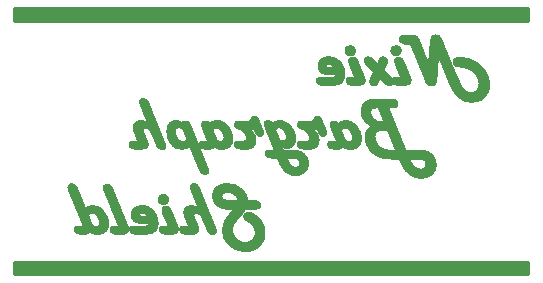
<source format=gbo>
G04 EasyPC Gerber Version 20.0 Build 4102 *
G04 #@! TF.Part,Single*
G04 #@! TF.FileFunction,Legend,Bot *
%FSLAX35Y35*%
%MOIN*%
%ADD82C,0.00000*%
%ADD81C,0.01181*%
X0Y0D02*
D02*
D81*
X104581Y124266D02*
X275841D01*
Y128203*
X104581*
Y124266*
G36*
X275841*
Y128203*
X104581*
Y124266*
G37*
Y208911D02*
X275841D01*
Y212848*
X104581*
Y208911*
G36*
X275841*
Y212848*
X104581*
Y208911*
G37*
D02*
D82*
X177400Y146211D02*
X176277Y144796D01*
X175631Y144012*
X175185Y143428*
X174816Y142843*
X174493Y142244*
X174217Y141629*
X174017Y141013*
X173878Y140398*
X173786Y139752*
X173755Y139122*
X173786Y138507*
X173863Y137907*
X173986Y137322*
X174170Y136769*
X174401Y136231*
X174693Y135707*
X175016Y135200*
X175416Y134723*
X175693Y134400*
X176000Y134108*
X176308Y133831*
X176631Y133585*
X176969Y133355*
X177308Y133139*
X177661Y132939*
X178030Y132770*
X178400Y132617*
X178784Y132493*
X179184Y132370*
X179599Y132294*
X180015Y132217*
X180445Y132170*
X180891Y132140*
X181337Y132124*
X182029Y132155*
X182706Y132232*
X183321Y132370*
X183920Y132555*
X184490Y132801*
X185028Y133109*
X185520Y133462*
X185997Y133878*
X186428Y134324*
X186796Y134816*
X187104Y135323*
X187350Y135861*
X187550Y136446*
X187704Y137046*
X187781Y137692*
X187811Y138353*
X187796Y138768*
X187765Y139168*
X187719Y139568*
X187627Y139952*
X187535Y140337*
X187412Y140706*
X187273Y141059*
X187104Y141413*
X186920Y141752*
X186704Y142090*
X186474Y142413*
X186228Y142736*
X185951Y143043*
X185643Y143351*
X185335Y143643*
X184982Y143920*
X184613Y144197*
X184259Y144443*
X183890Y144643*
X183552Y144812*
X183198Y144935*
X182875Y145027*
X182537Y145089*
X182229Y145104*
X181906Y145074*
X181629Y145012*
X181368Y144889*
X181152Y144720*
X180968Y144520*
X180845Y144289*
X180768Y144028*
X180737Y143751*
X180753Y143551*
X180799Y143367*
X180876Y143182*
X180968Y142997*
X181106Y142828*
X181276Y142659*
X181460Y142505*
X181691Y142367*
X182659Y141767*
X183059Y141475*
X183428Y141137*
X183752Y140737*
X184059Y140306*
X184182Y140060*
X184305Y139829*
X184397Y139598*
X184474Y139368*
X184536Y139137*
X184582Y138906*
X184597Y138676*
X184613Y138445*
X184597Y138091*
X184551Y137753*
X184474Y137430*
X184367Y137122*
X184228Y136830*
X184059Y136554*
X183859Y136292*
X183628Y136046*
X183382Y135831*
X183106Y135631*
X182829Y135477*
X182521Y135339*
X182198Y135246*
X181860Y135169*
X181506Y135123*
X181137Y135108*
X180737Y135123*
X180337Y135185*
X179953Y135277*
X179584Y135415*
X179230Y135600*
X178892Y135815*
X178554Y136061*
X178246Y136354*
X177954Y136676*
X177707Y137015*
X177492Y137353*
X177323Y137722*
X177185Y138091*
X177093Y138476*
X177031Y138876*
X177015Y139306*
Y139568*
X177046Y139829*
X177093Y140075*
X177139Y140321*
X177215Y140567*
X177292Y140798*
X177400Y141029*
X177507Y141244*
X177661Y141490*
X177831Y141752*
X178046Y142044*
X178307Y142367*
X178600Y142720*
X178922Y143105*
X179276Y143520*
X179676Y143966*
X179953Y144289*
X180214Y144581*
X180445Y144889*
X180676Y145166*
X180860Y145443*
X181045Y145704*
X181198Y145965*
X181337Y146211*
X184628*
X185013Y146227*
X185351Y146288*
X185643Y146365*
X185889Y146504*
X186074Y146657*
X186197Y146857*
X186274Y147088*
X186304Y147365*
X186289Y147565*
X186274Y147765*
X186228Y147934*
X186150Y148103*
X186074Y148272*
X185966Y148411*
X185858Y148534*
X185720Y148657*
X185381Y148857*
X184997Y149011*
X184551Y149087*
X184044Y149118*
X181967*
X181875Y149702*
X181737Y150272*
X181537Y150810*
X181291Y151317*
X180983Y151809*
X180630Y152271*
X180230Y152702*
X179769Y153101*
X179261Y153470*
X178738Y153793*
X178184Y154070*
X177600Y154285*
X177000Y154455*
X176385Y154593*
X175724Y154654*
X175062Y154685*
X174555Y154670*
X174078Y154608*
X173617Y154531*
X173186Y154393*
X172786Y154239*
X172402Y154039*
X172033Y153824*
X171694Y153547*
X171402Y153255*
X171125Y152948*
X170910Y152609*
X170726Y152256*
X170587Y151871*
X170480Y151471*
X170418Y151056*
X170402Y150625*
Y150318*
X170433Y150041*
X170480Y149764*
X170526Y149487*
X170602Y149226*
X170695Y148980*
X170802Y148733*
X170910Y148503*
X171048Y148272*
X171202Y148057*
X171371Y147857*
X171556Y147657*
X171756Y147457*
X171987Y147272*
X172217Y147104*
X172463Y146934*
X172771Y146765*
X173140Y146627*
X173540Y146488*
X173970Y146396*
X174463Y146319*
X175001Y146257*
X175570Y146227*
X176185Y146211*
X177400*
X178861Y149118D02*
X175939D01*
X175631*
X175355Y149133*
X175093Y149164*
X174847Y149210*
X174632Y149257*
X174432Y149318*
X174247Y149395*
X174078Y149472*
X173940Y149564*
X173817Y149672*
X173709Y149795*
X173617Y149918*
X173555Y150072*
X173494Y150210*
X173478Y150379*
X173463Y150548*
Y150687*
X173494Y150825*
X173540Y150948*
X173586Y151056*
X173663Y151163*
X173740Y151271*
X173847Y151363*
X173970Y151456*
X174247Y151594*
X174555Y151702*
X174909Y151779*
X175308Y151794*
X175647Y151779*
X175954Y151748*
X176262Y151671*
X176570Y151594*
X176862Y151471*
X177154Y151333*
X177431Y151163*
X177707Y150979*
X177969Y150764*
X178184Y150548*
X178384Y150333*
X178538Y150102*
X178661Y149872*
X178769Y149626*
X178830Y149380*
X178861Y149118*
X165574Y146688D02*
X165251Y146842D01*
X164958Y146996*
X164666Y147104*
X164405Y147211*
X164143Y147288*
X163897Y147334*
X163667Y147365*
X163467Y147380*
X163174Y147365*
X162898Y147334*
X162636Y147288*
X162390Y147211*
X162159Y147119*
X161944Y147011*
X161729Y146888*
X161544Y146734*
X161360Y146565*
X161206Y146381*
X161083Y146196*
X160975Y145981*
X160898Y145781*
X160837Y145550*
X160806Y145320*
X160791Y145074*
X160806Y144750*
X160868Y144428*
X160960Y144089*
X161083Y143735*
X162359Y140552*
X160960*
X160606Y140537*
X160283Y140491*
X160022Y140398*
X159806Y140275*
X159637Y140121*
X159514Y139937*
X159453Y139722*
X159422Y139460*
X159437Y139291*
X159453Y139106*
X159499Y138953*
X159560Y138799*
X159637Y138660*
X159730Y138537*
X159837Y138414*
X159960Y138307*
X160268Y138122*
X160622Y137999*
X161021Y137922*
X161483Y137891*
X163928*
X164313Y137922*
X164651Y137999*
X164958Y138137*
X165251Y138337*
X165374Y138445*
X165481Y138568*
X165574Y138691*
X165635Y138830*
X165696Y138968*
X165743Y139106*
X165758Y139260*
X165774Y139430*
X165758Y139660*
X165696Y139922*
X165620Y140214*
X165497Y140537*
X164374Y143289*
X164282Y143535*
X164205Y143751*
X164174Y143935*
X164159Y144089*
X164174Y144243*
X164220Y144397*
X164282Y144504*
X164389Y144612*
X164513Y144689*
X164681Y144735*
X164866Y144766*
X165081Y144781*
X165235Y144766*
X165389Y144750*
X165543Y144704*
X165681Y144643*
X165820Y144566*
X165958Y144489*
X166096Y144381*
X166235Y144243*
X166358Y144105*
X166481Y143951*
X166604Y143781*
X166727Y143581*
X166850Y143382*
X166957Y143151*
X167065Y142920*
X167173Y142659*
X168542Y139322*
X168711Y138937*
X168911Y138614*
X169111Y138337*
X169341Y138122*
X169587Y137953*
X169864Y137815*
X170156Y137753*
X170464Y137722*
X170695Y137738*
X170926Y137799*
X171125Y137891*
X171310Y138030*
X171464Y138199*
X171571Y138383*
X171648Y138583*
X171664Y138799*
X171648Y138983*
X171617Y139183*
X171556Y139383*
X171479Y139614*
X171341Y139937*
X166050Y153009*
X165881Y153393*
X165681Y153732*
X165466Y154024*
X165235Y154270*
X164989Y154455*
X164728Y154578*
X164451Y154654*
X164159Y154685*
X163913Y154670*
X163697Y154593*
X163497Y154501*
X163298Y154347*
X163144Y154178*
X163036Y153978*
X162959Y153763*
X162944Y153547*
X162959Y153317*
X163020Y153055*
X163128Y152748*
X163267Y152378*
X165574Y146688*
X155577Y140552D02*
X154209D01*
X153839Y140537*
X153532Y140491*
X153270Y140398*
X153055Y140275*
X152886Y140121*
X152763Y139937*
X152702Y139722*
X152670Y139460*
X152686Y139291*
X152702Y139106*
X152748Y138953*
X152809Y138799*
X152886Y138660*
X152978Y138537*
X153086Y138414*
X153209Y138307*
X153517Y138122*
X153870Y137999*
X154270Y137922*
X154731Y137891*
X156669*
X157177Y137922*
X157623Y137999*
X158022Y138137*
X158361Y138322*
X158499Y138445*
X158622Y138568*
X158730Y138707*
X158822Y138845*
X158884Y138999*
X158930Y139168*
X158961Y139337*
X158976Y139522*
X158961Y139737*
X158915Y139983*
X158837Y140244*
X158715Y140552*
X156715Y145489*
X156577Y145827*
X156423Y146150*
X156254Y146442*
X156054Y146673*
X155839Y146873*
X155608Y147011*
X155346Y147119*
X155070Y147196*
X154778Y147211*
X154531Y147196*
X154301Y147119*
X154085Y147011*
X153885Y146873*
X153732Y146688*
X153609Y146488*
X153532Y146288*
X153517Y146058*
X153532Y145827*
X153593Y145566*
X153701Y145243*
X153839Y144858*
X155577Y140552*
X153978Y151087D02*
X153639Y151056D01*
X153332Y150963*
X153178Y150887*
X153040Y150810*
X152901Y150702*
X152778Y150594*
X152670Y150471*
X152563Y150333*
X152471Y150194*
X152409Y150041*
X152348Y149887*
X152317Y149733*
X152286Y149564*
Y149395*
Y149226*
X152317Y149057*
X152348Y148887*
X152409Y148733*
X152471Y148595*
X152563Y148457*
X152670Y148319*
X152778Y148195*
X152901Y148072*
X153040Y147980*
X153178Y147888*
X153332Y147826*
X153470Y147765*
X153639Y147734*
X153809Y147703*
X153978*
X154147*
X154316Y147734*
X154470Y147765*
X154624Y147826*
X154778Y147888*
X154916Y147980*
X155054Y148072*
X155178Y148195*
X155285Y148319*
X155393Y148457*
X155470Y148595*
X155546Y148733*
X155593Y148887*
X155639Y149057*
X155654Y149226*
X155670Y149395*
X155654Y149564*
X155639Y149733*
X155593Y149887*
X155546Y150041*
X155470Y150194*
X155393Y150333*
X155285Y150471*
X155178Y150594*
X155054Y150702*
X154916Y150810*
X154778Y150887*
X154624Y150963*
X154316Y151056*
X153978Y151087*
X149272Y141459D02*
X149257Y141244D01*
X149195Y141059*
X149087Y140906*
X148933Y140783*
X148733Y140675*
X148503Y140613*
X148226Y140567*
X147903Y140552*
X144289*
X143920Y140537*
X143613Y140491*
X143351Y140398*
X143136Y140275*
X142967Y140121*
X142843Y139937*
X142782Y139722*
X142751Y139460*
X142767Y139291*
X142782Y139106*
X142828Y138953*
X142890Y138799*
X142967Y138660*
X143059Y138537*
X143167Y138414*
X143289Y138307*
X143597Y138122*
X143935Y137999*
X144351Y137922*
X144812Y137891*
X148257*
X148718Y137907*
X149164Y137953*
X149564Y138030*
X149948Y138122*
X150302Y138261*
X150625Y138430*
X150917Y138614*
X151194Y138845*
X151425Y139091*
X151625Y139368*
X151794Y139676*
X151948Y140014*
X152056Y140367*
X152132Y140752*
X152178Y141167*
X152194Y141613*
X152163Y142198*
X152102Y142751*
X151963Y143289*
X151794Y143812*
X151579Y144304*
X151302Y144781*
X150979Y145243*
X150610Y145673*
X150194Y146073*
X149764Y146427*
X149333Y146719*
X148857Y146950*
X148380Y147134*
X147888Y147272*
X147365Y147350*
X146827Y147380*
X146427Y147365*
X146058Y147334*
X145719Y147257*
X145381Y147165*
X145074Y147057*
X144781Y146904*
X144504Y146734*
X144258Y146550*
X144028Y146335*
X143828Y146089*
X143674Y145843*
X143535Y145581*
X143428Y145289*
X143351Y144996*
X143305Y144674*
X143289Y144351*
X143305Y143951*
X143367Y143581*
X143474Y143228*
X143628Y142920*
X143812Y142628*
X144043Y142351*
X144320Y142121*
X144628Y141906*
X144828Y141798*
X145043Y141706*
X145289Y141629*
X145550Y141567*
X145843Y141521*
X146150Y141490*
X146488Y141459*
X146842*
X149272*
X148687Y143674D02*
X147350D01*
X147057Y143689*
X146780Y143705*
X146565Y143751*
X146381Y143812*
X146242Y143889*
X146150Y143997*
X146104Y144105*
X146089Y144243*
X146104Y144397*
X146150Y144520*
X146227Y144643*
X146319Y144720*
X146427Y144796*
X146581Y144843*
X146734Y144874*
X146934Y144889*
X147196Y144874*
X147457Y144812*
X147703Y144720*
X147934Y144581*
X148149Y144412*
X148349Y144212*
X148519Y143951*
X148687Y143674*
X139014Y140552D02*
X137738D01*
X137384Y140537*
X137061Y140491*
X136800Y140398*
X136584Y140275*
X136415Y140121*
X136292Y139937*
X136231Y139722*
X136200Y139460*
X136215Y139291*
X136231Y139106*
X136277Y138953*
X136338Y138799*
X136415Y138660*
X136507Y138537*
X136615Y138414*
X136738Y138307*
X137030Y138122*
X137384Y137999*
X137799Y137922*
X138245Y137891*
X140444*
X140875Y137922*
X141259Y137999*
X141582Y138137*
X141875Y138322*
X141998Y138430*
X142105Y138553*
X142198Y138676*
X142259Y138814*
X142320Y138968*
X142367Y139122*
X142382Y139291*
X142398Y139460*
Y139568*
X142382Y139676*
X142351Y139814*
X142305Y139968*
X142259Y140121*
X142198Y140306*
X142121Y140506*
X142044Y140721*
X137122Y152824*
X136984Y153147*
X136846Y153470*
X136661Y153747*
X136477Y153978*
X136261Y154178*
X136031Y154316*
X135769Y154424*
X135493Y154501*
X135200Y154516*
X134954Y154501*
X134723Y154424*
X134524Y154316*
X134324Y154178*
X134170Y153993*
X134062Y153793*
X133985Y153593*
X133970Y153363*
X133985Y153163*
X134016Y152963*
X134078Y152763*
X134154Y152532*
X134293Y152209*
X139014Y140552*
X127280D02*
X125896D01*
X125542Y140537*
X125219Y140491*
X124958Y140398*
X124743Y140275*
X124573Y140121*
X124450Y139937*
X124389Y139722*
X124358Y139460*
X124373Y139291*
X124389Y139106*
X124435Y138953*
X124496Y138799*
X124573Y138660*
X124666Y138537*
X124773Y138414*
X124896Y138307*
X125204Y138122*
X125557Y137999*
X125957Y137922*
X126404Y137891*
X128049*
X128280Y137907*
X128495Y137938*
X128695Y137999*
X128880Y138091*
X129048Y138199*
X129187Y138322*
X129326Y138491*
X129448Y138676*
X129633Y138491*
X129833Y138322*
X130048Y138199*
X130248Y138091*
X130463Y137999*
X130679Y137938*
X130894Y137907*
X131109Y137891*
X132663*
X132985Y137907*
X133293Y137953*
X133601Y138015*
X133878Y138122*
X134139Y138245*
X134385Y138414*
X134616Y138599*
X134816Y138814*
X135016Y139060*
X135169Y139322*
X135308Y139598*
X135431Y139891*
X135523Y140214*
X135585Y140552*
X135615Y140906*
X135631Y141275*
X135600Y141859*
X135523Y142428*
X135400Y142967*
X135231Y143505*
X135000Y144028*
X134723Y144535*
X134400Y145027*
X134031Y145504*
X133616Y145935*
X133201Y146319*
X132770Y146642*
X132324Y146904*
X131878Y147119*
X131402Y147257*
X130925Y147350*
X130433Y147380*
X130064Y147365*
X129725Y147319*
X129402Y147226*
X129110Y147119*
X128818Y146965*
X128556Y146780*
X128310Y146565*
X128080Y146319*
X125357Y152978*
X125189Y153378*
X124989Y153732*
X124773Y154024*
X124527Y154255*
X124281Y154439*
X124020Y154578*
X123728Y154654*
X123435Y154685*
X123174Y154670*
X122943Y154593*
X122728Y154501*
X122543Y154347*
X122374Y154178*
X122267Y153978*
X122190Y153763*
X122174Y153532*
X122190Y153332*
X122220Y153132*
X122282Y152901*
X122359Y152670*
X122497Y152348*
X127280Y140552*
X131740Y140491D02*
X131278D01*
X131079Y140506*
X130894Y140537*
X130740Y140583*
X130587Y140660*
X130463Y140752*
X130341Y140859*
X130248Y140998*
X130171Y141152*
X129264Y143413*
X129187Y143597*
X129141Y143781*
X129110Y143920*
X129095Y144043*
X129110Y144212*
X129172Y144381*
X129264Y144535*
X129402Y144658*
X129572Y144781*
X129756Y144858*
X129956Y144904*
X130171Y144920*
X130417Y144904*
X130648Y144858*
X130879Y144766*
X131094Y144658*
X131309Y144504*
X131524Y144320*
X131740Y144105*
X131955Y143859*
X132140Y143597*
X132309Y143320*
X132447Y143043*
X132570Y142751*
X132647Y142474*
X132724Y142182*
X132755Y141875*
X132770Y141567*
X132755Y141321*
X132709Y141106*
X132632Y140906*
X132509Y140767*
X132370Y140644*
X132186Y140552*
X131986Y140506*
X131740Y140491*
X180891Y132138D02*
X181648D01*
X179932Y132232D02*
X182706D01*
X179427Y132326D02*
X183122D01*
X179025Y132419D02*
X183480D01*
X178723Y132513D02*
X183784D01*
X178430Y132607D02*
X184040D01*
X178198Y132700D02*
X184257D01*
X177979Y132794D02*
X184473D01*
X177774Y132888D02*
X184641D01*
X177587Y132981D02*
X184806D01*
X177421Y133075D02*
X184969D01*
X177261Y133169D02*
X185112D01*
X177114Y133263D02*
X185242D01*
X176969Y133356D02*
X185373D01*
X176830Y133450D02*
X185503D01*
X176692Y133544D02*
X185614D01*
X176563Y133637D02*
X185721D01*
X176440Y133731D02*
X185829D01*
X176317Y133825D02*
X185936D01*
X176211Y133919D02*
X186036D01*
X176107Y134012D02*
X186127D01*
X176003Y134106D02*
X186217D01*
X175904Y134200D02*
X186308D01*
X175806Y134293D02*
X186398D01*
X175707Y134387D02*
X186475D01*
X175624Y134481D02*
X186545D01*
X175544Y134574D02*
X186615D01*
X175463Y134668D02*
X186686D01*
X175384Y134762D02*
X186756D01*
X175305Y134856D02*
X186820D01*
X175226Y134949D02*
X186877D01*
X175148Y135043D02*
X186934D01*
X175069Y135137D02*
X180650D01*
X181609D02*
X186991D01*
X174997Y135230D02*
X180148D01*
X182127D02*
X187048D01*
X174937Y135324D02*
X179828D01*
X182470D02*
X187104D01*
X174878Y135418D02*
X179579D01*
X182697D02*
X187147D01*
X174818Y135511D02*
X179400D01*
X182891D02*
X187190D01*
X174758Y135605D02*
X179222D01*
X183059D02*
X187233D01*
X174699Y135699D02*
X179075D01*
X183200D02*
X187276D01*
X174646Y135793D02*
X178928D01*
X183330D02*
X187319D01*
X174594Y135886D02*
X178794D01*
X183446D02*
X187359D01*
X174541Y135980D02*
X178666D01*
X183553D02*
X187391D01*
X174489Y136074D02*
X178541D01*
X183654D02*
X187423D01*
X174437Y136167D02*
X178442D01*
X183742D02*
X187455D01*
X174388Y136261D02*
X178343D01*
X183830D02*
X187487D01*
X174348Y136355D02*
X178244D01*
X183907D02*
X187519D01*
X174308Y136448D02*
X178160D01*
X183979D02*
X187551D01*
X174268Y136542D02*
X178075D01*
X184050D02*
X187575D01*
X174228Y136636D02*
X177990D01*
X184109D02*
X187599D01*
X174187Y136730D02*
X177915D01*
X184167D02*
X187623D01*
X174152Y136823D02*
X177847D01*
X184224D02*
X187647D01*
X174121Y136917D02*
X177779D01*
X184269D02*
X187671D01*
X174090Y137011D02*
X177711D01*
X184314D02*
X187695D01*
X174059Y137104D02*
X177650D01*
X184358D02*
X187711D01*
X174027Y137198D02*
X177591D01*
X184393D02*
X187722D01*
X173996Y137292D02*
X177531D01*
X184426D02*
X187733D01*
X173972Y137385D02*
X177477D01*
X184459D02*
X187744D01*
X173953Y137479D02*
X177435D01*
X184486D02*
X187756D01*
X173933Y137573D02*
X177392D01*
X184508D02*
X187767D01*
X173913Y137667D02*
X177349D01*
X184531D02*
X187778D01*
X170122Y137760D02*
X170779D01*
X173894D02*
X177309D01*
X184552D02*
X187784D01*
X169785Y137854D02*
X171044D01*
X173874D02*
X177274D01*
X184565D02*
X187788D01*
X125825Y137948D02*
X128527D01*
X130644D02*
X133257D01*
X137661D02*
X141002D01*
X144213D02*
X149111D01*
X154137D02*
X157325D01*
X160889D02*
X164425D01*
X169598D02*
X171200D01*
X173858D02*
X177239D01*
X184578D02*
X187793D01*
X125436Y138041D02*
X128779D01*
X130365D02*
X133670D01*
X137263D02*
X141358D01*
X143819D02*
X149612D01*
X153749D02*
X157744D01*
X160500D02*
X164744D01*
X169459D02*
X171320D01*
X173846D02*
X177204D01*
X184591D02*
X187797D01*
X125182Y138135D02*
X128948D01*
X130167D02*
X133905D01*
X137010D02*
X141577D01*
X143576D02*
X149981D01*
X153495D02*
X158016D01*
X160246D02*
X164953D01*
X169328D02*
X171406D01*
X173833D02*
X177174D01*
X184599D02*
X187801D01*
X125026Y138229D02*
X129082D01*
X129996D02*
X134104D01*
X136861D02*
X141727D01*
X143419D02*
X150221D01*
X153339D02*
X158190D01*
X160090D02*
X165092D01*
X169227D02*
X171481D01*
X173822D02*
X177152D01*
X184603D02*
X187806D01*
X124878Y138322D02*
X129187D01*
X129833D02*
X134252D01*
X136720D02*
X141875D01*
X143271D02*
X150420D01*
X153191D02*
X158361D01*
X159942D02*
X165229D01*
X169127D02*
X171536D01*
X173809D02*
X177129D01*
X184607D02*
X187810D01*
X124772Y138416D02*
X129264D01*
X129722D02*
X134387D01*
X136613D02*
X141982D01*
X143165D02*
X150599D01*
X153084D02*
X158467D01*
X159836D02*
X165341D01*
X169054D02*
X171584D01*
X173798D02*
X177107D01*
X184611D02*
X187809D01*
X124690Y138510D02*
X129338D01*
X129615D02*
X134505D01*
X136531D02*
X142068D01*
X143083D02*
X150752D01*
X153002D02*
X158564D01*
X159754D02*
X165430D01*
X168986D02*
X171620D01*
X173786D02*
X177087D01*
X184608D02*
X187806D01*
X124616Y138604D02*
X129400D01*
X129521D02*
X134620D01*
X136457D02*
X142143D01*
X143009D02*
X150900D01*
X152928D02*
X158650D01*
X159680D02*
X165508D01*
X168919D02*
X171650D01*
X173781D02*
X177073D01*
X184602D02*
X187802D01*
X124553Y138697D02*
X134707D01*
X136394D02*
X142207D01*
X142946D02*
X151017D01*
X152865D02*
X158722D01*
X159617D02*
X165576D01*
X168859D02*
X171657D01*
X173776D02*
X177058D01*
X184596D02*
X187799D01*
X124501Y138791D02*
X134794D01*
X136343D02*
X142249D01*
X142894D02*
X151130D01*
X152813D02*
X158786D01*
X159565D02*
X165618D01*
X168802D02*
X171663D01*
X173772D02*
X177044D01*
X184590D02*
X187794D01*
X124462Y138885D02*
X134873D01*
X136304D02*
X142287D01*
X142855D02*
X151231D01*
X152775D02*
X158838D01*
X159526D02*
X165659D01*
X168744D02*
X171657D01*
X173767D02*
X177030D01*
X184583D02*
X187787D01*
X124427Y138978D02*
X134949D01*
X136269D02*
X142324D01*
X142820D02*
X151319D01*
X152740D02*
X158876D01*
X159491D02*
X165700D01*
X168693D02*
X171649D01*
X173762D02*
X177027D01*
X184567D02*
X187780D01*
X124399Y139072D02*
X135023D01*
X136241D02*
X142352D01*
X142792D02*
X151407D01*
X152712D02*
X158904D01*
X159463D02*
X165731D01*
X168652D02*
X171635D01*
X173757D02*
X177024D01*
X184549D02*
X187773D01*
X124383Y139166D02*
X135078D01*
X136226D02*
X142371D01*
X142777D02*
X151479D01*
X152696D02*
X158929D01*
X159448D02*
X165749D01*
X168610D02*
X171620D01*
X173757D02*
X177020D01*
X184528D02*
X187765D01*
X124376Y139259D02*
X135133D01*
X136218D02*
X142380D01*
X142769D02*
X151546D01*
X152689D02*
X158946D01*
X159440D02*
X165758D01*
X168569D02*
X171594D01*
X173762D02*
X177017D01*
X184503D02*
X187755D01*
X124368Y139353D02*
X135185D01*
X136209D02*
X142388D01*
X142761D02*
X151614D01*
X152680D02*
X158962D01*
X159432D02*
X165767D01*
X168529D02*
X171565D01*
X173767D02*
X177015D01*
X184478D02*
X187744D01*
X124359Y139447D02*
X135232D01*
X136201D02*
X142396D01*
X142752D02*
X151669D01*
X152672D02*
X158970D01*
X159423D02*
X165772D01*
X168491D02*
X171535D01*
X173771D02*
X177015D01*
X184448D02*
X187733D01*
X124367Y139541D02*
X135279D01*
X136209D02*
X142398D01*
X142761D02*
X151720D01*
X152680D02*
X158975D01*
X159431D02*
X165766D01*
X168452D02*
X171504D01*
X173776D02*
X177015D01*
X184417D02*
X187722D01*
X124378Y139634D02*
X135323D01*
X136220D02*
X142388D01*
X142772D02*
X151771D01*
X152691D02*
X158968D01*
X159443D02*
X165760D01*
X168413D02*
X171470D01*
X173780D02*
X177023D01*
X184383D02*
X187703D01*
X124391Y139728D02*
X135362D01*
X136233D02*
X142370D01*
X142784D02*
X151818D01*
X152704D02*
X158961D01*
X159455D02*
X165742D01*
X168375D02*
X171430D01*
X173785D02*
X177034D01*
X184346D02*
X187681D01*
X124417Y139822D02*
X135402D01*
X136259D02*
X142349D01*
X142810D02*
X151860D01*
X152730D02*
X158945D01*
X159481D02*
X165720D01*
X168337D02*
X171390D01*
X173796D02*
X177045D01*
X184308D02*
X187658D01*
X124444Y139915D02*
X135438D01*
X136286D02*
X142321D01*
X142837D02*
X151903D01*
X152757D02*
X158927D01*
X159508D02*
X165698D01*
X168298D02*
X171350D01*
X173809D02*
X177062D01*
X184259D02*
X187636D01*
X124498Y140009D02*
X135465D01*
X136340D02*
X142293D01*
X142891D02*
X151946D01*
X152811D02*
X158907D01*
X159562D02*
X165674D01*
X168260D02*
X171311D01*
X173822D02*
X177080D01*
X184209D02*
X187613D01*
X124561Y140103D02*
X135491D01*
X136403D02*
X142265D01*
X142954D02*
X151975D01*
X152874D02*
X158879D01*
X159625D02*
X165649D01*
X168221D02*
X171274D01*
X173836D02*
X177098D01*
X184161D02*
X187591D01*
X124656Y140196D02*
X135518D01*
X136498D02*
X142234D01*
X143049D02*
X152004D01*
X152969D02*
X158852D01*
X159720D02*
X165624D01*
X168183D02*
X171235D01*
X173850D02*
X177115D01*
X184114D02*
X187568D01*
X124769Y140290D02*
X135537D01*
X136610D02*
X142203D01*
X143162D02*
X152032D01*
X153081D02*
X158819D01*
X159832D02*
X165591D01*
X168144D02*
X171198D01*
X173863D02*
X177133D01*
X184067D02*
X187546D01*
X124932Y140384D02*
X135554D01*
X136774D02*
X142168D01*
X143326D02*
X152059D01*
X153245D02*
X158782D01*
X159996D02*
X165555D01*
X168106D02*
X171160D01*
X173876D02*
X177158D01*
X184004D02*
X187519D01*
X125182Y140478D02*
X135571D01*
X137024D02*
X142132D01*
X143576D02*
X152078D01*
X153495D02*
X158744D01*
X160246D02*
X165519D01*
X168068D02*
X171122D01*
X173896D02*
X177187D01*
X183937D02*
X187488D01*
X127272Y140571D02*
X130778D01*
X132224D02*
X135586D01*
X139006D02*
X142098D01*
X148250D02*
X152096D01*
X155569D02*
X158707D01*
X162352D02*
X165483D01*
X168029D02*
X171084D01*
X173917D02*
X177217D01*
X183870D02*
X187457D01*
X127234Y140665D02*
X130580D01*
X132393D02*
X135594D01*
X138969D02*
X142064D01*
X148695D02*
X152115D01*
X155531D02*
X158669D01*
X162314D02*
X165444D01*
X167991D02*
X171046D01*
X173938D02*
X177248D01*
X183803D02*
X187426D01*
X127196Y140759D02*
X130456D01*
X132499D02*
X135603D01*
X138930D02*
X142028D01*
X148889D02*
X152133D01*
X155494D02*
X158631D01*
X162277D02*
X165406D01*
X167952D02*
X171008D01*
X173959D02*
X177279D01*
X183734D02*
X187391D01*
X127158Y140852D02*
X130349D01*
X132584D02*
X135611D01*
X138893D02*
X141991D01*
X149020D02*
X152143D01*
X155456D02*
X158593D01*
X162239D02*
X165368D01*
X167914D02*
X170970D01*
X173980D02*
X177318D01*
X183658D02*
X187354D01*
X127120Y140946D02*
X130283D01*
X132647D02*
X135617D01*
X138855D02*
X141952D01*
X149115D02*
X152154D01*
X155418D02*
X158555D01*
X162202D02*
X165330D01*
X167876D02*
X170932D01*
X174002D02*
X177361D01*
X183582D02*
X187318D01*
X127082Y141040D02*
X130227D01*
X132683D02*
X135621D01*
X138817D02*
X141914D01*
X149181D02*
X152164D01*
X155380D02*
X158517D01*
X162164D02*
X165292D01*
X167837D02*
X170894D01*
X174025D02*
X177406D01*
X183507D02*
X187281D01*
X127044Y141133D02*
X130180D01*
X132715D02*
X135625D01*
X138779D02*
X141876D01*
X149220D02*
X152174D01*
X155343D02*
X158479D01*
X162126D02*
X165254D01*
X167798D02*
X170856D01*
X174056D02*
X177452D01*
X183431D02*
X187238D01*
X127006Y141227D02*
X130141D01*
X132735D02*
X135629D01*
X138741D02*
X141838D01*
X149251D02*
X152180D01*
X155305D02*
X158441D01*
X162089D02*
X165215D01*
X167760D02*
X170819D01*
X174086D02*
X177499D01*
X183330D02*
X187193D01*
X126968Y141321D02*
X130104D01*
X132755D02*
X135628D01*
X138703D02*
X141800D01*
X149262D02*
X152183D01*
X155267D02*
X158403D01*
X162051D02*
X165177D01*
X167722D02*
X170781D01*
X174117D02*
X177556D01*
X183228D02*
X187148D01*
X126930Y141415D02*
X130066D01*
X132761D02*
X135623D01*
X138665D02*
X141762D01*
X149269D02*
X152187D01*
X155229D02*
X158365D01*
X162014D02*
X165139D01*
X167683D02*
X170743D01*
X174147D02*
X177614D01*
X183125D02*
X187103D01*
X126892Y141508D02*
X130028D01*
X132767D02*
X135619D01*
X138627D02*
X141724D01*
X145969D02*
X152190D01*
X155191D02*
X158327D01*
X161976D02*
X165100D01*
X167645D02*
X170705D01*
X174178D02*
X177673D01*
X183014D02*
X187052D01*
X126854Y141602D02*
X129991D01*
X132769D02*
X135613D01*
X138589D02*
X141685D01*
X145402D02*
X152193D01*
X155154D02*
X158289D01*
X161939D02*
X165062D01*
X167606D02*
X170667D01*
X174208D02*
X177734D01*
X182885D02*
X187001D01*
X126816Y141696D02*
X129953D01*
X132764D02*
X135609D01*
X138551D02*
X141648D01*
X145074D02*
X152189D01*
X155116D02*
X158252D01*
X161901D02*
X165024D01*
X167568D02*
X170629D01*
X174247D02*
X177794D01*
X182757D02*
X186950D01*
X126778Y141789D02*
X129915D01*
X132759D02*
X135604D01*
X138513D02*
X141609D01*
X144847D02*
X152184D01*
X155078D02*
X158213D01*
X161863D02*
X164986D01*
X167530D02*
X170591D01*
X174289D02*
X177859D01*
X182623D02*
X186896D01*
X126740Y141883D02*
X129878D01*
X132754D02*
X135597D01*
X138475D02*
X141571D01*
X144669D02*
X152180D01*
X155040D02*
X158176D01*
X161826D02*
X164948D01*
X167491D02*
X170553D01*
X174331D02*
X177928D01*
X182472D02*
X186836D01*
X126702Y141977D02*
X129840D01*
X132744D02*
X135584D01*
X138437D02*
X141533D01*
X144526D02*
X152174D01*
X155002D02*
X158137D01*
X161788D02*
X164909D01*
X167453D02*
X170515D01*
X174373D02*
X177997D01*
X182320D02*
X186776D01*
X126664Y142070D02*
X129802D01*
X132735D02*
X135572D01*
X138399D02*
X141495D01*
X144392D02*
X152170D01*
X154965D02*
X158100D01*
X161751D02*
X164871D01*
X167414D02*
X170477D01*
X174415D02*
X178068D01*
X182169D02*
X186717D01*
X126626Y142164D02*
X129765D01*
X132726D02*
X135559D01*
X138361D02*
X141457D01*
X144268D02*
X152165D01*
X154926D02*
X158062D01*
X161713D02*
X164833D01*
X167376D02*
X170439D01*
X174457D02*
X178143D01*
X182018D02*
X186651D01*
X126588Y142258D02*
X129727D01*
X132704D02*
X135546D01*
X138323D02*
X141419D01*
X144155D02*
X152156D01*
X154889D02*
X158024D01*
X161676D02*
X164795D01*
X167337D02*
X170401D01*
X174501D02*
X178219D01*
X181867D02*
X186584D01*
X126550Y142352D02*
X129690D01*
X132680D02*
X135533D01*
X138285D02*
X141381D01*
X144043D02*
X152146D01*
X154851D02*
X157986D01*
X161638D02*
X164757D01*
X167299D02*
X170363D01*
X174552D02*
X178295D01*
X181715D02*
X186517D01*
X126512Y142445D02*
X129652D01*
X132655D02*
X135519D01*
X138247D02*
X141343D01*
X143965D02*
X152135D01*
X154813D02*
X157948D01*
X161600D02*
X164719D01*
X167261D02*
X170326D01*
X174602D02*
X178372D01*
X181560D02*
X186449D01*
X126474Y142539D02*
X129615D01*
X132630D02*
X135498D01*
X138209D02*
X141305D01*
X143887D02*
X152125D01*
X154775D02*
X157910D01*
X161563D02*
X164680D01*
X167222D02*
X170287D01*
X174652D02*
X178450D01*
X181419D02*
X186378D01*
X126436Y142633D02*
X129577D01*
X132603D02*
X135476D01*
X138172D02*
X141267D01*
X143809D02*
X152115D01*
X154737D02*
X157872D01*
X161525D02*
X164642D01*
X167183D02*
X170250D01*
X174703D02*
X178527D01*
X181307D02*
X186306D01*
X126398Y142726D02*
X129539D01*
X132577D02*
X135455D01*
X138133D02*
X141228D01*
X143750D02*
X152104D01*
X154700D02*
X157834D01*
X161488D02*
X164604D01*
X167145D02*
X170212D01*
X174753D02*
X178605D01*
X181208D02*
X186235D01*
X126360Y142820D02*
X129502D01*
X132541D02*
X135433D01*
X138096D02*
X141190D01*
X143691D02*
X152084D01*
X154662D02*
X157796D01*
X161450D02*
X164565D01*
X167107D02*
X170174D01*
X174804D02*
X178683D01*
X181114D02*
X186152D01*
X126322Y142914D02*
X129464D01*
X132502D02*
X135412D01*
X138057D02*
X141152D01*
X143632D02*
X152060D01*
X154624D02*
X157758D01*
X161413D02*
X164527D01*
X167068D02*
X170136D01*
X174861D02*
X178762D01*
X181036D02*
X186067D01*
X126284Y143007D02*
X129426D01*
X132462D02*
X135387D01*
X138020D02*
X141114D01*
X143584D02*
X152036D01*
X154586D02*
X157720D01*
X161375D02*
X164489D01*
X167025D02*
X170098D01*
X174920D02*
X178841D01*
X180963D02*
X185983D01*
X126246Y143101D02*
X129389D01*
X132419D02*
X135358D01*
X137982D02*
X141076D01*
X143537D02*
X152012D01*
X154548D02*
X157682D01*
X161337D02*
X164451D01*
X166981D02*
X170060D01*
X174979D02*
X178919D01*
X180916D02*
X185893D01*
X126208Y143195D02*
X129351D01*
X132372D02*
X135328D01*
X137944D02*
X141038D01*
X143491D02*
X151988D01*
X154511D02*
X157644D01*
X161300D02*
X164413D01*
X166937D02*
X170022D01*
X175038D02*
X178999D01*
X180870D02*
X185799D01*
X126170Y143289D02*
X129313D01*
X132325D02*
X135299D01*
X137906D02*
X141000D01*
X143456D02*
X151964D01*
X154473D02*
X157606D01*
X161262D02*
X164374D01*
X166893D02*
X169984D01*
X175097D02*
X179079D01*
X180831D02*
X185706D01*
X126132Y143382D02*
X129276D01*
X132271D02*
X135270D01*
X137868D02*
X140962D01*
X143427D02*
X151933D01*
X154435D02*
X157569D01*
X161225D02*
X164339D01*
X166850D02*
X169946D01*
X175157D02*
X179159D01*
X180795D02*
X185610D01*
X126094Y143476D02*
X129237D01*
X132214D02*
X135240D01*
X137830D02*
X140924D01*
X143398D02*
X151903D01*
X154397D02*
X157530D01*
X161187D02*
X164304D01*
X166792D02*
X169908D01*
X175222D02*
X179239D01*
X180772D02*
X185511D01*
X126056Y143570D02*
X129198D01*
X132157D02*
X135202D01*
X137792D02*
X140885D01*
X143370D02*
X151872D01*
X154359D02*
X157493D01*
X161150D02*
X164270D01*
X166734D02*
X169870D01*
X175294D02*
X179321D01*
X180751D02*
X185413D01*
X126019Y143663D02*
X129170D01*
X132093D02*
X135161D01*
X137754D02*
X140847D01*
X143353D02*
X151842D01*
X154322D02*
X157454D01*
X161112D02*
X164236D01*
X166677D02*
X169833D01*
X175365D02*
X179405D01*
X180744D02*
X185310D01*
X125980Y143757D02*
X129147D01*
X132027D02*
X135120D01*
X137716D02*
X140809D01*
X143337D02*
X146546D01*
X148637D02*
X151812D01*
X154284D02*
X157417D01*
X161076D02*
X164204D01*
X166619D02*
X169794D01*
X175437D02*
X179489D01*
X180738D02*
X185190D01*
X125943Y143851D02*
X129126D01*
X131961D02*
X135078D01*
X137678D02*
X140771D01*
X143322D02*
X146311D01*
X148580D02*
X151777D01*
X154246D02*
X157379D01*
X161043D02*
X164188D01*
X166554D02*
X169757D01*
X175508D02*
X179573D01*
X180748D02*
X185070D01*
X125904Y143944D02*
X129107D01*
X131880D02*
X135037D01*
X137640D02*
X140733D01*
X143306D02*
X146195D01*
X148522D02*
X151736D01*
X154208D02*
X157341D01*
X161010D02*
X164173D01*
X166486D02*
X169719D01*
X175580D02*
X179657D01*
X180759D02*
X184949D01*
X125867Y144038D02*
X129095D01*
X131798D02*
X134994D01*
X137602D02*
X140695D01*
X143301D02*
X146132D01*
X148462D02*
X151695D01*
X154170D02*
X157303D01*
X160978D02*
X164164D01*
X166411D02*
X169681D01*
X175653D02*
X179738D01*
X180771D02*
X184824D01*
X125828Y144132D02*
X129103D01*
X131713D02*
X134943D01*
X137564D02*
X140657D01*
X143298D02*
X146101D01*
X148401D02*
X151654D01*
X154133D02*
X157265D01*
X160948D02*
X164163D01*
X166334D02*
X169643D01*
X175730D02*
X179818D01*
X180799D02*
X184699D01*
X125791Y144226D02*
X129115D01*
X131619D02*
X134892D01*
X137526D02*
X140619D01*
X143294D02*
X146091D01*
X148336D02*
X151613D01*
X154095D02*
X157227D01*
X160923D02*
X164172D01*
X166250D02*
X169605D01*
X175807D02*
X179898D01*
X180826D02*
X184571D01*
X125752Y144319D02*
X129149D01*
X131524D02*
X134841D01*
X137489D02*
X140581D01*
X143291D02*
X146096D01*
X148242D02*
X151570D01*
X154057D02*
X157189D01*
X160897D02*
X164197D01*
X166159D02*
X169567D01*
X175884D02*
X179980D01*
X180861D02*
X184437D01*
X125715Y144413D02*
X129191D01*
X131416D02*
X134790D01*
X137450D02*
X140543D01*
X143293D02*
X146110D01*
X148149D02*
X151516D01*
X154019D02*
X157151D01*
X160872D02*
X164230D01*
X166056D02*
X169529D01*
X175961D02*
X180064D01*
X180911D02*
X184302D01*
X125676Y144507D02*
X129247D01*
X131306D02*
X134739D01*
X137413D02*
X140504D01*
X143297D02*
X146145D01*
X148029D02*
X151461D01*
X153981D02*
X157113D01*
X160853D02*
X164284D01*
X165926D02*
X169491D01*
X176039D02*
X180147D01*
X180961D02*
X184141D01*
X125639Y144600D02*
X129337D01*
X131175D02*
X134680D01*
X137374D02*
X140467D01*
X143301D02*
X146200D01*
X147902D02*
X151407D01*
X153943D02*
X157075D01*
X160835D02*
X164378D01*
X165757D02*
X169453D01*
X176116D02*
X180228D01*
X181042D02*
X183968D01*
X125600Y144694D02*
X129452D01*
X131022D02*
X134619D01*
X137337D02*
X140428D01*
X143307D02*
X146289D01*
X147746D02*
X151352D01*
X153906D02*
X157037D01*
X160817D02*
X164531D01*
X165566D02*
X169415D01*
X176193D02*
X180299D01*
X181129D02*
X183787D01*
X125563Y144788D02*
X129588D01*
X130824D02*
X134557D01*
X137299D02*
X140390D01*
X143321D02*
X146415D01*
X147521D02*
X151297D01*
X153868D02*
X156999D01*
X160804D02*
X169378D01*
X176270D02*
X180369D01*
X181239D02*
X183600D01*
X125524Y144881D02*
X129857D01*
X130531D02*
X134496D01*
X137261D02*
X140352D01*
X143335D02*
X146837D01*
X147061D02*
X151232D01*
X153831D02*
X156961D01*
X160800D02*
X169339D01*
X176344D02*
X180439D01*
X181358D02*
X183352D01*
X125487Y144975D02*
X134435D01*
X137223D02*
X140314D01*
X143348D02*
X151166D01*
X153797D02*
X156923D01*
X160795D02*
X169302D01*
X176419D02*
X180517D01*
X181551D02*
X183057D01*
X125448Y145069D02*
X134368D01*
X137185D02*
X140276D01*
X143370D02*
X151101D01*
X153764D02*
X156885D01*
X160791D02*
X169264D01*
X176493D02*
X180595D01*
X181885D02*
X182646D01*
X125411Y145163D02*
X134296D01*
X137147D02*
X140238D01*
X143395D02*
X151035D01*
X153730D02*
X156847D01*
X160796D02*
X169226D01*
X176568D02*
X180673D01*
X125372Y145256D02*
X134223D01*
X137109D02*
X140200D01*
X143419D02*
X150967D01*
X153696D02*
X156809D01*
X160802D02*
X169188D01*
X176642D02*
X180736D01*
X125335Y145350D02*
X134151D01*
X137071D02*
X140161D01*
X143450D02*
X150887D01*
X153665D02*
X156772D01*
X160810D02*
X169150D01*
X176717D02*
X180798D01*
X125296Y145444D02*
X134078D01*
X137033D02*
X140124D01*
X143485D02*
X150807D01*
X153634D02*
X156733D01*
X160823D02*
X169112D01*
X176791D02*
X180861D01*
X125259Y145537D02*
X133999D01*
X136995D02*
X140085D01*
X143519D02*
X150726D01*
X153603D02*
X156695D01*
X160835D02*
X169074D01*
X176865D02*
X180927D01*
X125220Y145631D02*
X133909D01*
X136957D02*
X140047D01*
X143562D02*
X150646D01*
X153578D02*
X156657D01*
X160859D02*
X169036D01*
X176939D02*
X180993D01*
X125183Y145725D02*
X133819D01*
X136919D02*
X140009D01*
X143611D02*
X150556D01*
X153556D02*
X156619D01*
X160883D02*
X168998D01*
X177014D02*
X181057D01*
X125144Y145819D02*
X133728D01*
X136881D02*
X139971D01*
X143661D02*
X150459D01*
X153534D02*
X156580D01*
X160913D02*
X168960D01*
X177088D02*
X181112D01*
X125107Y145912D02*
X133638D01*
X136843D02*
X139933D01*
X143717D02*
X150362D01*
X153526D02*
X156536D01*
X160949D02*
X168922D01*
X177163D02*
X181167D01*
X125069Y146006D02*
X133539D01*
X136806D02*
X139895D01*
X143776D02*
X150265D01*
X153520D02*
X156492D01*
X160988D02*
X168885D01*
X177237D02*
X181221D01*
X125031Y146100D02*
X133438D01*
X136767D02*
X139857D01*
X143837D02*
X150162D01*
X153519D02*
X156447D01*
X161035D02*
X168846D01*
X177311D02*
X181274D01*
X124993Y146193D02*
X133337D01*
X136730D02*
X139819D01*
X143913D02*
X150048D01*
X153526D02*
X156398D01*
X161081D02*
X168809D01*
X177385D02*
X181327D01*
X124955Y146287D02*
X133236D01*
X136691D02*
X139781D01*
X143989D02*
X149934D01*
X153532D02*
X156344D01*
X161144D02*
X168771D01*
X174744D02*
X185346D01*
X124917Y146381D02*
X128054D01*
X128137D02*
X133119D01*
X136654D02*
X139743D01*
X144077D02*
X149820D01*
X153567D02*
X156289D01*
X161206D02*
X168733D01*
X174069D02*
X185670D01*
X124879Y146474D02*
X128016D01*
X128225D02*
X132994D01*
X136616D02*
X139704D01*
X144177D02*
X149694D01*
X153604D02*
X156226D01*
X161284D02*
X168695D01*
X173604D02*
X185837D01*
X124841Y146568D02*
X127978D01*
X128313D02*
X132869D01*
X136578D02*
X139666D01*
X144282D02*
X149556D01*
X153658D02*
X156145D01*
X161363D02*
X168657D01*
X173309D02*
X185967D01*
X124803Y146662D02*
X127939D01*
X128420D02*
X132737D01*
X136540D02*
X139628D01*
X144407D02*
X149418D01*
X153716D02*
X156063D01*
X161465D02*
X168619D01*
X173046D02*
X186076D01*
X124765Y146756D02*
X127901D01*
X128528D02*
X132577D01*
X136502D02*
X139590D01*
X144539D02*
X149258D01*
X153788D02*
X155965D01*
X161570D02*
X165432D01*
X165546D02*
X168581D01*
X172796D02*
X186134D01*
X124727Y146849D02*
X127863D01*
X128654D02*
X132417D01*
X136464D02*
X139552D01*
X144692D02*
X149064D01*
X153866D02*
X155864D01*
X161682D02*
X165237D01*
X165508D02*
X168543D01*
X172618D02*
X186192D01*
X124689Y146943D02*
X127825D01*
X128787D02*
X132243D01*
X136426D02*
X139514D01*
X144856D02*
X148870D01*
X153987D02*
X155722D01*
X161825D02*
X165059D01*
X165470D02*
X168505D01*
X172451D02*
X186225D01*
X124651Y147037D02*
X127786D01*
X128954D02*
X132049D01*
X136388D02*
X139476D01*
X145034D02*
X148632D01*
X154137D02*
X155546D01*
X161995D02*
X164847D01*
X165432D02*
X168467D01*
X172315D02*
X186256D01*
X124613Y147130D02*
X127748D01*
X129141D02*
X131839D01*
X136350D02*
X139438D01*
X145282D02*
X148390D01*
X154335D02*
X155305D01*
X162188D02*
X164601D01*
X165394D02*
X168430D01*
X172181D02*
X186278D01*
X124575Y147224D02*
X127710D01*
X129396D02*
X131516D01*
X136312D02*
X139400D01*
X145598D02*
X148060D01*
X162431D02*
X164361D01*
X165356D02*
X168392D01*
X172053D02*
X186289D01*
X124537Y147318D02*
X127671D01*
X129725D02*
X131089D01*
X136274D02*
X139361D01*
X145985D02*
X147581D01*
X162804D02*
X163985D01*
X165319D02*
X168354D01*
X171930D02*
X186299D01*
X124499Y147411D02*
X127633D01*
X136236D02*
X139323D01*
X165280D02*
X168316D01*
X171813D02*
X186301D01*
X124461Y147505D02*
X127595D01*
X136198D02*
X139285D01*
X165243D02*
X168278D01*
X171708D02*
X186294D01*
X124423Y147599D02*
X127556D01*
X136160D02*
X139247D01*
X165204D02*
X168240D01*
X171614D02*
X186286D01*
X124385Y147693D02*
X127518D01*
X136122D02*
X139209D01*
X165167D02*
X168202D01*
X171523D02*
X186279D01*
X124347Y147786D02*
X127480D01*
X136084D02*
X139171D01*
X153422D02*
X154524D01*
X165128D02*
X168164D01*
X171437D02*
X186268D01*
X124309Y147880D02*
X127442D01*
X136046D02*
X139133D01*
X153198D02*
X154758D01*
X165091D02*
X168126D01*
X171352D02*
X186242D01*
X124271Y147974D02*
X127403D01*
X136008D02*
X139095D01*
X153049D02*
X154907D01*
X165052D02*
X168088D01*
X171273D02*
X186209D01*
X124233Y148067D02*
X127365D01*
X135970D02*
X139057D01*
X152909D02*
X155047D01*
X165015D02*
X168050D01*
X171195D02*
X186167D01*
X124195Y148161D02*
X127327D01*
X135933D02*
X139019D01*
X152813D02*
X155143D01*
X164976D02*
X168012D01*
X171128D02*
X186124D01*
X124157Y148255D02*
X127288D01*
X135894D02*
X138981D01*
X152726D02*
X155230D01*
X164939D02*
X167974D01*
X171061D02*
X186081D01*
X124119Y148348D02*
X127250D01*
X135857D02*
X138943D01*
X152647D02*
X155308D01*
X164900D02*
X167937D01*
X171003D02*
X186015D01*
X124081Y148442D02*
X127212D01*
X135819D02*
X138904D01*
X152574D02*
X155381D01*
X164863D02*
X167898D01*
X170946D02*
X185939D01*
X124043Y148536D02*
X127174D01*
X135781D02*
X138866D01*
X152510D02*
X155437D01*
X164824D02*
X167861D01*
X170895D02*
X185856D01*
X124005Y148630D02*
X127135D01*
X135743D02*
X138828D01*
X152456D02*
X155489D01*
X164787D02*
X167823D01*
X170851D02*
X185751D01*
X123967Y148723D02*
X127097D01*
X135705D02*
X138790D01*
X152414D02*
X155541D01*
X164748D02*
X167785D01*
X170807D02*
X185607D01*
X123929Y148817D02*
X127059D01*
X135667D02*
X138752D01*
X152376D02*
X155571D01*
X164711D02*
X167747D01*
X170766D02*
X185449D01*
X123891Y148911D02*
X127020D01*
X135629D02*
X138714D01*
X152343D02*
X155599D01*
X164672D02*
X167709D01*
X170725D02*
X185247D01*
X123853Y149004D02*
X126982D01*
X135591D02*
X138676D01*
X152326D02*
X155624D01*
X164635D02*
X167671D01*
X170685D02*
X185013D01*
X123815Y149098D02*
X126944D01*
X135553D02*
X138638D01*
X152309D02*
X155643D01*
X164596D02*
X167633D01*
X170650D02*
X184376D01*
X123777Y149192D02*
X126906D01*
X135515D02*
X138600D01*
X152293D02*
X155651D01*
X164559D02*
X167595D01*
X170615D02*
X174946D01*
X178852D02*
X181956D01*
X123739Y149285D02*
X126867D01*
X135477D02*
X138561D01*
X152286D02*
X155660D01*
X164520D02*
X167557D01*
X170585D02*
X174538D01*
X178841D02*
X181941D01*
X123701Y149379D02*
X126829D01*
X135439D02*
X138523D01*
X152286D02*
X155668D01*
X164483D02*
X167519D01*
X170557D02*
X174285D01*
X178830D02*
X181926D01*
X123663Y149473D02*
X126791D01*
X135401D02*
X138485D01*
X152286D02*
X155663D01*
X164444D02*
X167481D01*
X170530D02*
X174076D01*
X178807D02*
X181911D01*
X123625Y149567D02*
X126752D01*
X135363D02*
X138447D01*
X152287D02*
X155654D01*
X164407D02*
X167444D01*
X170512D02*
X173937D01*
X178783D02*
X181896D01*
X123587Y149660D02*
X126714D01*
X135325D02*
X138409D01*
X152304D02*
X155645D01*
X164369D02*
X167406D01*
X170497D02*
X173830D01*
X178754D02*
X181882D01*
X123549Y149754D02*
X126676D01*
X135287D02*
X138371D01*
X152321D02*
X155632D01*
X164331D02*
X167368D01*
X170481D02*
X173745D01*
X178713D02*
X181863D01*
X123511Y149848D02*
X126637D01*
X135250D02*
X138333D01*
X152340D02*
X155604D01*
X164293D02*
X167330D01*
X170466D02*
X173669D01*
X178672D02*
X181840D01*
X123473Y149941D02*
X126599D01*
X135211D02*
X138295D01*
X152369D02*
X155576D01*
X164255D02*
X167292D01*
X170450D02*
X173607D01*
X178624D02*
X181817D01*
X123435Y150035D02*
X126561D01*
X135174D02*
X138257D01*
X152407D02*
X155548D01*
X164217D02*
X167254D01*
X170434D02*
X173570D01*
X178574D02*
X181794D01*
X123397Y150129D02*
X126522D01*
X135135D02*
X138219D01*
X152444D02*
X155502D01*
X164179D02*
X167216D01*
X170424D02*
X173530D01*
X178520D02*
X181772D01*
X123359Y150222D02*
X126484D01*
X135098D02*
X138180D01*
X152489D02*
X155454D01*
X164141D02*
X167178D01*
X170413D02*
X173493D01*
X178458D02*
X181749D01*
X123321Y150316D02*
X126446D01*
X135060D02*
X138143D01*
X152552D02*
X155402D01*
X164103D02*
X167140D01*
X170402D02*
X173484D01*
X178396D02*
X181720D01*
X123283Y150410D02*
X126407D01*
X135022D02*
X138104D01*
X152623D02*
X155333D01*
X164065D02*
X167102D01*
X170402D02*
X173476D01*
X178313D02*
X181686D01*
X123245Y150504D02*
X126369D01*
X134984D02*
X138066D01*
X152699D02*
X155257D01*
X164027D02*
X167064D01*
X170402D02*
X173467D01*
X178226D02*
X181651D01*
X123207Y150597D02*
X126331D01*
X134946D02*
X138028D01*
X152781D02*
X155174D01*
X163989D02*
X167026D01*
X170402D02*
X173463D01*
X178135D02*
X181616D01*
X123169Y150691D02*
X126293D01*
X134908D02*
X137990D01*
X152889D02*
X155067D01*
X163951D02*
X166989D01*
X170405D02*
X173464D01*
X178042D02*
X181581D01*
X123131Y150785D02*
X126254D01*
X134870D02*
X137952D01*
X153007D02*
X154948D01*
X163913D02*
X166951D01*
X170408D02*
X173485D01*
X177944D02*
X181546D01*
X123093Y150878D02*
X126216D01*
X134832D02*
X137914D01*
X153163D02*
X154793D01*
X163875D02*
X166913D01*
X170412D02*
X173514D01*
X177830D02*
X181504D01*
X123055Y150972D02*
X126178D01*
X134794D02*
X137876D01*
X153361D02*
X154595D01*
X163837D02*
X166875D01*
X170415D02*
X173550D01*
X177716D02*
X181458D01*
X123017Y151066D02*
X126139D01*
X134756D02*
X137837D01*
X153748D02*
X154208D01*
X163799D02*
X166837D01*
X170420D02*
X173593D01*
X177578D02*
X181413D01*
X122979Y151159D02*
X126101D01*
X134718D02*
X137800D01*
X163761D02*
X166799D01*
X170433D02*
X173660D01*
X177437D02*
X181367D01*
X122941Y151253D02*
X126063D01*
X134680D02*
X137761D01*
X163723D02*
X166761D01*
X170447D02*
X173727D01*
X177284D02*
X181322D01*
X122903Y151347D02*
X126024D01*
X134642D02*
X137723D01*
X163685D02*
X166723D01*
X170461D02*
X173828D01*
X177124D02*
X181272D01*
X122865Y151441D02*
X125986D01*
X134604D02*
X137685D01*
X163647D02*
X166685D01*
X170475D02*
X173950D01*
X176926D02*
X181214D01*
X122827Y151534D02*
X125948D01*
X134567D02*
X137647D01*
X163609D02*
X166647D01*
X170496D02*
X174128D01*
X176712D02*
X181155D01*
X122789Y151628D02*
X125909D01*
X134528D02*
X137609D01*
X163571D02*
X166609D01*
X170522D02*
X174344D01*
X176434D02*
X181096D01*
X122751Y151722D02*
X125871D01*
X134491D02*
X137571D01*
X163533D02*
X166571D01*
X170547D02*
X174647D01*
X176059D02*
X181038D01*
X122713Y151815D02*
X125833D01*
X134452D02*
X137533D01*
X163495D02*
X166533D01*
X170572D02*
X180979D01*
X122675Y151909D02*
X125794D01*
X134415D02*
X137494D01*
X163457D02*
X166496D01*
X170601D02*
X180907D01*
X122637Y152003D02*
X125756D01*
X134377D02*
X137457D01*
X163419D02*
X166457D01*
X170635D02*
X180835D01*
X122599Y152096D02*
X125718D01*
X134339D02*
X137419D01*
X163381D02*
X166420D01*
X170668D02*
X180763D01*
X122561Y152190D02*
X125680D01*
X134301D02*
X137380D01*
X163343D02*
X166382D01*
X170702D02*
X180691D01*
X122523Y152284D02*
X125641D01*
X134261D02*
X137342D01*
X163305D02*
X166344D01*
X170741D02*
X180617D01*
X122484Y152378D02*
X125603D01*
X134221D02*
X137304D01*
X163267D02*
X166306D01*
X170789D02*
X180530D01*
X122444Y152471D02*
X125565D01*
X134181D02*
X137266D01*
X163232D02*
X166268D01*
X170838D02*
X180443D01*
X122404Y152565D02*
X125526D01*
X134143D02*
X137228D01*
X163197D02*
X166230D01*
X170887D02*
X180356D01*
X122364Y152659D02*
X125488D01*
X134112D02*
X137190D01*
X163162D02*
X166192D01*
X170942D02*
X180269D01*
X122331Y152752D02*
X125450D01*
X134081D02*
X137152D01*
X163127D02*
X166154D01*
X171001D02*
X180171D01*
X122300Y152846D02*
X125411D01*
X134052D02*
X137113D01*
X163094D02*
X166117D01*
X171061D02*
X180063D01*
X122272Y152940D02*
X125373D01*
X134023D02*
X137073D01*
X163061D02*
X166078D01*
X171120D02*
X179955D01*
X122247Y153033D02*
X125334D01*
X134005D02*
X137033D01*
X163028D02*
X166040D01*
X171203D02*
X179846D01*
X122222Y153127D02*
X125294D01*
X133991D02*
X136993D01*
X163004D02*
X165998D01*
X171287D02*
X179733D01*
X122207Y153221D02*
X125255D01*
X133981D02*
X136953D01*
X162981D02*
X165957D01*
X171372D02*
X179604D01*
X122193Y153315D02*
X125215D01*
X133973D02*
X136913D01*
X162959D02*
X165916D01*
X171462D02*
X179475D01*
X122184Y153408D02*
X125171D01*
X133973D02*
X136872D01*
X162953D02*
X165872D01*
X171556D02*
X179346D01*
X122176Y153502D02*
X125119D01*
X133979D02*
X136825D01*
X162947D02*
X165817D01*
X171649D02*
X179209D01*
X122178Y153596D02*
X125066D01*
X133986D02*
X136762D01*
X162947D02*
X165761D01*
X171754D02*
X179058D01*
X122185Y153689D02*
X125013D01*
X134022D02*
X136700D01*
X162954D02*
X165706D01*
X171868D02*
X178906D01*
X122197Y153783D02*
X124951D01*
X134058D02*
X136632D01*
X162967D02*
X165643D01*
X171983D02*
X178754D01*
X122230Y153877D02*
X124882D01*
X134107D02*
X136557D01*
X163000D02*
X165574D01*
X172123D02*
X178571D01*
X122264Y153970D02*
X124813D01*
X134157D02*
X136483D01*
X163033D02*
X165505D01*
X172284D02*
X178383D01*
X122313Y154064D02*
X124730D01*
X134229D02*
X136384D01*
X163083D02*
X165428D01*
X172450D02*
X178196D01*
X122363Y154158D02*
X124630D01*
X134307D02*
X136283D01*
X163133D02*
X165340D01*
X172630D02*
X177946D01*
X122448Y154252D02*
X124531D01*
X134430D02*
X136139D01*
X163211D02*
X165252D01*
X172818D02*
X177692D01*
X122543Y154345D02*
X124406D01*
X134578D02*
X135960D01*
X163298D02*
X165135D01*
X173062D02*
X177388D01*
X122654Y154439D02*
X124282D01*
X134768D02*
X135715D01*
X163417D02*
X165010D01*
X173330D02*
X177056D01*
X122802Y154533D02*
X124105D01*
X163567D02*
X164823D01*
X173617D02*
X176653D01*
X123043Y154626D02*
X123834D01*
X163791D02*
X164552D01*
X174218D02*
X176025D01*
X229058Y179956D02*
X230426D01*
X230750*
X231072Y179971*
X231349Y180033*
X231580Y180125*
X231780Y180248*
X231934Y180417*
X232026Y180617*
X232103Y180848*
X232118Y181125*
X232103Y181294*
X232087Y181478*
X232041Y181632*
X231980Y181802*
X231903Y181940*
X231811Y182094*
X231688Y182232*
X231565Y182355*
X231411Y182478*
X231257Y182570*
X231103Y182663*
X230934Y182739*
X230765Y182786*
X230580Y182832*
X230396Y182847*
X230196Y182863*
X229873*
X224921*
X224337Y182847*
X223798Y182801*
X223275Y182709*
X222798Y182601*
X222353Y182447*
X221937Y182263*
X221568Y182063*
X221230Y181802*
X220922Y181524*
X220661Y181232*
X220430Y180894*
X220246Y180525*
X220107Y180141*
X220000Y179725*
X219938Y179279*
X219923Y178802*
X219938Y178387*
X219984Y177987*
X220061Y177603*
X220169Y177219*
X220307Y176834*
X220476Y176480*
X220676Y176127*
X220907Y175788*
X221153Y175465*
X221430Y175173*
X221722Y174896*
X222045Y174635*
X222383Y174420*
X222737Y174220*
X223122Y174035*
X223521Y173881*
X223244Y173743*
X222998Y173589*
X222768Y173420*
X222552Y173235*
X222337Y173051*
X222168Y172851*
X221999Y172635*
X221845Y172405*
X221722Y172159*
X221599Y171913*
X221507Y171651*
X221430Y171374*
X221369Y171082*
X221322Y170790*
X221307Y170483*
X221291Y170144*
X221307Y169729*
X221353Y169314*
X221415Y168883*
X221522Y168468*
X221645Y168053*
X221814Y167653*
X221999Y167237*
X222214Y166838*
X222445Y166438*
X222706Y166054*
X222983Y165700*
X223275Y165361*
X223598Y165054*
X223921Y164761*
X224275Y164485*
X224644Y164223*
X224906Y164070*
X225182Y163916*
X225474Y163777*
X225782Y163654*
X226120Y163531*
X226459Y163424*
X226813Y163331*
X227197Y163239*
X227581Y163162*
X227997Y163101*
X228412Y163039*
X228858Y162993*
X229319Y162962*
X229781Y162931*
X230273Y162916*
X230780*
X232564*
X232718Y162578*
X232918Y162117*
X233118Y161701*
X233302Y161317*
X233472Y160963*
X233641Y160640*
X233794Y160363*
X233933Y160117*
X234056Y159902*
X234317Y159517*
X234609Y159133*
X234948Y158779*
X235317Y158410*
X235824Y157980*
X236363Y157595*
X236917Y157272*
X237485Y157011*
X238070Y156811*
X238685Y156672*
X239300Y156580*
X239946Y156549*
X240469Y156565*
X240961Y156626*
X241438Y156734*
X241899Y156872*
X242330Y157041*
X242730Y157257*
X243114Y157518*
X243468Y157810*
X243806Y158148*
X244083Y158487*
X244314Y158871*
X244514Y159256*
X244667Y159671*
X244775Y160102*
X244852Y160563*
X244867Y161040*
X244852Y161363*
X244837Y161655*
X244775Y161963*
X244714Y162255*
X244637Y162547*
X244529Y162824*
X244406Y163101*
X244268Y163378*
X243944Y163885*
X243560Y164331*
X243130Y164731*
X242653Y165054*
X242299Y165238*
X241930Y165392*
X241530Y165515*
X241084Y165623*
X240623Y165715*
X240131Y165776*
X239608Y165807*
X239054Y165823*
X234794*
X229058Y179956*
X227505Y175389D02*
X226782Y175404D01*
X226367*
X225982Y175450*
X225613Y175511*
X225290Y175588*
X224967Y175711*
X224690Y175850*
X224429Y176004*
X224198Y176188*
X223983Y176419*
X223783Y176665*
X223598Y176942*
X223429Y177265*
X223291Y177587*
X223198Y177895*
X223137Y178187*
X223122Y178480*
X223137Y178726*
X223183Y178941*
X223244Y179141*
X223337Y179326*
X223460Y179479*
X223614Y179618*
X223798Y179725*
X223998Y179818*
X224106Y179848*
X224229Y179879*
X224367Y179894*
X224536Y179925*
X224736Y179941*
X224952*
X225198Y179956*
X225459*
X225644*
X227505Y175389*
X231380Y165823D02*
X230396D01*
X229765Y165838*
X229165Y165884*
X228612Y165946*
X228104Y166054*
X227628Y166176*
X227197Y166330*
X226797Y166515*
X226443Y166730*
X226028Y167038*
X225659Y167407*
X225321Y167822*
X225028Y168299*
X224906Y168545*
X224798Y168791*
X224706Y169052*
X224629Y169298*
X224567Y169544*
X224521Y169806*
X224506Y170052*
X224490Y170313*
X224506Y170590*
X224536Y170867*
X224583Y171113*
X224675Y171328*
X224767Y171528*
X224890Y171698*
X225028Y171867*
X225198Y171990*
X225398Y172113*
X225628Y172205*
X225890Y172297*
X226182Y172359*
X226505Y172405*
X226859Y172451*
X227243Y172467*
X227674Y172482*
X228689*
X231380Y165823*
X235978Y162916D02*
X239146D01*
X239439*
X239700Y162885*
X239961Y162855*
X240192Y162808*
X240407Y162747*
X240592Y162670*
X240776Y162593*
X240930Y162485*
X241069Y162378*
X241192Y162239*
X241300Y162101*
X241376Y161947*
X241453Y161778*
X241499Y161609*
X241515Y161409*
X241530Y161209*
X241515Y161040*
X241499Y160871*
X241453Y160717*
X241407Y160563*
X241330Y160425*
X241238Y160286*
X241130Y160163*
X241007Y160040*
X240746Y159825*
X240438Y159687*
X240115Y159594*
X239746Y159563*
X239485Y159579*
X239208Y159625*
X238931Y159687*
X238670Y159779*
X238408Y159902*
X238147Y160056*
X237901Y160240*
X237655Y160456*
X237409Y160686*
X237163Y160932*
X236947Y161209*
X236732Y161517*
X236532Y161824*
X236332Y162163*
X236148Y162531*
X235978Y162916*
X211633Y168898D02*
X210280D01*
X209926Y168883*
X209619Y168837*
X209357Y168745*
X209142Y168622*
X208973Y168483*
X208850Y168299*
X208788Y168068*
X208757Y167822*
X208773Y167637*
X208788Y167468*
X208835Y167315*
X208896Y167161*
X208973Y167022*
X209065Y166884*
X209173Y166761*
X209311Y166653*
X209604Y166469*
X209957Y166346*
X210357Y166269*
X210819Y166238*
X212372*
X212618Y166253*
X212848Y166284*
X213064Y166346*
X213248Y166438*
X213417Y166561*
X213571Y166699*
X213694Y166869*
X213802Y167053*
X214017Y166869*
X214248Y166699*
X214479Y166561*
X214694Y166438*
X214909Y166346*
X215124Y166284*
X215340Y166253*
X215555Y166238*
X216955*
X217278Y166253*
X217585Y166300*
X217877Y166376*
X218170Y166469*
X218431Y166607*
X218677Y166776*
X218908Y166976*
X219107Y167191*
X219307Y167437*
X219477Y167714*
X219615Y167991*
X219738Y168299*
X219815Y168622*
X219892Y168960*
X219923Y169314*
X219938Y169698*
X219907Y170267*
X219830Y170836*
X219707Y171374*
X219538Y171913*
X219307Y172420*
X219031Y172928*
X218708Y173404*
X218323Y173881*
X217908Y174312*
X217493Y174681*
X217047Y175004*
X216601Y175265*
X216139Y175465*
X215663Y175604*
X215170Y175696*
X214678Y175727*
X214294Y175711*
X213940Y175665*
X213617Y175573*
X213325Y175450*
X213048Y175296*
X212802Y175111*
X212587Y174896*
X212402Y174650*
X212233Y174850*
X212064Y175050*
X211880Y175204*
X211695Y175327*
X211480Y175435*
X211265Y175496*
X211034Y175542*
X210803Y175557*
X210542Y175542*
X210311Y175465*
X210096Y175357*
X209896Y175219*
X209742Y175035*
X209634Y174835*
X209557Y174619*
X209542Y174373*
X209557Y174189*
X209588Y174004*
X209650Y173789*
X209742Y173558*
X209865Y173235*
X211633Y168898*
X216047Y168837D02*
X215740D01*
X215509Y168852*
X215278Y168883*
X215094Y168944*
X214909Y169037*
X214756Y169160*
X214617Y169298*
X214509Y169467*
X214417Y169652*
X213556Y171759*
X213479Y171959*
X213433Y172143*
X213402Y172297*
X213387Y172451*
X213402Y172605*
X213463Y172759*
X213571Y172897*
X213709Y173020*
X213879Y173128*
X214063Y173205*
X214263Y173251*
X214479Y173266*
X214709Y173251*
X214924Y173205*
X215140Y173112*
X215370Y173005*
X215586Y172866*
X215801Y172682*
X216001Y172467*
X216217Y172236*
X216416Y171974*
X216585Y171713*
X216739Y171452*
X216847Y171174*
X216939Y170913*
X217016Y170636*
X217047Y170359*
X217062Y170083*
X217047Y169791*
X217001Y169544*
X216924Y169329*
X216801Y169144*
X216662Y169006*
X216493Y168914*
X216293Y168852*
X216047Y168837*
X205251Y172881D02*
X205667Y171867D01*
X205805Y171544*
X205959Y171267*
X206128Y171036*
X206312Y170836*
X206497Y170682*
X206697Y170575*
X206897Y170513*
X207128Y170498*
X207389Y170513*
X207620Y170575*
X207850Y170682*
X208035Y170821*
X208204Y171006*
X208312Y171190*
X208373Y171405*
X208404Y171636*
X208389Y171805*
X208343Y172020*
X208250Y172282*
X208143Y172589*
X206758Y175988*
X206620Y176280*
X206481Y176526*
X206328Y176742*
X206159Y176911*
X205974Y177049*
X205774Y177142*
X205559Y177203*
X205343Y177219*
X205128Y177203*
X204944Y177157*
X204759Y177095*
X204621Y177003*
X204482Y176880*
X204375Y176742*
X204298Y176572*
X204236Y176373*
X204144Y175988*
X204098Y175865*
X204052Y175757*
X203990Y175681*
X203913Y175635*
X203821Y175604*
X203667Y175573*
X203452Y175557*
X203191*
X200345*
X199976Y175542*
X199653Y175481*
X199376Y175404*
X199146Y175281*
X198977Y175111*
X198838Y174927*
X198777Y174696*
X198746Y174435*
Y174250*
X198777Y174066*
X198823Y173912*
X198869Y173758*
X198946Y173620*
X199038Y173481*
X199130Y173374*
X199254Y173266*
X199392Y173174*
X199530Y173097*
X199700Y173035*
X199884Y172974*
X200084Y172928*
X200299Y172912*
X200530Y172881*
X200776*
X200914Y172759*
X201360Y172313*
X201745Y171882*
X202083Y171498*
X202360Y171128*
X202560Y170775*
X202714Y170467*
X202806Y170175*
X202837Y169898*
X202821Y169667*
X202760Y169467*
X202683Y169298*
X202560Y169144*
X202406Y169037*
X202206Y168960*
X201991Y168914*
X201730Y168898*
X200192*
X199822Y168883*
X199515Y168837*
X199238Y168745*
X199023Y168622*
X198854Y168483*
X198731Y168299*
X198669Y168068*
X198638Y167822*
X198654Y167637*
X198669Y167468*
X198715Y167299*
X198777Y167145*
X198854Y167007*
X198946Y166884*
X199054Y166761*
X199176Y166653*
X199484Y166469*
X199838Y166346*
X200238Y166269*
X200699Y166238*
X203083*
X203391Y166253*
X203667Y166284*
X203944Y166361*
X204190Y166453*
X204436Y166561*
X204667Y166715*
X204882Y166884*
X205082Y167084*
X205251Y167299*
X205420Y167530*
X205543Y167776*
X205651Y168037*
X205743Y168314*
X205805Y168622*
X205835Y168929*
X205851Y169252*
X205820Y169683*
X205743Y170098*
X205620Y170498*
X205436Y170913*
X205328Y171113*
X205190Y171328*
X205036Y171559*
X204867Y171805*
X204667Y172051*
X204467Y172313*
X204236Y172589*
X203975Y172881*
X205251*
X190933Y165900D02*
X189472D01*
X189103Y165884*
X188796Y165838*
X188519Y165746*
X188304Y165623*
X188135Y165484*
X188011Y165300*
X187950Y165069*
X187919Y164823*
X187935Y164639*
X187950Y164469*
X187996Y164316*
X188057Y164162*
X188135Y164023*
X188227Y163885*
X188334Y163777*
X188473Y163654*
X188765Y163470*
X189119Y163347*
X189534Y163270*
X189980Y163239*
X192010*
X192517Y161978*
X192763Y161440*
X193009Y160917*
X193271Y160440*
X193563Y159994*
X193856Y159579*
X194163Y159210*
X194470Y158871*
X194809Y158564*
X195163Y158302*
X195517Y158072*
X195885Y157872*
X196270Y157703*
X196670Y157580*
X197085Y157503*
X197516Y157441*
X197961Y157426*
X198423Y157441*
X198854Y157503*
X199269Y157595*
X199669Y157718*
X200053Y157872*
X200422Y158072*
X200761Y158318*
X201083Y158579*
X201376Y158887*
X201622Y159194*
X201837Y159533*
X202022Y159887*
X202160Y160256*
X202252Y160640*
X202314Y161055*
X202329Y161486*
X202314Y161763*
X202283Y162039*
X202237Y162316*
X202176Y162578*
X202098Y162839*
X201991Y163101*
X201868Y163347*
X201730Y163608*
X201391Y164070*
X201007Y164500*
X200576Y164869*
X200084Y165177*
X199746Y165346*
X199376Y165500*
X198992Y165623*
X198561Y165715*
X198115Y165792*
X197639Y165854*
X197146Y165884*
X196608Y165900*
X193994*
X193609Y166853*
X193994Y166653*
X194363Y166499*
X194717Y166422*
X195070Y166392*
X195378Y166407*
X195685Y166453*
X195978Y166515*
X196239Y166622*
X196501Y166745*
X196747Y166899*
X196977Y167084*
X197177Y167284*
X197377Y167530*
X197531Y167776*
X197669Y168037*
X197793Y168330*
X197885Y168637*
X197946Y168944*
X197977Y169283*
X197993Y169637*
X197961Y170221*
X197885Y170775*
X197762Y171328*
X197577Y171867*
X197346Y172374*
X197070Y172881*
X196731Y173374*
X196347Y173850*
X195931Y174296*
X195501Y174666*
X195055Y174989*
X194594Y175250*
X194132Y175465*
X193656Y175604*
X193163Y175696*
X192656Y175727*
X192287Y175711*
X191948Y175665*
X191641Y175588*
X191349Y175481*
X191072Y175342*
X190826Y175173*
X190611Y174973*
X190411Y174758*
X190257Y174973*
X190087Y175173*
X189919Y175342*
X189719Y175481*
X189503Y175588*
X189288Y175665*
X189042Y175711*
X188796Y175727*
X188550Y175711*
X188319Y175635*
X188119Y175542*
X187919Y175389*
X187765Y175219*
X187658Y175019*
X187581Y174804*
X187565Y174589*
X187581Y174373*
X187643Y174096*
X187750Y173789*
X187889Y173420*
X190933Y165900*
X192517Y169560D02*
X191533Y171959D01*
X191472Y172113*
X191441Y172236*
X191410Y172467*
X191426Y172635*
X191487Y172789*
X191595Y172943*
X191733Y173066*
X191902Y173174*
X192102Y173251*
X192318Y173297*
X192548Y173312*
X192763Y173297*
X192979Y173251*
X193194Y173174*
X193409Y173066*
X193609Y172912*
X193825Y172743*
X194024Y172543*
X194224Y172313*
X194409Y172051*
X194578Y171805*
X194717Y171544*
X194824Y171282*
X194917Y171006*
X194978Y170744*
X195009Y170467*
X195024Y170190*
X195009Y169883*
X194947Y169637*
X194855Y169406*
X194732Y169237*
X194563Y169098*
X194348Y168991*
X194102Y168929*
X193825Y168914*
X193579Y168929*
X193363Y168960*
X193163Y169006*
X192979Y169068*
X192825Y169160*
X192702Y169268*
X192594Y169406*
X192517Y169560*
X195070Y163239D02*
X197177D01*
X197454Y163224*
X197700Y163208*
X197931Y163178*
X198161Y163116*
X198361Y163054*
X198546Y162978*
X198715Y162885*
X198884Y162778*
X199023Y162655*
X199146Y162516*
X199254Y162378*
X199330Y162224*
X199392Y162055*
X199438Y161870*
X199469Y161686*
X199484Y161470*
X199454Y161194*
X199376Y160948*
X199254Y160717*
X199069Y160502*
X198854Y160332*
X198607Y160194*
X198346Y160133*
X198054Y160102*
X197839Y160117*
X197623Y160148*
X197423Y160194*
X197223Y160271*
X197039Y160379*
X196854Y160486*
X196685Y160625*
X196516Y160794*
X196347Y160978*
X196178Y161209*
X196009Y161455*
X195824Y161747*
X195639Y162070*
X195455Y162424*
X195270Y162824*
X195070Y163239*
X184213Y172881D02*
X184628Y171867D01*
X184767Y171544*
X184920Y171267*
X185089Y171036*
X185274Y170836*
X185459Y170682*
X185658Y170575*
X185858Y170513*
X186089Y170498*
X186350Y170513*
X186581Y170575*
X186812Y170682*
X186996Y170821*
X187166Y171006*
X187273Y171190*
X187335Y171405*
X187365Y171636*
X187350Y171805*
X187304Y172020*
X187212Y172282*
X187104Y172589*
X185720Y175988*
X185581Y176280*
X185443Y176526*
X185289Y176742*
X185120Y176911*
X184936Y177049*
X184736Y177142*
X184520Y177203*
X184305Y177219*
X184090Y177203*
X183905Y177157*
X183721Y177095*
X183582Y177003*
X183444Y176880*
X183336Y176742*
X183259Y176572*
X183198Y176373*
X183106Y175988*
X183059Y175865*
X183013Y175757*
X182952Y175681*
X182875Y175635*
X182783Y175604*
X182629Y175573*
X182413Y175557*
X182152*
X179307*
X178938Y175542*
X178615Y175481*
X178338Y175404*
X178107Y175281*
X177938Y175111*
X177800Y174927*
X177738Y174696*
X177707Y174435*
Y174250*
X177738Y174066*
X177784Y173912*
X177831Y173758*
X177907Y173620*
X178000Y173481*
X178092Y173374*
X178215Y173266*
X178354Y173174*
X178492Y173097*
X178661Y173035*
X178846Y172974*
X179046Y172928*
X179261Y172912*
X179491Y172881*
X179737*
X179876Y172759*
X180322Y172313*
X180706Y171882*
X181045Y171498*
X181322Y171128*
X181522Y170775*
X181675Y170467*
X181768Y170175*
X181798Y169898*
X181783Y169667*
X181721Y169467*
X181644Y169298*
X181522Y169144*
X181368Y169037*
X181168Y168960*
X180952Y168914*
X180691Y168898*
X179153*
X178784Y168883*
X178476Y168837*
X178200Y168745*
X177984Y168622*
X177815Y168483*
X177692Y168299*
X177631Y168068*
X177600Y167822*
X177615Y167637*
X177631Y167468*
X177677Y167299*
X177738Y167145*
X177815Y167007*
X177907Y166884*
X178015Y166761*
X178138Y166653*
X178446Y166469*
X178800Y166346*
X179199Y166269*
X179661Y166238*
X182044*
X182352Y166253*
X182629Y166284*
X182906Y166361*
X183152Y166453*
X183398Y166561*
X183628Y166715*
X183844Y166884*
X184044Y167084*
X184213Y167299*
X184382Y167530*
X184505Y167776*
X184613Y168037*
X184705Y168314*
X184767Y168622*
X184797Y168929*
X184813Y169252*
X184782Y169683*
X184705Y170098*
X184582Y170498*
X184397Y170913*
X184290Y171113*
X184151Y171328*
X183998Y171559*
X183828Y171805*
X183628Y172051*
X183428Y172313*
X183198Y172589*
X182936Y172881*
X184213*
X168757Y168898D02*
X167404D01*
X167050Y168883*
X166743Y168837*
X166481Y168745*
X166266Y168622*
X166096Y168483*
X165973Y168299*
X165912Y168068*
X165881Y167822*
X165896Y167637*
X165912Y167468*
X165958Y167315*
X166020Y167161*
X166096Y167022*
X166189Y166884*
X166296Y166761*
X166435Y166653*
X166727Y166469*
X167081Y166346*
X167481Y166269*
X167942Y166238*
X169495*
X169741Y166253*
X169972Y166284*
X170187Y166346*
X170372Y166438*
X170541Y166561*
X170695Y166699*
X170818Y166869*
X170926Y167053*
X171141Y166869*
X171371Y166699*
X171602Y166561*
X171817Y166438*
X172033Y166346*
X172248Y166284*
X172463Y166253*
X172679Y166238*
X174078*
X174401Y166253*
X174709Y166300*
X175001Y166376*
X175293Y166469*
X175554Y166607*
X175800Y166776*
X176031Y166976*
X176231Y167191*
X176431Y167437*
X176600Y167714*
X176739Y167991*
X176862Y168299*
X176939Y168622*
X177015Y168960*
X177046Y169314*
X177062Y169698*
X177031Y170267*
X176954Y170836*
X176831Y171374*
X176662Y171913*
X176431Y172420*
X176154Y172928*
X175831Y173404*
X175447Y173881*
X175031Y174312*
X174617Y174681*
X174170Y175004*
X173724Y175265*
X173263Y175465*
X172786Y175604*
X172294Y175696*
X171802Y175727*
X171418Y175711*
X171064Y175665*
X170741Y175573*
X170449Y175450*
X170172Y175296*
X169926Y175111*
X169711Y174896*
X169526Y174650*
X169357Y174850*
X169188Y175050*
X169003Y175204*
X168819Y175327*
X168603Y175435*
X168388Y175496*
X168157Y175542*
X167926Y175557*
X167665Y175542*
X167434Y175465*
X167219Y175357*
X167019Y175219*
X166865Y175035*
X166758Y174835*
X166681Y174619*
X166665Y174373*
X166681Y174189*
X166711Y174004*
X166773Y173789*
X166865Y173558*
X166989Y173235*
X168757Y168898*
X173171Y168837D02*
X172863D01*
X172633Y168852*
X172402Y168883*
X172217Y168944*
X172033Y169037*
X171879Y169160*
X171741Y169298*
X171633Y169467*
X171541Y169652*
X170680Y171759*
X170602Y171959*
X170556Y172143*
X170526Y172297*
X170510Y172451*
X170526Y172605*
X170587Y172759*
X170695Y172897*
X170833Y173020*
X171002Y173128*
X171187Y173205*
X171387Y173251*
X171602Y173266*
X171833Y173251*
X172048Y173205*
X172263Y173112*
X172494Y173005*
X172709Y172866*
X172925Y172682*
X173125Y172467*
X173340Y172236*
X173540Y171974*
X173709Y171713*
X173863Y171452*
X173970Y171174*
X174063Y170913*
X174140Y170636*
X174170Y170359*
X174186Y170083*
X174170Y169791*
X174124Y169544*
X174047Y169329*
X173924Y169144*
X173786Y169006*
X173617Y168914*
X173417Y168852*
X173171Y168837*
X162774Y167191D02*
X165943Y159363D01*
X166127Y158994*
X166312Y158656*
X166527Y158379*
X166758Y158148*
X167004Y157980*
X167281Y157856*
X167557Y157780*
X167865Y157749*
X168096Y157764*
X168326Y157826*
X168526Y157933*
X168696Y158072*
X168849Y158241*
X168957Y158426*
X169034Y158625*
X169049Y158841*
X169034Y159056*
X168972Y159317*
X168880Y159625*
X168742Y159994*
X162882Y174466*
X162759Y174712*
X162606Y174943*
X162452Y175127*
X162267Y175281*
X162052Y175404*
X161837Y175481*
X161591Y175542*
X161314Y175557*
X161129Y175542*
X160960Y175511*
X160791Y175450*
X160637Y175373*
X160483Y175265*
X160345Y175143*
X160222Y175004*
X160099Y174819*
X159883Y175035*
X159653Y175219*
X159407Y175373*
X159161Y175496*
X158884Y175604*
X158607Y175665*
X158315Y175711*
X158022Y175727*
X157700Y175711*
X157407Y175665*
X157131Y175588*
X156854Y175481*
X156607Y175342*
X156377Y175173*
X156146Y174989*
X155946Y174758*
X155762Y174512*
X155608Y174235*
X155470Y173943*
X155362Y173635*
X155270Y173312*
X155208Y172959*
X155178Y172589*
X155162Y172205*
X155193Y171467*
X155285Y170775*
X155424Y170113*
X155623Y169483*
X155885Y168898*
X156208Y168330*
X156592Y167807*
X157023Y167315*
X157330Y167038*
X157638Y166792*
X157961Y166607*
X158284Y166469*
X158453Y166407*
X158638Y166361*
X158837Y166330*
X159053Y166300*
X159283Y166269*
X159545Y166253*
X159806Y166238*
X160083*
X160391*
X160668Y166253*
X160914Y166269*
X161144Y166284*
X161344Y166300*
X161513Y166330*
X161667Y166361*
X161806Y166407*
X162036Y166515*
X162282Y166684*
X162528Y166915*
X162774Y167191*
X161775Y169667D02*
X161621Y169421D01*
X161467Y169237*
X161329Y169083*
X161191Y168975*
X161037Y168914*
X160837Y168852*
X160591Y168837*
X160314Y168822*
X160114Y168837*
X159914Y168868*
X159730Y168914*
X159545Y168975*
X159391Y169068*
X159237Y169191*
X159099Y169314*
X158961Y169467*
X158730Y169791*
X158530Y170129*
X158361Y170452*
X158222Y170790*
X158115Y171128*
X158038Y171467*
X157992Y171805*
X157976Y172143*
X157992Y172420*
X158053Y172666*
X158130Y172866*
X158253Y173035*
X158407Y173158*
X158607Y173251*
X158837Y173312*
X159099Y173328*
X159391Y173312*
X159668Y173235*
X159930Y173128*
X160160Y172974*
X160360Y172774*
X160560Y172528*
X160729Y172236*
X160868Y171897*
X160929Y171759*
X160960Y171636*
X161775Y169667*
X148672Y175035D02*
X148349Y175189D01*
X148057Y175342*
X147765Y175450*
X147503Y175557*
X147242Y175635*
X146996Y175681*
X146765Y175711*
X146565Y175727*
X146273Y175711*
X145996Y175681*
X145735Y175635*
X145489Y175557*
X145258Y175465*
X145043Y175357*
X144828Y175235*
X144643Y175081*
X144458Y174912*
X144304Y174727*
X144181Y174543*
X144074Y174327*
X143997Y174127*
X143935Y173896*
X143905Y173666*
X143889Y173420*
X143905Y173097*
X143966Y172774*
X144058Y172436*
X144181Y172082*
X145458Y168898*
X144058*
X143705Y168883*
X143382Y168837*
X143120Y168745*
X142905Y168622*
X142736Y168468*
X142613Y168283*
X142551Y168068*
X142520Y167807*
X142536Y167637*
X142551Y167453*
X142597Y167299*
X142659Y167145*
X142736Y167007*
X142828Y166884*
X142936Y166761*
X143059Y166653*
X143367Y166469*
X143720Y166346*
X144120Y166269*
X144581Y166238*
X147026*
X147411Y166269*
X147749Y166346*
X148057Y166484*
X148349Y166684*
X148472Y166792*
X148580Y166915*
X148672Y167038*
X148733Y167176*
X148795Y167315*
X148841Y167453*
X148857Y167607*
X148872Y167776*
X148857Y168007*
X148795Y168268*
X148718Y168560*
X148595Y168883*
X147472Y171636*
X147380Y171882*
X147304Y172097*
X147272Y172282*
X147257Y172436*
X147272Y172589*
X147319Y172743*
X147380Y172851*
X147488Y172959*
X147611Y173035*
X147780Y173081*
X147965Y173112*
X148180Y173128*
X148334Y173112*
X148487Y173097*
X148641Y173051*
X148780Y172989*
X148918Y172912*
X149057Y172835*
X149195Y172728*
X149333Y172589*
X149456Y172451*
X149580Y172297*
X149702Y172128*
X149826Y171928*
X149948Y171728*
X150056Y171498*
X150164Y171267*
X150272Y171006*
X151640Y167668*
X151809Y167284*
X152009Y166961*
X152209Y166684*
X152440Y166469*
X152686Y166300*
X152963Y166161*
X153255Y166100*
X153563Y166069*
X153793Y166084*
X154024Y166146*
X154224Y166238*
X154408Y166376*
X154562Y166546*
X154670Y166730*
X154747Y166930*
X154762Y167145*
X154747Y167330*
X154716Y167530*
X154654Y167730*
X154578Y167960*
X154439Y168283*
X149149Y181356*
X148980Y181740*
X148780Y182078*
X148565Y182370*
X148334Y182617*
X148088Y182801*
X147826Y182924*
X147550Y183001*
X147257Y183032*
X147011Y183017*
X146796Y182939*
X146596Y182847*
X146396Y182693*
X146242Y182524*
X146135Y182324*
X146058Y182109*
X146042Y181894*
X146058Y181663*
X146119Y181402*
X146227Y181094*
X146365Y180725*
X148672Y175035*
X238880Y156643D02*
X241036D01*
X238398Y156737D02*
X241447D01*
X238012Y156830D02*
X241760D01*
X237739Y156924D02*
X242031D01*
X237470Y157018D02*
X242270D01*
X237266Y157111D02*
X242460D01*
X237062Y157205D02*
X242634D01*
X236870Y157299D02*
X242791D01*
X236710Y157393D02*
X242930D01*
X197201Y157486D02*
X198737D01*
X236549D02*
X243067D01*
X196670Y157580D02*
X199202D01*
X236389D02*
X243189D01*
X196365Y157674D02*
X199524D01*
X236253D02*
X243302D01*
X167680Y157767D02*
X168107D01*
X196123D02*
X199792D01*
X236122D02*
X243416D01*
X167270Y157861D02*
X168392D01*
X195909D02*
X200026D01*
X235990D02*
X243519D01*
X167059Y157955D02*
X168552D01*
X195732D02*
X200206D01*
X235859D02*
X243612D01*
X166904Y158048D02*
X168667D01*
X195559D02*
X200379D01*
X235743D02*
X243706D01*
X166767Y158142D02*
X168759D01*
X195408D02*
X200519D01*
X235633D02*
X243800D01*
X166670Y158236D02*
X168844D01*
X195265D02*
X200648D01*
X235522D02*
X243878D01*
X166577Y158330D02*
X168901D01*
X195126D02*
X200775D01*
X235412D02*
X243954D01*
X166493Y158423D02*
X168956D01*
X194999D02*
X200891D01*
X235304D02*
X244031D01*
X166420Y158517D02*
X168992D01*
X194872D02*
X201007D01*
X235210D02*
X244101D01*
X166347Y158611D02*
X169028D01*
X194757D02*
X201113D01*
X235117D02*
X244157D01*
X166285Y158704D02*
X169039D01*
X194654D02*
X201202D01*
X235023D02*
X244213D01*
X166234Y158798D02*
X169046D01*
X194551D02*
X201291D01*
X234930D02*
X244270D01*
X166183Y158892D02*
X169046D01*
X194452D02*
X201380D01*
X234840D02*
X244324D01*
X166132Y158985D02*
X169039D01*
X194367D02*
X201455D01*
X234750D02*
X244373D01*
X166085Y159079D02*
X169028D01*
X194282D02*
X201530D01*
X234661D02*
X244422D01*
X166038Y159173D02*
X169006D01*
X194196D02*
X201604D01*
X234579D02*
X244470D01*
X165991Y159267D02*
X168984D01*
X194116D02*
X201668D01*
X234508D02*
X244518D01*
X165944Y159360D02*
X168959D01*
X194038D02*
X201727D01*
X234437D02*
X244552D01*
X165906Y159454D02*
X168931D01*
X193959D02*
X201787D01*
X234365D02*
X244587D01*
X165868Y159548D02*
X168903D01*
X193881D02*
X201845D01*
X234297D02*
X244622D01*
X165830Y159641D02*
X168874D01*
X193811D02*
X201894D01*
X234233D02*
X239134D01*
X240280D02*
X244656D01*
X165792Y159735D02*
X168839D01*
X193746D02*
X201943D01*
X234169D02*
X238794D01*
X240546D02*
X244683D01*
X165754Y159829D02*
X168804D01*
X193680D02*
X201991D01*
X234106D02*
X238564D01*
X240750D02*
X244707D01*
X165716Y159922D02*
X168769D01*
X193614D02*
X202035D01*
X234044D02*
X238373D01*
X240864D02*
X244730D01*
X165678Y160016D02*
X168733D01*
X193549D02*
X202070D01*
X233991D02*
X238214D01*
X240978D02*
X244754D01*
X165641Y160110D02*
X168695D01*
X193487D02*
X197938D01*
X198131D02*
X202106D01*
X233937D02*
X238074D01*
X241077D02*
X244776D01*
X165602Y160204D02*
X168657D01*
X193426D02*
X197398D01*
X198624D02*
X202141D01*
X233884D02*
X237950D01*
X241165D02*
X244792D01*
X165565Y160297D02*
X168619D01*
X193365D02*
X197178D01*
X198791D02*
X202170D01*
X233831D02*
X237835D01*
X241245D02*
X244808D01*
X165527Y160391D02*
X168581D01*
X193303D02*
X197018D01*
X198928D02*
X202193D01*
X233779D02*
X237728D01*
X241308D02*
X244823D01*
X165489Y160485D02*
X168543D01*
X193246D02*
X196856D01*
X199047D02*
X202215D01*
X233727D02*
X237624D01*
X241363D02*
X244839D01*
X165451Y160578D02*
X168505D01*
X193195D02*
X196742D01*
X199135D02*
X202237D01*
X233675D02*
X237524D01*
X241412D02*
X244852D01*
X165413Y160672D02*
X168467D01*
X193144D02*
X196638D01*
X199215D02*
X202257D01*
X233624D02*
X237424D01*
X241440D02*
X244856D01*
X165375Y160766D02*
X168429D01*
X193093D02*
X196544D01*
X199280D02*
X202271D01*
X233575D02*
X237329D01*
X241468D02*
X244859D01*
X165337Y160859D02*
X168391D01*
X193041D02*
X196456D01*
X199330D02*
X202285D01*
X233526D02*
X237235D01*
X241496D02*
X244861D01*
X165299Y160953D02*
X168354D01*
X192993D02*
X196370D01*
X199378D02*
X202299D01*
X233477D02*
X237146D01*
X241507D02*
X244865D01*
X165261Y161047D02*
X168315D01*
X192948D02*
X196296D01*
X199407D02*
X202313D01*
X233431D02*
X237074D01*
X241515D02*
X244867D01*
X165223Y161141D02*
X168278D01*
X192904D02*
X196228D01*
X199437D02*
X202317D01*
X233387D02*
X237000D01*
X241524D02*
X244863D01*
X165185Y161234D02*
X168240D01*
X192860D02*
X196160D01*
X199458D02*
X202320D01*
X233342D02*
X236930D01*
X241528D02*
X244858D01*
X165147Y161328D02*
X168202D01*
X192816D02*
X196096D01*
X199469D02*
X202324D01*
X233297D02*
X236864D01*
X241521D02*
X244854D01*
X165109Y161422D02*
X168164D01*
X192772D02*
X196031D01*
X199479D02*
X202327D01*
X233252D02*
X236798D01*
X241514D02*
X244849D01*
X165072Y161515D02*
X168126D01*
X192729D02*
X195970D01*
X199481D02*
X202328D01*
X233207D02*
X236733D01*
X241506D02*
X244844D01*
X165033Y161609D02*
X168088D01*
X192686D02*
X195911D01*
X199474D02*
X202322D01*
X233162D02*
X236672D01*
X241499D02*
X244839D01*
X164996Y161703D02*
X168050D01*
X192643D02*
X195852D01*
X199466D02*
X202317D01*
X233118D02*
X236611D01*
X241474D02*
X244827D01*
X164958Y161796D02*
X168012D01*
X192600D02*
X195796D01*
X199450D02*
X202310D01*
X233072D02*
X236550D01*
X241445D02*
X244808D01*
X164920Y161890D02*
X167974D01*
X192557D02*
X195742D01*
X199433D02*
X202300D01*
X233027D02*
X236493D01*
X241402D02*
X244790D01*
X164882Y161984D02*
X167936D01*
X192515D02*
X195689D01*
X199409D02*
X202289D01*
X232982D02*
X236437D01*
X241358D02*
X244771D01*
X164844Y162078D02*
X167898D01*
X192477D02*
X195635D01*
X199383D02*
X202277D01*
X232937D02*
X236382D01*
X241311D02*
X244751D01*
X164806Y162171D02*
X167860D01*
X192439D02*
X195587D01*
X199350D02*
X202261D01*
X232894D02*
X236328D01*
X241245D02*
X244731D01*
X164768Y162265D02*
X167822D01*
X192402D02*
X195538D01*
X199310D02*
X202246D01*
X232854D02*
X236281D01*
X241169D02*
X244711D01*
X164730Y162359D02*
X167784D01*
X192364D02*
X195489D01*
X199263D02*
X202227D01*
X232813D02*
X236234D01*
X241086D02*
X244686D01*
X164693Y162452D02*
X167746D01*
X192326D02*
X195442D01*
X199195D02*
X202205D01*
X232772D02*
X236187D01*
X240973D02*
X244661D01*
X164654Y162546D02*
X167708D01*
X192289D02*
X195398D01*
X199119D02*
X202183D01*
X232732D02*
X236141D01*
X240844D02*
X244637D01*
X164617Y162640D02*
X167670D01*
X192251D02*
X195355D01*
X199036D02*
X202157D01*
X232690D02*
X236100D01*
X240665D02*
X244600D01*
X164579Y162733D02*
X167633D01*
X192213D02*
X195312D01*
X198934D02*
X202130D01*
X232647D02*
X236059D01*
X240440D02*
X244564D01*
X164541Y162827D02*
X167594D01*
X192176D02*
X195269D01*
X198807D02*
X202102D01*
X232605D02*
X236017D01*
X240098D02*
X244528D01*
X164503Y162921D02*
X167557D01*
X192138D02*
X195224D01*
X198650D02*
X202065D01*
X230121D02*
X244486D01*
X164465Y163015D02*
X167519D01*
X192100D02*
X195178D01*
X198457D02*
X202026D01*
X228648D02*
X244444D01*
X164427Y163108D02*
X167481D01*
X192063D02*
X195133D01*
X198187D02*
X201987D01*
X227946D02*
X244402D01*
X164389Y163202D02*
X167443D01*
X192025D02*
X195088D01*
X197747D02*
X201940D01*
X227382D02*
X244356D01*
X164351Y163296D02*
X167405D01*
X189394D02*
X201893D01*
X226961D02*
X244309D01*
X164313Y163389D02*
X167367D01*
X188996D02*
X201845D01*
X226590D02*
X244260D01*
X164275Y163483D02*
X167329D01*
X188744D02*
X201796D01*
X226272D02*
X244200D01*
X164237Y163577D02*
X167291D01*
X188596D02*
X201746D01*
X225995D02*
X244141D01*
X164199Y163670D02*
X167253D01*
X188455D02*
X201684D01*
X225742D02*
X244081D01*
X164161Y163764D02*
X167215D01*
X188349D02*
X201615D01*
X225507D02*
X244022D01*
X164124Y163858D02*
X167177D01*
X188254D02*
X201546D01*
X225304D02*
X243962D01*
X164085Y163952D02*
X167139D01*
X188182D02*
X201478D01*
X225118D02*
X243887D01*
X164048Y164045D02*
X167102D01*
X188122D02*
X201409D01*
X224949D02*
X243806D01*
X164010Y164139D02*
X167063D01*
X188070D02*
X201329D01*
X224787D02*
X243726D01*
X163972Y164233D02*
X167026D01*
X188029D02*
X201245D01*
X224631D02*
X243645D01*
X163934Y164326D02*
X166988D01*
X187993D02*
X201162D01*
X224498D02*
X243564D01*
X163896Y164420D02*
X166950D01*
X187965D02*
X201078D01*
X224366D02*
X243464D01*
X163858Y164514D02*
X166912D01*
X187946D02*
X200991D01*
X224237D02*
X243363D01*
X163820Y164607D02*
X166874D01*
X187937D02*
X200881D01*
X224118D02*
X243262D01*
X163782Y164701D02*
X166836D01*
X187930D02*
X200772D01*
X223998D02*
X243161D01*
X163744Y164795D02*
X166798D01*
X187922D02*
X200663D01*
X223884D02*
X243035D01*
X163706Y164889D02*
X166760D01*
X187928D02*
X200545D01*
X223781D02*
X242897D01*
X163669Y164982D02*
X166722D01*
X187939D02*
X200395D01*
X223678D02*
X242758D01*
X163631Y165076D02*
X166684D01*
X187952D02*
X200245D01*
X223575D02*
X242611D01*
X163593Y165170D02*
X166646D01*
X187977D02*
X200095D01*
X223477D02*
X242431D01*
X163555Y165263D02*
X166608D01*
X188002D02*
X199911D01*
X223378D02*
X242239D01*
X163517Y165357D02*
X166570D01*
X188050D02*
X199719D01*
X223280D02*
X242014D01*
X163479Y165451D02*
X166532D01*
X188112D02*
X199494D01*
X223198D02*
X241739D01*
X163441Y165544D02*
X166494D01*
X188208D02*
X199237D01*
X223117D02*
X241408D01*
X163403Y165638D02*
X166456D01*
X188330D02*
X198920D01*
X223036D02*
X241007D01*
X163365Y165732D02*
X166419D01*
X188495D02*
X198463D01*
X222958D02*
X240487D01*
X163327Y165826D02*
X166381D01*
X188758D02*
X197856D01*
X222885D02*
X230283D01*
X231379D02*
X234793D01*
X163289Y165919D02*
X166343D01*
X190926D02*
X193986D01*
X222811D02*
X228850D01*
X231341D02*
X234755D01*
X163251Y166013D02*
X166305D01*
X190887D02*
X193948D01*
X222738D02*
X228295D01*
X231303D02*
X234717D01*
X153221Y166107D02*
X153878D01*
X163213D02*
X166267D01*
X190850D02*
X193910D01*
X222670D02*
X227898D01*
X231265D02*
X234679D01*
X152884Y166200D02*
X154143D01*
X163176D02*
X166229D01*
X190812D02*
X193872D01*
X222606D02*
X227560D01*
X231227D02*
X234641D01*
X143987Y166294D02*
X147523D01*
X152697D02*
X154299D01*
X159094D02*
X161273D01*
X163137D02*
X166191D01*
X167348D02*
X170007D01*
X172213D02*
X174672D01*
X179067D02*
X182664D01*
X190774D02*
X193835D01*
X200105D02*
X203703D01*
X210224D02*
X212883D01*
X215090D02*
X217548D01*
X222543D02*
X227298D01*
X231189D02*
X234603D01*
X143599Y166388D02*
X147843D01*
X152557D02*
X154419D01*
X158530D02*
X161748D01*
X163100D02*
X166153D01*
X166959D02*
X170272D01*
X171934D02*
X175037D01*
X178678D02*
X182977D01*
X190736D02*
X193797D01*
X199717D02*
X204016D01*
X209836D02*
X213148D01*
X214811D02*
X217913D01*
X222479D02*
X227072D01*
X231152D02*
X234565D01*
X143345Y166481D02*
X148052D01*
X152426D02*
X154504D01*
X158254D02*
X161965D01*
X163062D02*
X166115D01*
X166707D02*
X170431D01*
X171741D02*
X175317D01*
X178424D02*
X183216D01*
X190698D02*
X193759D01*
X194444D02*
X195820D01*
X199463D02*
X204255D01*
X209583D02*
X213308D01*
X214617D02*
X218194D01*
X222420D02*
X226869D01*
X231114D02*
X234527D01*
X143189Y166575D02*
X148191D01*
X152326D02*
X154580D01*
X158035D02*
X162124D01*
X163024D02*
X166077D01*
X166558D02*
X170557D01*
X171578D02*
X175494D01*
X178268D02*
X183419D01*
X190660D02*
X193721D01*
X194181D02*
X196124D01*
X199306D02*
X204457D01*
X209435D02*
X213433D01*
X214455D02*
X218371D01*
X222366D02*
X226698D01*
X231076D02*
X234489D01*
X143041Y166669D02*
X148327D01*
X152226D02*
X154634D01*
X157853D02*
X162261D01*
X162986D02*
X166039D01*
X166415D02*
X170661D01*
X171422D02*
X175644D01*
X178120D02*
X183560D01*
X190622D02*
X193684D01*
X193963D02*
X196338D01*
X199158D02*
X204598D01*
X209291D02*
X213537D01*
X214299D02*
X218521D01*
X222311D02*
X226544D01*
X231038D02*
X234451D01*
X142934Y166763D02*
X148439D01*
X152152D02*
X154683D01*
X157689D02*
X162366D01*
X162948D02*
X166001D01*
X166295D02*
X170741D01*
X171285D02*
X175780D01*
X178013D02*
X183689D01*
X190584D02*
X193646D01*
X193783D02*
X196528D01*
X199052D02*
X204728D01*
X209171D02*
X213617D01*
X214162D02*
X218657D01*
X222257D02*
X226399D01*
X231000D02*
X234413D01*
X142852Y166856D02*
X148529D01*
X152085D02*
X154719D01*
X157557D02*
X162466D01*
X162910D02*
X165963D01*
X166213D02*
X170809D01*
X171157D02*
X175893D01*
X177931D02*
X183809D01*
X190546D02*
X196678D01*
X198970D02*
X204847D01*
X209089D02*
X213685D01*
X214034D02*
X218770D01*
X222204D02*
X226273D01*
X230962D02*
X234375D01*
X142778Y166950D02*
X148606D01*
X152017D02*
X154748D01*
X157440D02*
X162560D01*
X162872D02*
X165925D01*
X166144D02*
X170865D01*
X171046D02*
X176001D01*
X177858D02*
X183910D01*
X190508D02*
X196810D01*
X198896D02*
X204948D01*
X209021D02*
X213742D01*
X213922D02*
X218878D01*
X222154D02*
X226147D01*
X230924D02*
X234337D01*
X142715Y167044D02*
X148675D01*
X151958D02*
X154755D01*
X157324D02*
X162643D01*
X162834D02*
X165887D01*
X166085D02*
X170920D01*
X170937D02*
X176094D01*
X177795D02*
X184004D01*
X190470D02*
X196927D01*
X198833D02*
X205042D01*
X208961D02*
X213796D01*
X213813D02*
X218970D01*
X222103D02*
X226022D01*
X230887D02*
X234298D01*
X142663Y167137D02*
X148716D01*
X151900D02*
X154762D01*
X157220D02*
X162726D01*
X162796D02*
X165850D01*
X166033D02*
X176181D01*
X177743D02*
X184086D01*
X190432D02*
X197031D01*
X198781D02*
X205124D01*
X208909D02*
X219057D01*
X222053D02*
X225929D01*
X230849D02*
X234261D01*
X142624Y167231D02*
X148758D01*
X151842D02*
X154755D01*
X157116D02*
X165811D01*
X165991D02*
X176263D01*
X177704D02*
X184159D01*
X190394D02*
X197124D01*
X198743D02*
X205198D01*
X208868D02*
X219140D01*
X222002D02*
X225835D01*
X230811D02*
X234222D01*
X142590Y167325D02*
X148799D01*
X151791D02*
X154747D01*
X157014D02*
X165774D01*
X165955D02*
X176340D01*
X177670D02*
X184232D01*
X190356D02*
X197211D01*
X198708D02*
X205270D01*
X208831D02*
X219216D01*
X221960D02*
X225741D01*
X230773D02*
X234185D01*
X142561Y167419D02*
X148830D01*
X151750D02*
X154733D01*
X156932D02*
X165736D01*
X165927D02*
X176416D01*
X177644D02*
X184300D01*
X190319D02*
X197287D01*
X198683D02*
X205339D01*
X208803D02*
X219292D01*
X221919D02*
X225650D01*
X230735D02*
X234146D01*
X142546Y167512D02*
X148847D01*
X151709D02*
X154719D01*
X156850D02*
X165698D01*
X165908D02*
X176477D01*
X177627D02*
X184369D01*
X190281D02*
X197363D01*
X198665D02*
X205407D01*
X208784D02*
X219353D01*
X221877D02*
X225573D01*
X230697D02*
X234108D01*
X142539Y167606D02*
X148857D01*
X151668D02*
X154693D01*
X156768D02*
X165660D01*
X165899D02*
X176534D01*
X177618D02*
X184420D01*
X190243D02*
X197425D01*
X198656D02*
X205458D01*
X208776D02*
X219411D01*
X221835D02*
X225497D01*
X230659D02*
X234070D01*
X142530Y167700D02*
X148865D01*
X151627D02*
X154664D01*
X156686D02*
X165622D01*
X165891D02*
X176591D01*
X177610D02*
X184467D01*
X190205D02*
X197483D01*
X198648D02*
X205505D01*
X208768D02*
X219468D01*
X221794D02*
X225420D01*
X230621D02*
X234032D01*
X142522Y167793D02*
X148871D01*
X151589D02*
X154633D01*
X156604D02*
X165584D01*
X165883D02*
X176640D01*
X177602D02*
X184512D01*
X190167D02*
X197540D01*
X198641D02*
X205550D01*
X208760D02*
X219516D01*
X221755D02*
X225344D01*
X230583D02*
X233994D01*
X142530Y167887D02*
X148865D01*
X151550D02*
X154602D01*
X156533D02*
X165546D01*
X165889D02*
X176687D01*
X177608D02*
X184551D01*
X190129D02*
X197590D01*
X198646D02*
X205589D01*
X208766D02*
X219563D01*
X221715D02*
X225281D01*
X230546D02*
X233956D01*
X142541Y167981D02*
X148858D01*
X151512D02*
X154569D01*
X156464D02*
X165508D01*
X165901D02*
X176733D01*
X177620D02*
X184589D01*
X190091D02*
X197639D01*
X198658D02*
X205628D01*
X208777D02*
X219610D01*
X221676D02*
X225224D01*
X230508D02*
X233918D01*
X142553Y168074D02*
X148841D01*
X151474D02*
X154529D01*
X156395D02*
X165470D01*
X165913D02*
X176772D01*
X177632D02*
X184625D01*
X190053D02*
X197685D01*
X198670D02*
X205663D01*
X208790D02*
X219648D01*
X221639D02*
X225166D01*
X230470D02*
X233880D01*
X142580Y168168D02*
X148819D01*
X151435D02*
X154489D01*
X156326D02*
X165432D01*
X165939D02*
X176809D01*
X177657D02*
X184656D01*
X190015D02*
X197724D01*
X198696D02*
X205695D01*
X208815D02*
X219686D01*
X221611D02*
X225109D01*
X230432D02*
X233842D01*
X142607Y168262D02*
X148797D01*
X151397D02*
X154449D01*
X156257D02*
X165394D01*
X165963D02*
X176847D01*
X177682D02*
X184688D01*
X189977D02*
X197764D01*
X198721D02*
X205726D01*
X208840D02*
X219723D01*
X221583D02*
X225051D01*
X230394D02*
X233804D01*
X142661Y168356D02*
X148772D01*
X151358D02*
X154410D01*
X156193D02*
X165356D01*
X166011D02*
X176875D01*
X177730D02*
X184713D01*
X189939D02*
X197800D01*
X198769D02*
X205752D01*
X208888D02*
X219752D01*
X221556D02*
X225000D01*
X230356D02*
X233766D01*
X142724Y168449D02*
X148747D01*
X151320D02*
X154372D01*
X156140D02*
X165319D01*
X166074D02*
X176898D01*
X177793D02*
X184732D01*
X189901D02*
X197828D01*
X198831D02*
X205770D01*
X208950D02*
X219774D01*
X221528D02*
X224953D01*
X230319D02*
X233728D01*
X142819Y168543D02*
X148723D01*
X151281D02*
X154334D01*
X156087D02*
X165280D01*
X166170D02*
X176920D01*
X177888D02*
X184751D01*
X189863D02*
X197856D01*
X198927D02*
X205789D01*
X209046D02*
X219796D01*
X221503D02*
X224906D01*
X230281D02*
X233690D01*
X142931Y168637D02*
X148689D01*
X151243D02*
X154296D01*
X156033D02*
X165243D01*
X166292D02*
X176942D01*
X178010D02*
X184768D01*
X189825D02*
X197885D01*
X199049D02*
X205806D01*
X209168D02*
X219819D01*
X221478D02*
X224865D01*
X230243D02*
X233652D01*
X143095Y168730D02*
X148654D01*
X151205D02*
X154259D01*
X155980D02*
X165204D01*
X166456D02*
X176963D01*
X178174D02*
X184778D01*
X189787D02*
X197903D01*
X199213D02*
X205816D01*
X209332D02*
X219840D01*
X221454D02*
X224824D01*
X230205D02*
X233614D01*
X143345Y168824D02*
X148618D01*
X151166D02*
X154220D01*
X155927D02*
X160283D01*
X160356D02*
X165167D01*
X166706D02*
X176985D01*
X178437D02*
X184787D01*
X189750D02*
X197922D01*
X199476D02*
X205825D01*
X209582D02*
X219861D01*
X221430D02*
X224786D01*
X230167D02*
X233576D01*
X145450Y168918D02*
X148581D01*
X151128D02*
X154183D01*
X155876D02*
X159718D01*
X161046D02*
X165129D01*
X168749D02*
X172298D01*
X173624D02*
X177006D01*
X180971D02*
X184796D01*
X189711D02*
X193762D01*
X193896D02*
X197941D01*
X202009D02*
X205834D01*
X211626D02*
X215174D01*
X216500D02*
X219883D01*
X221409D02*
X224753D01*
X230129D02*
X233538D01*
X145413Y169011D02*
X148543D01*
X151089D02*
X154145D01*
X155834D02*
X159485D01*
X161237D02*
X165091D01*
X168711D02*
X172084D01*
X173791D02*
X177020D01*
X181302D02*
X184801D01*
X189674D02*
X193148D01*
X194389D02*
X197952D01*
X202340D02*
X205839D01*
X211587D02*
X214960D01*
X216667D02*
X219896D01*
X221396D02*
X224720D01*
X230091D02*
X233500D01*
X145375Y169105D02*
X148505D01*
X151051D02*
X154107D01*
X155792D02*
X159344D01*
X161349D02*
X165053D01*
X168673D02*
X171947D01*
X173885D02*
X177028D01*
X181465D02*
X184806D01*
X189635D02*
X192917D01*
X194571D02*
X197961D01*
X202504D02*
X205844D01*
X211549D02*
X214824D01*
X216761D02*
X219905D01*
X221383D02*
X224689D01*
X230053D02*
X233462D01*
X145337Y169199D02*
X148467D01*
X151013D02*
X154069D01*
X155750D02*
X159228D01*
X161433D02*
X165015D01*
X168635D02*
X171840D01*
X173961D02*
X177036D01*
X181565D02*
X184810D01*
X189598D02*
X192781D01*
X194685D02*
X197969D01*
X202603D02*
X205848D01*
X211511D02*
X214717D01*
X216837D02*
X219913D01*
X221370D02*
X224660D01*
X230015D02*
X233424D01*
X145300Y169293D02*
X148428D01*
X150974D02*
X154031D01*
X155708D02*
X159123D01*
X161514D02*
X164977D01*
X168596D02*
X171746D01*
X174023D02*
X177044D01*
X181640D02*
X184810D01*
X189560D02*
X192683D01*
X194772D02*
X197978D01*
X202678D02*
X205848D01*
X211473D02*
X214623D01*
X216900D02*
X219921D01*
X221356D02*
X224631D01*
X229978D02*
X233386D01*
X145262Y169386D02*
X148390D01*
X150936D02*
X153993D01*
X155667D02*
X159034D01*
X161592D02*
X164939D01*
X168558D02*
X171685D01*
X174068D02*
X177049D01*
X181684D02*
X184803D01*
X189522D02*
X192610D01*
X194841D02*
X197981D01*
X202723D02*
X205841D01*
X211435D02*
X214561D01*
X216944D02*
X219926D01*
X221345D02*
X224607D01*
X229940D02*
X233348D01*
X145225Y169480D02*
X148352D01*
X150897D02*
X153955D01*
X155625D02*
X158952D01*
X161658D02*
X164901D01*
X168520D02*
X171626D01*
X174101D02*
X177053D01*
X181725D02*
X184796D01*
X189484D02*
X192557D01*
X194885D02*
X197986D01*
X202764D02*
X205835D01*
X211396D02*
X214503D01*
X216978D02*
X219930D01*
X221335D02*
X224583D01*
X229902D02*
X233310D01*
X145187Y169574D02*
X148314D01*
X150859D02*
X153917D01*
X155594D02*
X158885D01*
X161716D02*
X164863D01*
X168482D02*
X171580D01*
X174130D02*
X177057D01*
X181754D02*
X184790D01*
X189446D02*
X192512D01*
X194922D02*
X197990D01*
X202793D02*
X205828D01*
X211358D02*
X214456D01*
X217006D02*
X219933D01*
X221324D02*
X224562D01*
X229864D02*
X233272D01*
X145150Y169667D02*
X148275D01*
X150820D02*
X153879D01*
X155565D02*
X158818D01*
X161775D02*
X164825D01*
X168444D02*
X171534D01*
X174147D02*
X177061D01*
X181783D02*
X184783D01*
X189408D02*
X192473D01*
X194955D02*
X197991D01*
X202821D02*
X205821D01*
X211320D02*
X214411D01*
X217024D02*
X219937D01*
X221314D02*
X224546D01*
X229826D02*
X233234D01*
X145112Y169761D02*
X148237D01*
X150782D02*
X153841D01*
X155535D02*
X158751D01*
X161736D02*
X164787D01*
X168406D02*
X171496D01*
X174165D02*
X177058D01*
X181789D02*
X184767D01*
X189370D02*
X192435D01*
X194978D02*
X197986D01*
X202828D02*
X205806D01*
X211282D02*
X214372D01*
X217041D02*
X219935D01*
X221306D02*
X224529D01*
X229788D02*
X233196D01*
X145074Y169855D02*
X148199D01*
X150744D02*
X153804D01*
X155506D02*
X158692D01*
X161697D02*
X164749D01*
X168367D02*
X171458D01*
X174174D02*
X177053D01*
X181796D02*
X184750D01*
X189332D02*
X192396D01*
X195002D02*
X197981D01*
X202834D02*
X205788D01*
X211244D02*
X214334D01*
X217050D02*
X219930D01*
X221302D02*
X224518D01*
X229750D02*
X233157D01*
X145037Y169948D02*
X148161D01*
X150705D02*
X153765D01*
X155476D02*
X158637D01*
X161658D02*
X164711D01*
X168329D02*
X171419D01*
X174179D02*
X177048D01*
X181793D02*
X184733D01*
X189294D02*
X192358D01*
X195012D02*
X197976D01*
X202831D02*
X205771D01*
X211205D02*
X214296D01*
X217055D02*
X219925D01*
X221298D02*
X224512D01*
X229713D02*
X233120D01*
X144999Y170042D02*
X148122D01*
X150667D02*
X153728D01*
X155446D02*
X158581D01*
X161620D02*
X164673D01*
X168291D02*
X171381D01*
X174184D02*
X177043D01*
X181782D02*
X184715D01*
X189256D02*
X192319D01*
X195017D02*
X197971D01*
X202820D02*
X205754D01*
X211167D02*
X214257D01*
X217060D02*
X219920D01*
X221295D02*
X224506D01*
X229675D02*
X233081D01*
X144962Y170136D02*
X148084D01*
X150628D02*
X153690D01*
X155419D02*
X158526D01*
X161581D02*
X164635D01*
X168252D02*
X171343D01*
X174183D02*
X177038D01*
X181772D02*
X184693D01*
X189219D02*
X192281D01*
X195022D02*
X197966D01*
X202810D02*
X205732D01*
X211129D02*
X214219D01*
X217059D02*
X219915D01*
X221292D02*
X224500D01*
X229637D02*
X233044D01*
X144924Y170230D02*
X148046D01*
X150590D02*
X153652D01*
X155399D02*
X158477D01*
X161542D02*
X164598D01*
X168214D02*
X171305D01*
X174178D02*
X177033D01*
X181750D02*
X184665D01*
X189180D02*
X192243D01*
X195022D02*
X197960D01*
X202789D02*
X205703D01*
X211091D02*
X214181D01*
X217054D02*
X219909D01*
X221295D02*
X224495D01*
X229599D02*
X233006D01*
X144887Y170323D02*
X148008D01*
X150552D02*
X153614D01*
X155380D02*
X158428D01*
X161503D02*
X164559D01*
X168176D02*
X171266D01*
X174172D02*
X177023D01*
X181721D02*
X184636D01*
X189143D02*
X192204D01*
X195017D02*
X197947D01*
X202759D02*
X205674D01*
X211052D02*
X214143D01*
X217049D02*
X219900D01*
X221300D02*
X224491D01*
X229561D02*
X232967D01*
X144849Y170417D02*
X147970D01*
X150513D02*
X153576D01*
X155360D02*
X158379D01*
X161465D02*
X164522D01*
X168138D02*
X171228D01*
X174164D02*
X177011D01*
X181691D02*
X184607D01*
X189104D02*
X192166D01*
X195011D02*
X197934D01*
X202730D02*
X205645D01*
X211014D02*
X214104D01*
X217041D02*
X219887D01*
X221304D02*
X224496D01*
X229523D02*
X232930D01*
X144811Y170511D02*
X147931D01*
X150474D02*
X153538D01*
X155341D02*
X158337D01*
X161426D02*
X164484D01*
X168100D02*
X171190D01*
X174154D02*
X176998D01*
X181654D02*
X184576D01*
X185900D02*
X186304D01*
X189067D02*
X192127D01*
X195004D02*
X197921D01*
X202692D02*
X205615D01*
X206938D02*
X207342D01*
X210976D02*
X214066D01*
X217030D02*
X219874D01*
X221308D02*
X224501D01*
X229485D02*
X232891D01*
X144774Y170604D02*
X147893D01*
X150436D02*
X153500D01*
X155321D02*
X158298D01*
X161387D02*
X164446D01*
X168061D02*
X171152D01*
X174143D02*
X176985D01*
X181607D02*
X184535D01*
X185604D02*
X186644D01*
X189029D02*
X192089D01*
X194993D02*
X197908D01*
X202645D02*
X205573D01*
X206642D02*
X207683D01*
X210938D02*
X214028D01*
X217020D02*
X219862D01*
X221313D02*
X224507D01*
X229447D02*
X232854D01*
X144736Y170698D02*
X147855D01*
X150398D02*
X153462D01*
X155301D02*
X158260D01*
X161348D02*
X164408D01*
X168023D02*
X171113D01*
X174122D02*
X176972D01*
X181560D02*
X184493D01*
X185440D02*
X186833D01*
X188991D02*
X192050D01*
X194983D02*
X197895D01*
X202598D02*
X205531D01*
X206478D02*
X207871D01*
X210900D02*
X213989D01*
X216999D02*
X219849D01*
X221317D02*
X224517D01*
X229409D02*
X232815D01*
X144699Y170792D02*
X147817D01*
X150359D02*
X153424D01*
X155283D02*
X158222D01*
X161309D02*
X164370D01*
X167985D02*
X171075D01*
X174096D02*
X176960D01*
X181512D02*
X184451D01*
X185328D02*
X186957D01*
X188953D02*
X192012D01*
X194967D02*
X197881D01*
X202550D02*
X205490D01*
X206366D02*
X207996D01*
X210861D02*
X213951D01*
X216973D02*
X219836D01*
X221322D02*
X224528D01*
X229372D02*
X232777D01*
X144661Y170885D02*
X147778D01*
X150321D02*
X153386D01*
X155270D02*
X158192D01*
X161270D02*
X164332D01*
X167947D02*
X171037D01*
X174070D02*
X176943D01*
X181459D02*
X184409D01*
X185229D02*
X187056D01*
X188915D02*
X191974D01*
X194945D02*
X197860D01*
X202497D02*
X205448D01*
X206267D02*
X208094D01*
X210823D02*
X213913D01*
X216947D02*
X219819D01*
X221337D02*
X224540D01*
X229334D02*
X232739D01*
X144624Y170979D02*
X147740D01*
X150282D02*
X153348D01*
X155258D02*
X158162D01*
X161232D02*
X164294D01*
X167909D02*
X170998D01*
X174039D02*
X176921D01*
X181406D02*
X184362D01*
X185142D02*
X187142D01*
X188877D02*
X191935D01*
X194923D02*
X197839D01*
X202444D02*
X205400D01*
X206181D02*
X208180D01*
X210785D02*
X213875D01*
X216916D02*
X219798D01*
X221352D02*
X224557D01*
X229296D02*
X232701D01*
X144586Y171073D02*
X147702D01*
X150244D02*
X153311D01*
X155245D02*
X158133D01*
X161193D02*
X164256D01*
X167870D02*
X170960D01*
X174006D02*
X176900D01*
X181353D02*
X184311D01*
X185063D02*
X187205D01*
X188839D02*
X191896D01*
X194894D02*
X197819D01*
X202391D02*
X205350D01*
X206101D02*
X208243D01*
X210747D02*
X213836D01*
X216883D02*
X219776D01*
X221367D02*
X224575D01*
X229258D02*
X232663D01*
X144548Y171167D02*
X147664D01*
X150205D02*
X153272D01*
X155233D02*
X158106D01*
X161154D02*
X164218D01*
X167832D02*
X170922D01*
X173973D02*
X176879D01*
X181293D02*
X184255D01*
X184994D02*
X187260D01*
X188801D02*
X191858D01*
X194863D02*
X197798D01*
X202331D02*
X205294D01*
X206032D02*
X208298D01*
X210709D02*
X213798D01*
X216850D02*
X219755D01*
X221386D02*
X224606D01*
X229220D02*
X232625D01*
X144511Y171260D02*
X147626D01*
X150167D02*
X153235D01*
X155220D02*
X158085D01*
X161115D02*
X164180D01*
X167794D02*
X170883D01*
X173937D02*
X176857D01*
X181223D02*
X184195D01*
X184925D02*
X187293D01*
X188763D02*
X191820D01*
X194832D02*
X197777D01*
X202261D02*
X205233D01*
X205963D02*
X208332D01*
X210670D02*
X213760D01*
X216813D02*
X219733D01*
X221406D02*
X224646D01*
X229182D02*
X232587D01*
X144473Y171354D02*
X147587D01*
X150123D02*
X153197D01*
X155208D02*
X158063D01*
X161076D02*
X164142D01*
X167756D02*
X170845D01*
X173901D02*
X176836D01*
X181153D02*
X184134D01*
X184872D02*
X187320D01*
X188725D02*
X191781D01*
X194795D02*
X197753D01*
X202191D02*
X205173D01*
X205910D02*
X208359D01*
X210632D02*
X213721D01*
X216777D02*
X219712D01*
X221426D02*
X224687D01*
X229144D02*
X232549D01*
X144436Y171448D02*
X147549D01*
X150080D02*
X153159D01*
X155196D02*
X158042D01*
X161038D02*
X164104D01*
X167718D02*
X170807D01*
X173865D02*
X176808D01*
X181082D02*
X184072D01*
X184820D02*
X187340D01*
X188687D02*
X191743D01*
X194756D02*
X197721D01*
X202120D02*
X205110D01*
X205858D02*
X208379D01*
X210594D02*
X213683D01*
X216741D02*
X219684D01*
X221450D02*
X224730D01*
X229107D02*
X232511D01*
X144398Y171541D02*
X147511D01*
X150036D02*
X153121D01*
X155190D02*
X158028D01*
X160999D02*
X164067D01*
X167680D02*
X170769D01*
X173810D02*
X176779D01*
X181006D02*
X184009D01*
X184768D02*
X187353D01*
X188649D02*
X191704D01*
X194717D02*
X197689D01*
X202044D02*
X205048D01*
X205806D02*
X208391D01*
X210556D02*
X213645D01*
X216687D02*
X219655D01*
X221476D02*
X224776D01*
X229069D02*
X232473D01*
X144361Y171635D02*
X147473D01*
X149992D02*
X153083D01*
X155186D02*
X158015D01*
X160960D02*
X164028D01*
X167641D02*
X170730D01*
X173755D02*
X176749D01*
X180924D02*
X183945D01*
X184727D02*
X187365D01*
X188611D02*
X191666D01*
X194668D02*
X197657D01*
X201962D02*
X204984D01*
X205766D02*
X208404D01*
X210518D02*
X213607D01*
X216631D02*
X219626D01*
X221502D02*
X224844D01*
X229031D02*
X232435D01*
X144323Y171729D02*
X147438D01*
X149948D02*
X153045D01*
X155182D02*
X158002D01*
X160937D02*
X163991D01*
X167603D02*
X170692D01*
X173699D02*
X176720D01*
X180841D02*
X183881D01*
X184687D02*
X187357D01*
X188573D02*
X191628D01*
X194619D02*
X197624D01*
X201880D02*
X204919D01*
X205726D02*
X208396D01*
X210480D02*
X213568D01*
X216575D02*
X219596D01*
X221534D02*
X224916D01*
X228993D02*
X232397D01*
X144285Y171822D02*
X147403D01*
X149891D02*
X153007D01*
X155178D02*
X157991D01*
X160901D02*
X163952D01*
X167565D02*
X170655D01*
X173638D02*
X176690D01*
X180759D02*
X183814D01*
X184647D02*
X187346D01*
X188535D02*
X191589D01*
X194567D02*
X197592D01*
X201797D02*
X204853D01*
X205685D02*
X208385D01*
X210441D02*
X213531D01*
X216515D02*
X219567D01*
X221567D02*
X224992D01*
X228955D02*
X232359D01*
X144248Y171916D02*
X147368D01*
X149833D02*
X152969D01*
X155174D02*
X157987D01*
X160860D02*
X163915D01*
X167526D02*
X170619D01*
X173578D02*
X176660D01*
X180676D02*
X183738D01*
X184607D02*
X187326D01*
X188498D02*
X191551D01*
X194502D02*
X197555D01*
X201714D02*
X204777D01*
X205646D02*
X208365D01*
X210403D02*
X213496D01*
X216454D02*
X219537D01*
X221601D02*
X225096D01*
X228917D02*
X232321D01*
X144210Y172010D02*
X147335D01*
X149775D02*
X152931D01*
X155170D02*
X157982D01*
X160822D02*
X163877D01*
X167488D02*
X170590D01*
X173513D02*
X176618D01*
X180592D02*
X183662D01*
X184569D02*
X187306D01*
X188459D02*
X191513D01*
X194437D02*
X197512D01*
X201631D02*
X204700D01*
X205608D02*
X208345D01*
X210365D02*
X213466D01*
X216389D02*
X219494D01*
X221648D02*
X225230D01*
X228880D02*
X232283D01*
X144174Y172104D02*
X147302D01*
X149717D02*
X152893D01*
X155167D02*
X157978D01*
X160783D02*
X163839D01*
X167450D02*
X170566D01*
X173441D02*
X176575D01*
X180509D02*
X183588D01*
X184531D02*
X187275D01*
X188422D02*
X191475D01*
X194372D02*
X197469D01*
X201547D02*
X204627D01*
X205570D02*
X208313D01*
X210326D02*
X213443D01*
X216318D02*
X219452D01*
X221694D02*
X225383D01*
X228841D02*
X232245D01*
X144141Y172197D02*
X147287D01*
X149652D02*
X152856D01*
X155163D02*
X157980D01*
X160745D02*
X163801D01*
X167412D02*
X170546D01*
X173369D02*
X176532D01*
X180425D02*
X183517D01*
X184493D02*
X187242D01*
X188384D02*
X191450D01*
X194306D02*
X197427D01*
X201463D02*
X204555D01*
X205531D02*
X208280D01*
X210288D02*
X213422D01*
X216246D02*
X219409D01*
X221741D02*
X225609D01*
X228804D02*
X232207D01*
X144109Y172291D02*
X147272D01*
X149584D02*
X152817D01*
X155166D02*
X157985D01*
X160697D02*
X163763D01*
X167374D02*
X170527D01*
X173289D02*
X176490D01*
X180341D02*
X183445D01*
X184454D02*
X187209D01*
X188346D02*
X191433D01*
X194240D02*
X197384D01*
X201380D02*
X204483D01*
X205493D02*
X208247D01*
X210250D02*
X213403D01*
X216165D02*
X219366D01*
X221788D02*
X225872D01*
X228766D02*
X232169D01*
X144076Y172385D02*
X147262D01*
X149509D02*
X152780D01*
X155169D02*
X157990D01*
X160643D02*
X163725D01*
X167335D02*
X170517D01*
X173201D02*
X176447D01*
X180250D02*
X183368D01*
X184416D02*
X187176D01*
X188308D02*
X191421D01*
X194162D02*
X197341D01*
X201288D02*
X204407D01*
X205454D02*
X208214D01*
X210212D02*
X213393D01*
X216078D02*
X219324D01*
X221835D02*
X226364D01*
X228728D02*
X232131D01*
X144047Y172478D02*
X147261D01*
X149432D02*
X152742D01*
X155173D02*
X158006D01*
X160589D02*
X163687D01*
X167297D02*
X170513D01*
X173114D02*
X176399D01*
X180156D02*
X183290D01*
X184378D02*
X187143D01*
X188270D02*
X191411D01*
X194081D02*
X197289D01*
X201194D02*
X204329D01*
X205416D02*
X208181D01*
X210174D02*
X213389D01*
X215990D02*
X219276D01*
X221894D02*
X227574D01*
X228690D02*
X232093D01*
X144021Y172572D02*
X147271D01*
X149349D02*
X152704D01*
X155177D02*
X158030D01*
X160524D02*
X163649D01*
X167259D02*
X170522D01*
X173027D02*
X176348D01*
X180063D02*
X183212D01*
X184339D02*
X187110D01*
X188232D02*
X191420D01*
X193996D02*
X197239D01*
X201101D02*
X204251D01*
X205378D02*
X208148D01*
X210135D02*
X213399D01*
X215903D02*
X219225D01*
X221957D02*
X232055D01*
X143996Y172666D02*
X147296D01*
X149257D02*
X152666D01*
X155184D02*
X158053D01*
X160448D02*
X163611D01*
X167221D02*
X170550D01*
X172940D02*
X176297D01*
X179969D02*
X183129D01*
X184301D02*
X187073D01*
X188194D02*
X191438D01*
X193902D02*
X197187D01*
X201007D02*
X204168D01*
X205339D02*
X208111D01*
X210097D02*
X213426D01*
X215816D02*
X219174D01*
X222023D02*
X232017D01*
X143970Y172759D02*
X147328D01*
X149154D02*
X152628D01*
X155192D02*
X158089D01*
X160372D02*
X163573D01*
X167183D02*
X170588D01*
X172834D02*
X176246D01*
X179876D02*
X183045D01*
X184263D02*
X187035D01*
X188156D02*
X191475D01*
X193804D02*
X197136D01*
X200914D02*
X204084D01*
X205301D02*
X208073D01*
X210059D02*
X213464D01*
X215711D02*
X219122D01*
X222096D02*
X231979D01*
X143951Y172853D02*
X147383D01*
X149025D02*
X152590D01*
X155200D02*
X158125D01*
X160281D02*
X163535D01*
X167144D02*
X170661D01*
X172725D02*
X176195D01*
X179769D02*
X182961D01*
X184224D02*
X186996D01*
X188118D02*
X191532D01*
X193685D02*
X197085D01*
X200808D02*
X204000D01*
X205263D02*
X208035D01*
X210021D02*
X213537D01*
X215601D02*
X219072D01*
X222170D02*
X231941D01*
X143933Y172947D02*
X147476D01*
X148856D02*
X152552D01*
X155207D02*
X158189D01*
X160187D02*
X163497D01*
X167106D02*
X170751D01*
X172584D02*
X176141D01*
X178964D02*
X186958D01*
X188080D02*
X191599D01*
X193565D02*
X197025D01*
X200002D02*
X207997D01*
X209983D02*
X213627D01*
X215460D02*
X219018D01*
X222250D02*
X231903D01*
X143915Y173041D02*
X147630D01*
X148665D02*
X152514D01*
X155222D02*
X158259D01*
X160060D02*
X163459D01*
X167068D02*
X170865D01*
X172417D02*
X176078D01*
X178647D02*
X186920D01*
X188042D02*
X191704D01*
X193443D02*
X196960D01*
X199685D02*
X207959D01*
X209944D02*
X213742D01*
X215294D02*
X218954D01*
X222329D02*
X231865D01*
X143903Y173134D02*
X152476D01*
X155239D02*
X158377D01*
X159913D02*
X163421D01*
X167030D02*
X171019D01*
X172212D02*
X176015D01*
X178425D02*
X186882D01*
X188004D02*
X191840D01*
X193274D02*
X196896D01*
X199463D02*
X207920D01*
X209906D02*
X213895D01*
X215089D02*
X218891D01*
X222435D02*
X231827D01*
X143898Y173228D02*
X152438D01*
X155255D02*
X158558D01*
X159686D02*
X163383D01*
X166992D02*
X171288D01*
X171939D02*
X175951D01*
X178272D02*
X186844D01*
X187967D02*
X192043D01*
X193043D02*
X196831D01*
X199311D02*
X207882D01*
X209868D02*
X214164D01*
X214816D02*
X218828D01*
X222544D02*
X231789D01*
X143894Y173322D02*
X152400D01*
X155272D02*
X158998D01*
X159211D02*
X163346D01*
X166956D02*
X175887D01*
X178152D02*
X186806D01*
X187928D02*
X196767D01*
X199190D02*
X207844D01*
X209832D02*
X218764D01*
X222653D02*
X231750D01*
X143890Y173415D02*
X152362D01*
X155299D02*
X163307D01*
X166920D02*
X175822D01*
X178056D02*
X186768D01*
X187891D02*
X196698D01*
X199094D02*
X207806D01*
X209796D02*
X218699D01*
X222762D02*
X231713D01*
X143895Y173509D02*
X152324D01*
X155326D02*
X163270D01*
X166884D02*
X175747D01*
X177981D02*
X186730D01*
X187855D02*
X196622D01*
X199020D02*
X207768D01*
X209761D02*
X218623D01*
X222889D02*
X231674D01*
X143901Y173603D02*
X152287D01*
X155353D02*
X163232D01*
X166848D02*
X175671D01*
X177919D02*
X186691D01*
X187820D02*
X196546D01*
X198957D02*
X207730D01*
X209724D02*
X218548D01*
X223020D02*
X231637D01*
X143909Y173696D02*
X152248D01*
X155383D02*
X163194D01*
X166810D02*
X175596D01*
X177865D02*
X186653D01*
X187785D02*
X196471D01*
X198903D02*
X207692D01*
X209687D02*
X218472D01*
X223170D02*
X231598D01*
X143921Y173790D02*
X152211D01*
X155416D02*
X163156D01*
X166773D02*
X175520D01*
X177821D02*
X186615D01*
X187750D02*
X196395D01*
X198859D02*
X207654D01*
X209650D02*
X218396D01*
X223339D02*
X231560D01*
X143934Y173884D02*
X152173D01*
X155449D02*
X163118D01*
X166746D02*
X175444D01*
X177793D02*
X186577D01*
X187717D02*
X196316D01*
X198831D02*
X207615D01*
X209622D02*
X218320D01*
X223514D02*
X231522D01*
X143957Y173978D02*
X152135D01*
X155486D02*
X163080D01*
X166719D02*
X175354D01*
X177765D02*
X186539D01*
X187684D02*
X196228D01*
X198803D02*
X207577D01*
X209596D02*
X218230D01*
X223271D02*
X231484D01*
X143982Y174071D02*
X152097D01*
X155530D02*
X163042D01*
X166700D02*
X175263D01*
X177737D02*
X186500D01*
X187651D02*
X196141D01*
X198776D02*
X207539D01*
X209577D02*
X218140D01*
X223046D02*
X231446D01*
X144011Y174165D02*
X152059D01*
X155575D02*
X163004D01*
X166685D02*
X175173D01*
X177722D02*
X186463D01*
X187627D02*
X196054D01*
X198760D02*
X207501D01*
X209561D02*
X218050D01*
X222851D02*
X231408D01*
X144047Y174259D02*
X152021D01*
X155621D02*
X162966D01*
X166675D02*
X175083D01*
X177707D02*
X186424D01*
X187606D02*
X195967D01*
X198746D02*
X207463D01*
X209552D02*
X217959D01*
X222668D02*
X231370D01*
X144086Y174352D02*
X151983D01*
X155673D02*
X162928D01*
X166667D02*
X174986D01*
X177707D02*
X186386D01*
X187585D02*
X195866D01*
X198746D02*
X207424D01*
X209544D02*
X217863D01*
X222502D02*
X231332D01*
X144133Y174446D02*
X151945D01*
X155725D02*
X162890D01*
X166670D02*
X174881D01*
X177709D02*
X186348D01*
X187576D02*
X195757D01*
X198747D02*
X207386D01*
X209547D02*
X217757D01*
X222342D02*
X231294D01*
X144180Y174540D02*
X151907D01*
X155783D02*
X162845D01*
X166676D02*
X174775D01*
X177720D02*
X186310D01*
X187569D02*
X195648D01*
X198758D02*
X207348D01*
X209552D02*
X217652D01*
X222194D02*
X231256D01*
X144242Y174633D02*
X151869D01*
X155853D02*
X162798D01*
X166686D02*
X174670D01*
X177731D02*
X186272D01*
X187569D02*
X195539D01*
X198769D02*
X207310D01*
X209563D02*
X217546D01*
X222045D02*
X231218D01*
X144304Y174727D02*
X151831D01*
X155923D02*
X162749D01*
X166719D02*
X169461D01*
X169583D02*
X174553D01*
X177746D02*
X186233D01*
X187575D02*
X195416D01*
X198785D02*
X207272D01*
X209596D02*
X212337D01*
X212460D02*
X217429D01*
X221931D02*
X231180D01*
X144382Y174821D02*
X151794D01*
X156001D02*
X160097D01*
X160099D02*
X162687D01*
X166753D02*
X169381D01*
X169654D02*
X174423D01*
X177772D02*
X186195D01*
X187587D02*
X190366D01*
X190469D02*
X195287D01*
X198810D02*
X207234D01*
X209630D02*
X212258D01*
X212530D02*
X217300D01*
X221815D02*
X231142D01*
X144461Y174915D02*
X151756D01*
X156082D02*
X160004D01*
X160162D02*
X162624D01*
X166801D02*
X169302D01*
X169729D02*
X174294D01*
X177796D02*
X186157D01*
X187620D02*
X190299D01*
X190556D02*
X195157D01*
X198835D02*
X207196D01*
X209677D02*
X212179D01*
X212605D02*
X217170D01*
X221703D02*
X231104D01*
X144564Y175008D02*
X151718D01*
X156171D02*
X159910D01*
X160226D02*
X162550D01*
X166851D02*
X169223D01*
X169823D02*
X174163D01*
X177861D02*
X186119D01*
X187654D02*
X190227D01*
X190648D02*
X195020D01*
X198899D02*
X207157D01*
X209728D02*
X212100D01*
X212699D02*
X217039D01*
X221604D02*
X231066D01*
X144669Y175102D02*
X148531D01*
X148645D02*
X151680D01*
X156288D02*
X159799D01*
X160309D02*
X162472D01*
X166922D02*
X169126D01*
X169917D02*
X174003D01*
X177931D02*
X186081D01*
X187702D02*
X190148D01*
X190749D02*
X194855D01*
X198970D02*
X207119D01*
X209798D02*
X212002D01*
X212793D02*
X216880D01*
X221505D02*
X231028D01*
X144781Y175196D02*
X148336D01*
X148607D02*
X151642D01*
X156407D02*
X159682D01*
X160405D02*
X162369D01*
X167000D02*
X169013D01*
X170038D02*
X173843D01*
X178022D02*
X186043D01*
X187753D02*
X190065D01*
X190858D02*
X194690D01*
X199061D02*
X207081D01*
X209876D02*
X211889D01*
X212915D02*
X216720D01*
X221409D02*
X230990D01*
X144923Y175289D02*
X148157D01*
X148569D02*
X151604D01*
X156535D02*
X159541D01*
X160517D02*
X162252D01*
X167121D02*
X168875D01*
X170163D02*
X173669D01*
X178124D02*
X186005D01*
X187829D02*
X189971D01*
X190995D02*
X194509D01*
X199162D02*
X207043D01*
X209997D02*
X211751D01*
X213039D02*
X216545D01*
X221320D02*
X230952D01*
X145094Y175383D02*
X147946D01*
X148531D02*
X151566D01*
X156680D02*
X159386D01*
X160657D02*
X162088D01*
X167270D02*
X168706D01*
X170328D02*
X173453D01*
X178299D02*
X185967D01*
X187914D02*
X189859D01*
X191154D02*
X194309D01*
X199337D02*
X207005D01*
X210147D02*
X211583D01*
X213205D02*
X216329D01*
X221231D02*
X230914D01*
X145287Y175477D02*
X147700D01*
X148493D02*
X151528D01*
X156846D02*
X159199D01*
X160864D02*
X161848D01*
X167469D02*
X168456D01*
X170513D02*
X173224D01*
X178601D02*
X185928D01*
X188034D02*
X189724D01*
X191341D02*
X194093D01*
X199639D02*
X206967D01*
X210345D02*
X211332D01*
X213389D02*
X216100D01*
X221144D02*
X225821D01*
X227469D02*
X230876D01*
X145530Y175570D02*
X147459D01*
X148455D02*
X151490D01*
X157085D02*
X158969D01*
X170735D02*
X172900D01*
X182596D02*
X185890D01*
X188180D02*
X189539D01*
X191593D02*
X193770D01*
X203634D02*
X206928D01*
X213612D02*
X215777D01*
X221073D02*
X225365D01*
X227431D02*
X230838D01*
X145902Y175664D02*
X147084D01*
X148417D02*
X151452D01*
X157407D02*
X158615D01*
X171064D02*
X172464D01*
X182924D02*
X185852D01*
X188407D02*
X189294D01*
X191948D02*
X193333D01*
X203963D02*
X206890D01*
X213940D02*
X215340D01*
X221002D02*
X225091D01*
X227393D02*
X230800D01*
X148379Y175758D02*
X151414D01*
X183013D02*
X185814D01*
X204052D02*
X206852D01*
X220930D02*
X224874D01*
X227354D02*
X230762D01*
X148341Y175852D02*
X151376D01*
X183054D02*
X185776D01*
X204092D02*
X206814D01*
X220864D02*
X224687D01*
X227316D02*
X230724D01*
X148303Y175945D02*
X151339D01*
X183089D02*
X185737D01*
X204128D02*
X206776D01*
X220800D02*
X224528D01*
X227278D02*
X230686D01*
X148265Y176039D02*
X151300D01*
X183118D02*
X185696D01*
X204156D02*
X206734D01*
X220736D02*
X224385D01*
X227240D02*
X230648D01*
X148227Y176133D02*
X151263D01*
X183140D02*
X185652D01*
X204179D02*
X206690D01*
X220673D02*
X224267D01*
X227202D02*
X230609D01*
X148189Y176226D02*
X151225D01*
X183163D02*
X185607D01*
X204201D02*
X206646D01*
X220620D02*
X224162D01*
X227163D02*
X230572D01*
X148151Y176320D02*
X151187D01*
X183185D02*
X185559D01*
X204224D02*
X206598D01*
X220567D02*
X224075D01*
X227125D02*
X230533D01*
X148113Y176414D02*
X151149D01*
X183210D02*
X185507D01*
X204249D02*
X206545D01*
X220514D02*
X223987D01*
X227087D02*
X230496D01*
X148075Y176507D02*
X151111D01*
X183239D02*
X185454D01*
X204278D02*
X206492D01*
X220463D02*
X223911D01*
X227049D02*
X230457D01*
X148037Y176601D02*
X151073D01*
X183272D02*
X185390D01*
X204311D02*
X206428D01*
X220419D02*
X223835D01*
X227011D02*
X230419D01*
X147999Y176695D02*
X151035D01*
X183315D02*
X185323D01*
X204354D02*
X206361D01*
X220374D02*
X223763D01*
X226972D02*
X230381D01*
X147961Y176789D02*
X150997D01*
X183372D02*
X185243D01*
X204411D02*
X206281D01*
X220329D02*
X223700D01*
X226934D02*
X230343D01*
X147923Y176882D02*
X150959D01*
X183446D02*
X185149D01*
X204485D02*
X206187D01*
X220290D02*
X223638D01*
X226896D02*
X230306D01*
X147885Y176976D02*
X150921D01*
X183552D02*
X185033D01*
X204590D02*
X206072D01*
X220256D02*
X223580D01*
X226858D02*
X230267D01*
X147847Y177070D02*
X150883D01*
X183682D02*
X184892D01*
X204720D02*
X205930D01*
X220222D02*
X223531D01*
X226820D02*
X230229D01*
X147809Y177163D02*
X150845D01*
X183930D02*
X184660D01*
X204969D02*
X205698D01*
X220189D02*
X223482D01*
X226781D02*
X230191D01*
X147771Y177257D02*
X150807D01*
X220158D02*
X223433D01*
X226743D02*
X230153D01*
X147733Y177351D02*
X150770D01*
X220132D02*
X223392D01*
X226705D02*
X230115D01*
X147695Y177444D02*
X150732D01*
X220106D02*
X223352D01*
X226667D02*
X230077D01*
X147657Y177538D02*
X150694D01*
X220079D02*
X223312D01*
X226629D02*
X230039D01*
X147619Y177632D02*
X150656D01*
X220055D02*
X223277D01*
X226591D02*
X230001D01*
X147581Y177726D02*
X150618D01*
X220037D02*
X223249D01*
X226552D02*
X229963D01*
X147543Y177819D02*
X150580D01*
X220018D02*
X223221D01*
X226514D02*
X229925D01*
X147505Y177913D02*
X150542D01*
X219999D02*
X223195D01*
X226476D02*
X229887D01*
X147467Y178007D02*
X150504D01*
X219982D02*
X223175D01*
X226438D02*
X229849D01*
X147429Y178100D02*
X150466D01*
X219971D02*
X223155D01*
X226400D02*
X229811D01*
X147391Y178194D02*
X150428D01*
X219961D02*
X223137D01*
X226361D02*
X229773D01*
X147353Y178288D02*
X150391D01*
X219950D02*
X223132D01*
X226323D02*
X229735D01*
X147315Y178381D02*
X150352D01*
X219939D02*
X223127D01*
X226285D02*
X229697D01*
X147277Y178475D02*
X150315D01*
X219935D02*
X223122D01*
X226247D02*
X229659D01*
X147239Y178569D02*
X150277D01*
X219931D02*
X223127D01*
X226209D02*
X229621D01*
X147201Y178663D02*
X150239D01*
X219928D02*
X223133D01*
X226171D02*
X229583D01*
X147163Y178756D02*
X150201D01*
X219924D02*
X223144D01*
X226133D02*
X229545D01*
X147125Y178850D02*
X150163D01*
X219924D02*
X223164D01*
X226094D02*
X229507D01*
X147087Y178944D02*
X150125D01*
X219928D02*
X223184D01*
X226056D02*
X229469D01*
X147049Y179037D02*
X150087D01*
X219930D02*
X223213D01*
X226018D02*
X229431D01*
X147011Y179131D02*
X150049D01*
X219933D02*
X223241D01*
X225980D02*
X229393D01*
X146974Y179225D02*
X150011D01*
X219937D02*
X223287D01*
X225942D02*
X229355D01*
X146935Y179319D02*
X149973D01*
X219944D02*
X223333D01*
X225904D02*
X229317D01*
X146898Y179412D02*
X149935D01*
X219957D02*
X223406D01*
X225865D02*
X229279D01*
X146859Y179506D02*
X149897D01*
X219969D02*
X223490D01*
X225827D02*
X229241D01*
X146822Y179600D02*
X149859D01*
X219982D02*
X223594D01*
X225789D02*
X229202D01*
X146783Y179693D02*
X149822D01*
X219995D02*
X223743D01*
X225751D02*
X229165D01*
X146746Y179787D02*
X149783D01*
X220016D02*
X223931D01*
X225713D02*
X229126D01*
X146707Y179881D02*
X149746D01*
X220040D02*
X224243D01*
X225674D02*
X229089D01*
X146670Y179974D02*
X149708D01*
X220064D02*
X231087D01*
X146631Y180068D02*
X149670D01*
X220088D02*
X231437D01*
X146594Y180162D02*
X149632D01*
X220115D02*
X231639D01*
X146556Y180256D02*
X149594D01*
X220148D02*
X231787D01*
X146518Y180349D02*
X149556D01*
X220182D02*
X231872D01*
X146480Y180443D02*
X149518D01*
X220216D02*
X231946D01*
X146442Y180537D02*
X149480D01*
X220252D02*
X231989D01*
X146404Y180630D02*
X149442D01*
X220298D02*
X232030D01*
X146365Y180724D02*
X149404D01*
X220345D02*
X232061D01*
X146330Y180818D02*
X149367D01*
X220392D02*
X232093D01*
X146295Y180911D02*
X149329D01*
X220442D02*
X232106D01*
X146260Y181005D02*
X149291D01*
X220506D02*
X232111D01*
X146225Y181099D02*
X149253D01*
X220570D02*
X232117D01*
X146193Y181193D02*
X149215D01*
X220634D02*
X232112D01*
X146159Y181286D02*
X149177D01*
X220709D02*
X232104D01*
X146127Y181380D02*
X149138D01*
X220793D02*
X232096D01*
X146102Y181474D02*
X149097D01*
X220877D02*
X232088D01*
X146080Y181567D02*
X149056D01*
X220970D02*
X232061D01*
X146058Y181661D02*
X149014D01*
X221074D02*
X232031D01*
X146052Y181755D02*
X148971D01*
X221178D02*
X231997D01*
X146045Y181848D02*
X148915D01*
X221291D02*
X231954D01*
X146046Y181942D02*
X148860D01*
X221412D02*
X231901D01*
X146052Y182036D02*
X148805D01*
X221533D02*
X231845D01*
X146065Y182130D02*
X148742D01*
X221691D02*
X231779D01*
X146098Y182223D02*
X148673D01*
X221865D02*
X231696D01*
X146132Y182317D02*
X148604D01*
X222059D02*
X231603D01*
X146181Y182411D02*
X148527D01*
X222270D02*
X231495D01*
X146231Y182504D02*
X148439D01*
X222518D02*
X231367D01*
X146309Y182598D02*
X148351D01*
X222789D02*
X231211D01*
X146396Y182692D02*
X148233D01*
X223200D02*
X231039D01*
X146516Y182785D02*
X148109D01*
X223709D02*
X230767D01*
X146665Y182879D02*
X147922D01*
X146889Y182973D02*
X147650D01*
X236387Y201216D02*
X241309Y189082D01*
X241539Y188513*
X241678Y188236*
X241847Y187990*
X242031Y187790*
X242231Y187621*
X242462Y187498*
X242708Y187406*
X242970Y187344*
X243262Y187329*
X243493*
X243693Y187359*
X243893Y187406*
X244077Y187452*
X244231Y187528*
X244369Y187621*
X244507Y187728*
X244615Y187852*
X244707Y187990*
X244800Y188159*
X244877Y188359*
X244938Y188590*
X245000Y188836*
X245046Y189128*
X245092Y189435*
X245123Y189759*
X245676Y197109*
X248229Y190820*
X248414Y190358*
X248598Y189912*
X248783Y189497*
X248952Y189082*
X249121Y188697*
X249275Y188328*
X249429Y187990*
X249583Y187652*
X249721Y187344*
X249859Y187052*
X249982Y186775*
X250121Y186529*
X250228Y186283*
X250352Y186068*
X250459Y185868*
X250567Y185698*
X250982Y185037*
X251474Y184422*
X252028Y183853*
X252643Y183330*
X253104Y183007*
X253596Y182715*
X254104Y182454*
X254627Y182254*
X255165Y182100*
X255719Y181992*
X256303Y181915*
X256887Y181900*
X257518Y181931*
X258102Y181992*
X258672Y182131*
X259210Y182300*
X259702Y182530*
X260179Y182807*
X260625Y183130*
X261040Y183499*
X261409Y183930*
X261732Y184376*
X262009Y184853*
X262224Y185360*
X262393Y185898*
X262516Y186452*
X262593Y187052*
X262624Y187682*
X262609Y188113*
X262578Y188528*
X262531Y188943*
X262470Y189343*
X262378Y189743*
X262270Y190143*
X262147Y190528*
X261993Y190896*
X261824Y191281*
X261640Y191635*
X261440Y192004*
X261209Y192342*
X260963Y192696*
X260702Y193034*
X260425Y193357*
X260117Y193696*
X259763Y194019*
X259394Y194341*
X259010Y194649*
X258594Y194941*
X258164Y195203*
X257718Y195464*
X257241Y195695*
X256749Y195910*
X256242Y196110*
X255734Y196294*
X255242Y196433*
X254735Y196556*
X254243Y196648*
X253750Y196710*
X253274Y196756*
X252781Y196771*
X252305Y196741*
X251859Y196664*
X251489Y196541*
X251167Y196356*
X251028Y196233*
X250905Y196125*
X250798Y195987*
X250720Y195848*
X250644Y195710*
X250598Y195556*
X250582Y195387*
X250567Y195218*
X250598Y194864*
X250690Y194572*
X250828Y194326*
X251044Y194111*
X251167Y194034*
X251320Y193942*
X251489Y193880*
X251674Y193819*
X251874Y193757*
X252105Y193711*
X252351Y193680*
X252612Y193649*
X253196Y193588*
X253766Y193496*
X254289Y193388*
X254796Y193250*
X255273Y193111*
X255719Y192926*
X256134Y192742*
X256519Y192527*
X256811Y192342*
X257103Y192127*
X257364Y191911*
X257626Y191681*
X257856Y191419*
X258072Y191158*
X258287Y190881*
X258472Y190589*
X258641Y190297*
X258779Y189989*
X258918Y189681*
X259010Y189374*
X259087Y189051*
X259148Y188743*
X259179Y188420*
X259194Y188098*
X259179Y187759*
X259148Y187436*
X259087Y187144*
X259010Y186852*
X258918Y186591*
X258794Y186344*
X258656Y186114*
X258487Y185914*
X258302Y185729*
X258087Y185560*
X257872Y185422*
X257641Y185314*
X257380Y185222*
X257103Y185160*
X256826Y185130*
X256519Y185114*
X256165Y185130*
X255811Y185191*
X255473Y185298*
X255150Y185437*
X254842Y185606*
X254535Y185822*
X254243Y186083*
X253965Y186375*
X253689Y186729*
X253396Y187129*
X253120Y187606*
X252812Y188128*
X252520Y188713*
X252212Y189359*
X251889Y190066*
X251567Y190820*
X246753Y202692*
X246583Y203077*
X246384Y203400*
X246169Y203661*
X245938Y203892*
X245692Y204061*
X245415Y204184*
X245107Y204261*
X244800Y204292*
X244431Y204261*
X244123Y204184*
X243846Y204030*
X243615Y203830*
X243431Y203584*
X243293Y203276*
X243185Y202907*
X243139Y202477*
X242508Y194372*
X239202Y202477*
X239002Y202969*
X238879Y203230*
X238725Y203461*
X238556Y203661*
X238356Y203815*
X238141Y203953*
X237894Y204030*
X237633Y204092*
X237341Y204107*
X236833Y204122*
X234342*
X233942Y204107*
X233604Y204046*
X233312Y203953*
X233066Y203830*
X232881Y203676*
X232758Y203476*
X232681Y203246*
X232650Y202984*
X232666Y202769*
X232681Y202585*
X232727Y202400*
X232804Y202231*
X232881Y202077*
X232989Y201939*
X233112Y201800*
X233250Y201677*
X233573Y201477*
X233957Y201324*
X234404Y201246*
X234911Y201216*
X236387*
X233127Y190158D02*
X231758D01*
X231389Y190143*
X231081Y190097*
X230820Y190005*
X230605Y189881*
X230436Y189728*
X230313Y189543*
X230251Y189328*
X230220Y189067*
X230236Y188897*
X230251Y188713*
X230297Y188559*
X230359Y188405*
X230436Y188267*
X230528Y188144*
X230636Y188020*
X230759Y187913*
X231066Y187728*
X231420Y187606*
X231820Y187528*
X232281Y187498*
X234219*
X234726Y187528*
X235172Y187606*
X235572Y187744*
X235911Y187928*
X236049Y188052*
X236172Y188174*
X236280Y188313*
X236372Y188451*
X236433Y188605*
X236480Y188774*
X236511Y188943*
X236526Y189128*
X236511Y189343*
X236464Y189589*
X236387Y189851*
X236265Y190158*
X234265Y195095*
X234127Y195433*
X233973Y195756*
X233804Y196048*
X233604Y196279*
X233389Y196479*
X233158Y196617*
X232896Y196725*
X232620Y196802*
X232328Y196817*
X232081Y196802*
X231851Y196725*
X231635Y196617*
X231435Y196479*
X231281Y196294*
X231159Y196094*
X231081Y195894*
X231066Y195664*
X231081Y195433*
X231143Y195172*
X231251Y194849*
X231389Y194465*
X233127Y190158*
X231528Y200693D02*
X231189Y200662D01*
X230882Y200570*
X230728Y200493*
X230589Y200416*
X230451Y200308*
X230328Y200201*
X230220Y200078*
X230113Y199939*
X230020Y199801*
X229959Y199647*
X229898Y199493*
X229867Y199339*
X229836Y199170*
Y199001*
Y198832*
X229867Y198663*
X229898Y198494*
X229959Y198340*
X230020Y198202*
X230113Y198063*
X230220Y197925*
X230328Y197802*
X230451Y197679*
X230589Y197586*
X230728Y197494*
X230882Y197433*
X231020Y197371*
X231189Y197340*
X231359Y197309*
X231528*
X231697*
X231866Y197340*
X232020Y197371*
X232174Y197433*
X232328Y197494*
X232466Y197586*
X232604Y197679*
X232727Y197802*
X232835Y197925*
X232943Y198063*
X233019Y198202*
X233096Y198340*
X233143Y198494*
X233189Y198663*
X233204Y198832*
X233219Y199001*
X233204Y199170*
X233189Y199339*
X233143Y199493*
X233096Y199647*
X233019Y199801*
X232943Y199939*
X232835Y200078*
X232727Y200201*
X232604Y200308*
X232466Y200416*
X232328Y200493*
X232174Y200570*
X231866Y200662*
X231528Y200693*
X225299Y194387D02*
X223930Y195956D01*
X223700Y196187*
X223485Y196402*
X223269Y196587*
X223054Y196725*
X222839Y196833*
X222623Y196925*
X222423Y196971*
X222223Y196987*
X221962Y196956*
X221716Y196894*
X221501Y196787*
X221316Y196633*
X221147Y196433*
X221039Y196218*
X220962Y195987*
X220947Y195726*
X220962Y195541*
X221009Y195341*
X221085Y195141*
X221193Y194926*
X221316Y194711*
X221485Y194495*
X221685Y194265*
X221916Y194034*
X223992Y191973*
X222977Y189605*
X222869Y189359*
X222808Y189205*
X222762Y189067*
X222746Y188913*
X222731Y188759*
X222762Y188497*
X222854Y188236*
X223008Y188005*
X223207Y187774*
X223454Y187575*
X223731Y187436*
X224007Y187359*
X224300Y187329*
X224469Y187344*
X224638Y187390*
X224792Y187452*
X224930Y187544*
X225069Y187667*
X225207Y187821*
X225315Y188005*
X225422Y188205*
X226176Y189866*
X227606Y188344*
X227867Y188082*
X228037Y187913*
X228221Y187759*
X228406Y187621*
X228590Y187513*
X228775Y187436*
X228959Y187375*
X229144Y187344*
X229328Y187329*
X229590Y187344*
X229820Y187421*
X230036Y187528*
X230236Y187682*
X230390Y187882*
X230497Y188082*
X230574Y188328*
X230589Y188590*
X230574Y188759*
X230528Y188928*
X230467Y189128*
X230359Y189328*
X230220Y189528*
X230067Y189743*
X229882Y189974*
X229667Y190204*
X227498Y192434*
X228437Y194618*
X228544Y194864*
X228606Y195095*
X228652Y195295*
X228667Y195464*
X228637Y195741*
X228544Y196018*
X228391Y196279*
X228191Y196510*
X227944Y196725*
X227683Y196863*
X227406Y196956*
X227114Y196987*
X226930Y196971*
X226760Y196925*
X226606Y196848*
X226453Y196725*
X226314Y196587*
X226191Y196418*
X226068Y196218*
X225961Y195972*
X225299Y194387*
X217841Y190158D02*
X216472D01*
X216103Y190143*
X215795Y190097*
X215533Y190005*
X215318Y189881*
X215149Y189728*
X215026Y189543*
X214965Y189328*
X214934Y189067*
X214949Y188897*
X214965Y188713*
X215011Y188559*
X215072Y188405*
X215149Y188267*
X215241Y188144*
X215349Y188020*
X215472Y187913*
X215780Y187728*
X216133Y187606*
X216533Y187528*
X216994Y187498*
X218932*
X219440Y187528*
X219886Y187606*
X220286Y187744*
X220624Y187928*
X220763Y188052*
X220885Y188174*
X220993Y188313*
X221085Y188451*
X221147Y188605*
X221193Y188774*
X221224Y188943*
X221239Y189128*
X221224Y189343*
X221178Y189589*
X221101Y189851*
X220978Y190158*
X218978Y195095*
X218840Y195433*
X218686Y195756*
X218517Y196048*
X218317Y196279*
X218102Y196479*
X217871Y196617*
X217610Y196725*
X217333Y196802*
X217041Y196817*
X216794Y196802*
X216564Y196725*
X216349Y196617*
X216149Y196479*
X215995Y196294*
X215872Y196094*
X215795Y195894*
X215780Y195664*
X215795Y195433*
X215857Y195172*
X215964Y194849*
X216103Y194465*
X217841Y190158*
X216241Y200693D02*
X215903Y200662D01*
X215595Y200570*
X215441Y200493*
X215303Y200416*
X215165Y200308*
X215041Y200201*
X214934Y200078*
X214826Y199939*
X214734Y199801*
X214672Y199647*
X214611Y199493*
X214580Y199339*
X214549Y199170*
Y199001*
Y198832*
X214580Y198663*
X214611Y198494*
X214672Y198340*
X214734Y198202*
X214826Y198063*
X214934Y197925*
X215041Y197802*
X215165Y197679*
X215303Y197586*
X215441Y197494*
X215595Y197433*
X215733Y197371*
X215903Y197340*
X216072Y197309*
X216241*
X216410*
X216580Y197340*
X216733Y197371*
X216887Y197433*
X217041Y197494*
X217179Y197586*
X217318Y197679*
X217441Y197802*
X217548Y197925*
X217656Y198063*
X217733Y198202*
X217810Y198340*
X217856Y198494*
X217902Y198663*
X217917Y198832*
X217933Y199001*
X217917Y199170*
X217902Y199339*
X217856Y199493*
X217810Y199647*
X217733Y199801*
X217656Y199939*
X217548Y200078*
X217441Y200201*
X217318Y200308*
X217179Y200416*
X217041Y200493*
X216887Y200570*
X216580Y200662*
X216241Y200693*
X211535Y191066D02*
X211520Y190850D01*
X211458Y190666*
X211350Y190512*
X211197Y190389*
X210997Y190281*
X210766Y190220*
X210489Y190174*
X210166Y190158*
X206552*
X206183Y190143*
X205876Y190097*
X205614Y190005*
X205399Y189881*
X205230Y189728*
X205107Y189543*
X205045Y189328*
X205015Y189067*
X205030Y188897*
X205045Y188713*
X205091Y188559*
X205153Y188405*
X205230Y188267*
X205322Y188144*
X205430Y188020*
X205553Y187913*
X205860Y187728*
X206198Y187606*
X206614Y187528*
X207075Y187498*
X210520*
X210981Y187513*
X211428Y187559*
X211827Y187636*
X212212Y187728*
X212565Y187867*
X212889Y188036*
X213181Y188220*
X213457Y188451*
X213688Y188697*
X213888Y188974*
X214057Y189282*
X214211Y189620*
X214319Y189974*
X214396Y190358*
X214442Y190774*
X214457Y191219*
X214426Y191804*
X214365Y192357*
X214226Y192896*
X214057Y193419*
X213842Y193911*
X213565Y194387*
X213242Y194849*
X212873Y195280*
X212458Y195680*
X212027Y196033*
X211596Y196325*
X211120Y196556*
X210643Y196741*
X210151Y196879*
X209628Y196956*
X209090Y196987*
X208690Y196971*
X208321Y196941*
X207983Y196863*
X207644Y196771*
X207337Y196664*
X207044Y196510*
X206768Y196341*
X206522Y196156*
X206291Y195941*
X206091Y195695*
X205937Y195449*
X205799Y195187*
X205691Y194895*
X205614Y194603*
X205568Y194280*
X205553Y193957*
X205568Y193557*
X205630Y193188*
X205737Y192834*
X205891Y192527*
X206076Y192235*
X206306Y191957*
X206583Y191727*
X206891Y191512*
X207091Y191404*
X207306Y191312*
X207552Y191235*
X207813Y191173*
X208106Y191127*
X208413Y191096*
X208752Y191066*
X209105*
X211535*
X210951Y193280D02*
X209613D01*
X209320Y193296*
X209044Y193311*
X208828Y193357*
X208644Y193419*
X208506Y193496*
X208413Y193603*
X208367Y193711*
X208352Y193849*
X208367Y194003*
X208413Y194126*
X208490Y194249*
X208582Y194326*
X208690Y194403*
X208844Y194449*
X208998Y194480*
X209198Y194495*
X209459Y194480*
X209720Y194418*
X209967Y194326*
X210197Y194188*
X210412Y194019*
X210612Y193819*
X210781Y193557*
X210951Y193280*
X256177Y181932D02*
X257530D01*
X255546Y182026D02*
X258240D01*
X255096Y182119D02*
X258625D01*
X254769Y182213D02*
X258934D01*
X254488Y182307D02*
X259225D01*
X254243Y182400D02*
X259425D01*
X254025Y182494D02*
X259625D01*
X253843Y182588D02*
X259801D01*
X253661Y182681D02*
X259962D01*
X253495Y182775D02*
X260124D01*
X253337Y182869D02*
X260264D01*
X253179Y182963D02*
X260393D01*
X253034Y183056D02*
X260523D01*
X252900Y183150D02*
X260647D01*
X252766Y183244D02*
X260752D01*
X252634Y183337D02*
X260858D01*
X252524Y183431D02*
X260963D01*
X252414Y183525D02*
X261062D01*
X252304Y183619D02*
X261142D01*
X252194Y183712D02*
X261222D01*
X252083Y183806D02*
X261303D01*
X251983Y183900D02*
X261383D01*
X251891Y183993D02*
X261455D01*
X251800Y184087D02*
X261523D01*
X251709Y184181D02*
X261591D01*
X251618Y184274D02*
X261658D01*
X251526Y184368D02*
X261726D01*
X251442Y184462D02*
X261782D01*
X251367Y184556D02*
X261836D01*
X251292Y184649D02*
X261891D01*
X251217Y184743D02*
X261945D01*
X251142Y184837D02*
X261999D01*
X251067Y184930D02*
X262042D01*
X250992Y185024D02*
X262081D01*
X250931Y185118D02*
X256437D01*
X256589D02*
X262121D01*
X250872Y185211D02*
X255746D01*
X257333D02*
X262161D01*
X250814Y185305D02*
X255457D01*
X257617D02*
X262201D01*
X250755Y185399D02*
X255239D01*
X257823D02*
X262236D01*
X250696Y185493D02*
X255049D01*
X257982D02*
X262266D01*
X250637Y185586D02*
X254879D01*
X258120D02*
X262295D01*
X250578Y185680D02*
X254737D01*
X258240D02*
X262324D01*
X250519Y185774D02*
X254603D01*
X258347D02*
X262354D01*
X250459Y185867D02*
X254483D01*
X258441D02*
X262383D01*
X250409Y185961D02*
X254379D01*
X258527D02*
X262407D01*
X250359Y186055D02*
X254274D01*
X258606D02*
X262428D01*
X250305Y186148D02*
X254181D01*
X258677D02*
X262449D01*
X250252Y186242D02*
X254092D01*
X258733D02*
X262470D01*
X250205Y186336D02*
X254003D01*
X258789D02*
X262491D01*
X250164Y186430D02*
X253923D01*
X258837D02*
X262511D01*
X250123Y186523D02*
X253850D01*
X258884D02*
X262525D01*
X250071Y186617D02*
X253776D01*
X258927D02*
X262537D01*
X250019Y186711D02*
X253703D01*
X258960D02*
X262549D01*
X249969Y186804D02*
X253633D01*
X258993D02*
X262561D01*
X249928Y186898D02*
X253565D01*
X259022D02*
X262574D01*
X249886Y186992D02*
X253496D01*
X259046D02*
X262585D01*
X249844Y187085D02*
X253428D01*
X259071D02*
X262595D01*
X249799Y187179D02*
X253367D01*
X259094D02*
X262600D01*
X249755Y187273D02*
X253313D01*
X259114D02*
X262604D01*
X223982Y187367D02*
X224551D01*
X229009D02*
X229657D01*
X242874D02*
X243723D01*
X249711D02*
X253258D01*
X259134D02*
X262609D01*
X223683Y187460D02*
X224805D01*
X228717D02*
X229899D01*
X242562D02*
X244094D01*
X249669D02*
X253204D01*
X259151D02*
X262613D01*
X206476Y187554D02*
X211375D01*
X216400D02*
X219588D01*
X223495D02*
X224941D01*
X228520D02*
X230069D01*
X231687D02*
X234874D01*
X242357D02*
X244269D01*
X249626D02*
X253150D01*
X259159D02*
X262618D01*
X206082Y187648D02*
X211875D01*
X216012D02*
X220008D01*
X223364D02*
X225047D01*
X228370D02*
X230191D01*
X231299D02*
X235294D01*
X242200D02*
X244404D01*
X249584D02*
X253095D01*
X259169D02*
X262622D01*
X205839Y187741D02*
X212245D01*
X215758D02*
X220279D01*
X223248D02*
X225135D01*
X228245D02*
X230281D01*
X231044D02*
X235566D01*
X242089D02*
X244519D01*
X249542D02*
X253040D01*
X259178D02*
X262622D01*
X205683Y187835D02*
X212484D01*
X215602D02*
X220453D01*
X223155D02*
X225215D01*
X228130D02*
X230354D01*
X230889D02*
X235740D01*
X241990D02*
X244600D01*
X249499D02*
X252985D01*
X259183D02*
X262619D01*
X205535Y187929D02*
X212683D01*
X215454D02*
X220624D01*
X223074D02*
X225270D01*
X228021D02*
X230415D01*
X230741D02*
X235911D01*
X241903D02*
X244667D01*
X249457D02*
X252930D01*
X259187D02*
X262615D01*
X205428Y188022D02*
X212862D01*
X215348D02*
X220730D01*
X222996D02*
X225324D01*
X227927D02*
X230465D01*
X230634D02*
X236017D01*
X241824D02*
X244725D01*
X249414D02*
X252874D01*
X259191D02*
X262612D01*
X205346Y188116D02*
X213015D01*
X215265D02*
X220827D01*
X222934D02*
X225374D01*
X227833D02*
X230508D01*
X230552D02*
X236114D01*
X241760D02*
X244776D01*
X249371D02*
X252819D01*
X259194D02*
X262608D01*
X205272Y188210D02*
X213164D01*
X215192D02*
X220913D01*
X222871D02*
X225424D01*
X227740D02*
X230478D01*
X230537D02*
X236200D01*
X241696D02*
X244819D01*
X249329D02*
X252771D01*
X259189D02*
X262602D01*
X205209Y188304D02*
X213280D01*
X215129D02*
X220985D01*
X222830D02*
X225467D01*
X227646D02*
X230415D01*
X230566D02*
X236272D01*
X241644D02*
X244856D01*
X249286D02*
X252724D01*
X259185D02*
X262594D01*
X205157Y188397D02*
X213393D01*
X215076D02*
X221049D01*
X222797D02*
X225509D01*
X227556D02*
X230363D01*
X230578D02*
X236336D01*
X241597D02*
X244887D01*
X249246D02*
X252678D01*
X259180D02*
X262588D01*
X205119Y188491D02*
X213495D01*
X215038D02*
X221101D01*
X222764D02*
X225552D01*
X227468D02*
X230324D01*
X230583D02*
X236388D01*
X241550D02*
X244912D01*
X249207D02*
X252631D01*
X259172D02*
X262581D01*
X205084Y188585D02*
X213583D01*
X215003D02*
X221139D01*
X222752D02*
X225594D01*
X227380D02*
X230290D01*
X230589D02*
X236425D01*
X241510D02*
X244937D01*
X249168D02*
X252584D01*
X259163D02*
X262572D01*
X205056Y188678D02*
X213670D01*
X214975D02*
X221167D01*
X222741D02*
X225637D01*
X227292D02*
X230261D01*
X230581D02*
X236454D01*
X241472D02*
X244960D01*
X249129D02*
X252537D01*
X259155D02*
X262561D01*
X205040Y188772D02*
X213742D01*
X214959D02*
X221192D01*
X222732D02*
X225680D01*
X227204D02*
X230246D01*
X230570D02*
X236479D01*
X241434D02*
X244984D01*
X249088D02*
X252492D01*
X259143D02*
X262551D01*
X205033Y188866D02*
X213810D01*
X214952D02*
X221209D01*
X222742D02*
X225722D01*
X227116D02*
X230239D01*
X230545D02*
X236496D01*
X241396D02*
X245004D01*
X249047D02*
X252447D01*
X259124D02*
X262540D01*
X205024Y188959D02*
X213878D01*
X214944D02*
X221225D01*
X222751D02*
X225765D01*
X227028D02*
X230230D01*
X230518D02*
X236512D01*
X241358D02*
X245019D01*
X249006D02*
X252402D01*
X259105D02*
X262529D01*
X205016Y189053D02*
X213931D01*
X214935D02*
X221233D01*
X222761D02*
X225807D01*
X226940D02*
X230222D01*
X230489D02*
X236520D01*
X241320D02*
X245034D01*
X248965D02*
X252358D01*
X259086D02*
X262515D01*
X205024Y189147D02*
X213983D01*
X214943D02*
X221238D01*
X222789D02*
X225850D01*
X226852D02*
X230230D01*
X230456D02*
X236525D01*
X241282D02*
X245048D01*
X248926D02*
X252313D01*
X259064D02*
X262500D01*
X205035Y189241D02*
X214034D01*
X214954D02*
X221231D01*
X222822D02*
X225892D01*
X226763D02*
X230241D01*
X230406D02*
X236518D01*
X241244D02*
X245063D01*
X248887D02*
X252269D01*
X259042D02*
X262486D01*
X205047Y189334D02*
X214081D01*
X214967D02*
X221224D01*
X222859D02*
X225935D01*
X226676D02*
X230253D01*
X230355D02*
X236511D01*
X241206D02*
X245076D01*
X248849D02*
X252224D01*
X259019D02*
X262472D01*
X205074Y189428D02*
X214124D01*
X214993D02*
X221208D01*
X222900D02*
X225977D01*
X226587D02*
X230280D01*
X230290D02*
X236494D01*
X241168D02*
X245091D01*
X248811D02*
X252181D01*
X258994D02*
X262450D01*
X205100Y189522D02*
X214166D01*
X215020D02*
X221190D01*
X222941D02*
X226020D01*
X226500D02*
X230225D01*
X230306D02*
X236477D01*
X241130D02*
X245100D01*
X248772D02*
X252138D01*
X258966D02*
X262429D01*
X205155Y189615D02*
X214209D01*
X215074D02*
X221170D01*
X222982D02*
X226062D01*
X226411D02*
X230158D01*
X230361D02*
X236457D01*
X241092D02*
X245109D01*
X248730D02*
X252095D01*
X258937D02*
X262407D01*
X205217Y189709D02*
X214238D01*
X215137D02*
X221143D01*
X223022D02*
X226105D01*
X226324D02*
X230091D01*
X230424D02*
X236429D01*
X241054D02*
X245118D01*
X248689D02*
X252052D01*
X258905D02*
X262386D01*
X205312Y189803D02*
X214267D01*
X215232D02*
X221115D01*
X223062D02*
X226147D01*
X226235D02*
X230019D01*
X230519D02*
X236402D01*
X241016D02*
X245126D01*
X248647D02*
X252009D01*
X258863D02*
X262362D01*
X205425Y189896D02*
X214295D01*
X215344D02*
X221083D01*
X223102D02*
X229944D01*
X230631D02*
X236369D01*
X240978D02*
X245133D01*
X248606D02*
X251967D01*
X258821D02*
X262337D01*
X205589Y189990D02*
X214322D01*
X215508D02*
X221045D01*
X223143D02*
X229867D01*
X230794D02*
X236332D01*
X240940D02*
X245140D01*
X248566D02*
X251924D01*
X258779D02*
X262311D01*
X205839Y190084D02*
X214341D01*
X215758D02*
X221007D01*
X223183D02*
X229780D01*
X231044D02*
X236294D01*
X240902D02*
X245147D01*
X248528D02*
X251882D01*
X258737D02*
X262286D01*
X210513Y190178D02*
X214359D01*
X217833D02*
X220970D01*
X223223D02*
X229692D01*
X233119D02*
X236257D01*
X240864D02*
X245154D01*
X248489D02*
X251842D01*
X258694D02*
X262259D01*
X210959Y190271D02*
X214378D01*
X217795D02*
X220932D01*
X223263D02*
X229602D01*
X233081D02*
X236219D01*
X240826D02*
X245161D01*
X248450D02*
X251802D01*
X258652D02*
X262229D01*
X211152Y190365D02*
X214396D01*
X217757D02*
X220894D01*
X223303D02*
X229511D01*
X233044D02*
X236181D01*
X240788D02*
X245169D01*
X248411D02*
X251761D01*
X258601D02*
X262199D01*
X211284Y190459D02*
X214407D01*
X217719D02*
X220856D01*
X223343D02*
X229420D01*
X233006D02*
X236143D01*
X240750D02*
X245176D01*
X248374D02*
X251721D01*
X258547D02*
X262169D01*
X211379Y190552D02*
X214417D01*
X217681D02*
X220818D01*
X223383D02*
X229328D01*
X232968D02*
X236105D01*
X240712D02*
X245183D01*
X248336D02*
X251681D01*
X258493D02*
X262137D01*
X211444Y190646D02*
X214428D01*
X217644D02*
X220780D01*
X223423D02*
X229237D01*
X232930D02*
X236067D01*
X240674D02*
X245190D01*
X248298D02*
X251641D01*
X258435D02*
X262098D01*
X211483Y190740D02*
X214438D01*
X217606D02*
X220742D01*
X223463D02*
X229146D01*
X232893D02*
X236029D01*
X240636D02*
X245197D01*
X248261D02*
X251601D01*
X258376D02*
X262059D01*
X211514Y190833D02*
X214444D01*
X217568D02*
X220704D01*
X223504D02*
X229055D01*
X232855D02*
X235991D01*
X240598D02*
X245204D01*
X248224D02*
X251561D01*
X258317D02*
X262020D01*
X211525Y190927D02*
X214447D01*
X217530D02*
X220666D01*
X223544D02*
X228964D01*
X232817D02*
X235953D01*
X240560D02*
X245211D01*
X248185D02*
X251523D01*
X258251D02*
X261980D01*
X211532Y191021D02*
X214450D01*
X217493D02*
X220628D01*
X223584D02*
X228873D01*
X232779D02*
X235915D01*
X240522D02*
X245218D01*
X248148D02*
X251485D01*
X258178D02*
X261939D01*
X208231Y191115D02*
X214454D01*
X217455D02*
X220590D01*
X223624D02*
X228782D01*
X232741D02*
X235877D01*
X240484D02*
X245225D01*
X248109D02*
X251447D01*
X258106D02*
X261897D01*
X207665Y191208D02*
X214457D01*
X217417D02*
X220552D01*
X223664D02*
X228691D01*
X232704D02*
X235839D01*
X240446D02*
X245232D01*
X248071D02*
X251409D01*
X258030D02*
X261856D01*
X207337Y191302D02*
X214453D01*
X217379D02*
X220515D01*
X223704D02*
X228600D01*
X232666D02*
X235801D01*
X240408D02*
X245239D01*
X248033D02*
X251371D01*
X257953D02*
X261813D01*
X207110Y191396D02*
X214448D01*
X217341D02*
X220476D01*
X223744D02*
X228508D01*
X232628D02*
X235763D01*
X240370D02*
X245246D01*
X247995D02*
X251333D01*
X257876D02*
X261764D01*
X206932Y191489D02*
X214443D01*
X217304D02*
X220439D01*
X223785D02*
X228417D01*
X232590D02*
X235726D01*
X240332D02*
X245253D01*
X247957D02*
X251295D01*
X257794D02*
X261715D01*
X206789Y191583D02*
X214438D01*
X217266D02*
X220400D01*
X223825D02*
X228326D01*
X232552D02*
X235687D01*
X240294D02*
X245260D01*
X247919D02*
X251257D01*
X257712D02*
X261667D01*
X206655Y191677D02*
X214433D01*
X217228D02*
X220363D01*
X223865D02*
X228235D01*
X232515D02*
X235650D01*
X240256D02*
X245267D01*
X247881D02*
X251219D01*
X257629D02*
X261617D01*
X206531Y191770D02*
X214428D01*
X217190D02*
X220325D01*
X223905D02*
X228144D01*
X232476D02*
X235611D01*
X240218D02*
X245274D01*
X247843D02*
X251181D01*
X257524D02*
X261566D01*
X206419Y191864D02*
X214420D01*
X217152D02*
X220287D01*
X223945D02*
X228053D01*
X232439D02*
X235574D01*
X240180D02*
X245281D01*
X247805D02*
X251143D01*
X257418D02*
X261515D01*
X206306Y191958D02*
X214409D01*
X217114D02*
X220249D01*
X223985D02*
X227962D01*
X232401D02*
X235535D01*
X240142D02*
X245289D01*
X247767D02*
X251105D01*
X257308D02*
X261465D01*
X206228Y192052D02*
X214399D01*
X217076D02*
X220211D01*
X223913D02*
X227870D01*
X232363D02*
X235498D01*
X240104D02*
X245296D01*
X247729D02*
X251067D01*
X257194D02*
X261407D01*
X206150Y192145D02*
X214389D01*
X217039D02*
X220173D01*
X223819D02*
X227780D01*
X232325D02*
X235460D01*
X240066D02*
X245302D01*
X247691D02*
X251029D01*
X257078D02*
X261343D01*
X206073Y192239D02*
X214378D01*
X217001D02*
X220135D01*
X223724D02*
X227688D01*
X232287D02*
X235422D01*
X240028D02*
X245309D01*
X247653D02*
X250991D01*
X256950D02*
X261280D01*
X206014Y192333D02*
X214368D01*
X216963D02*
X220097D01*
X223630D02*
X227597D01*
X232250D02*
X235384D01*
X239990D02*
X245317D01*
X247615D02*
X250953D01*
X256824D02*
X261215D01*
X205954Y192426D02*
X214347D01*
X216925D02*
X220059D01*
X223535D02*
X227506D01*
X232212D02*
X235346D01*
X239952D02*
X245324D01*
X247577D02*
X250915D01*
X256677D02*
X261150D01*
X205895Y192520D02*
X214323D01*
X216887D02*
X220021D01*
X223441D02*
X227535D01*
X232174D02*
X235308D01*
X239914D02*
X245331D01*
X247539D02*
X250877D01*
X256529D02*
X261085D01*
X205847Y192614D02*
X214299D01*
X216850D02*
X219983D01*
X223347D02*
X227576D01*
X232136D02*
X235270D01*
X239876D02*
X245338D01*
X247501D02*
X250839D01*
X256363D02*
X261020D01*
X205800Y192707D02*
X214275D01*
X216812D02*
X219945D01*
X223252D02*
X227616D01*
X232098D02*
X235232D01*
X239838D02*
X245345D01*
X247463D02*
X250801D01*
X256196D02*
X260954D01*
X205754Y192801D02*
X214251D01*
X216774D02*
X219907D01*
X223158D02*
X227656D01*
X232061D02*
X235194D01*
X239800D02*
X245352D01*
X247425D02*
X250763D01*
X256001D02*
X260881D01*
X205719Y192895D02*
X214227D01*
X216736D02*
X219869D01*
X223063D02*
X227696D01*
X232023D02*
X235156D01*
X239762D02*
X245359D01*
X247387D02*
X250725D01*
X255790D02*
X260809D01*
X205690Y192989D02*
X214196D01*
X216698D02*
X219831D01*
X222969D02*
X227737D01*
X231985D02*
X235118D01*
X239724D02*
X245366D01*
X247349D02*
X250687D01*
X255569D02*
X260737D01*
X205661Y193082D02*
X214166D01*
X216661D02*
X219793D01*
X222874D02*
X227777D01*
X231947D02*
X235080D01*
X239686D02*
X245373D01*
X247311D02*
X250649D01*
X255342D02*
X260660D01*
X205633Y193176D02*
X214135D01*
X216623D02*
X219756D01*
X222780D02*
X227817D01*
X231909D02*
X235042D01*
X239648D02*
X245380D01*
X247273D02*
X250611D01*
X255049D02*
X260580D01*
X205616Y193270D02*
X214105D01*
X216585D02*
X219717D01*
X222686D02*
X227857D01*
X231872D02*
X235004D01*
X239610D02*
X245387D01*
X247235D02*
X250573D01*
X254722D02*
X260500D01*
X205600Y193363D02*
X208809D01*
X210900D02*
X214075D01*
X216547D02*
X219680D01*
X222591D02*
X227898D01*
X231834D02*
X234966D01*
X239572D02*
X245394D01*
X247197D02*
X250535D01*
X254378D02*
X260419D01*
X205585Y193457D02*
X208574D01*
X210843D02*
X214040D01*
X216509D02*
X219642D01*
X222497D02*
X227938D01*
X231796D02*
X234928D01*
X239534D02*
X245401D01*
X247159D02*
X250497D01*
X253953D02*
X260334D01*
X205569Y193551D02*
X208458D01*
X210785D02*
X213999D01*
X216472D02*
X219604D01*
X222402D02*
X227978D01*
X231758D02*
X234891D01*
X239496D02*
X245408D01*
X247121D02*
X250459D01*
X253425D02*
X260249D01*
X205565Y193644D02*
X208395D01*
X210725D02*
X213958D01*
X216434D02*
X219566D01*
X222308D02*
X228019D01*
X231720D02*
X234852D01*
X239458D02*
X245415D01*
X247083D02*
X250421D01*
X252657D02*
X260163D01*
X205561Y193738D02*
X208364D01*
X210664D02*
X213917D01*
X216396D02*
X219528D01*
X222214D02*
X228059D01*
X231683D02*
X234815D01*
X239420D02*
X245422D01*
X247044D02*
X250383D01*
X251969D02*
X260070D01*
X205557Y193832D02*
X208354D01*
X210599D02*
X213876D01*
X216358D02*
X219490D01*
X222119D02*
X228099D01*
X231645D02*
X234776D01*
X239382D02*
X245430D01*
X247007D02*
X250345D01*
X251634D02*
X259968D01*
X205554Y193926D02*
X208359D01*
X210505D02*
X213833D01*
X216320D02*
X219452D01*
X222025D02*
X228139D01*
X231607D02*
X234739D01*
X239344D02*
X245437D01*
X246969D02*
X250307D01*
X251365D02*
X259865D01*
X205556Y194019D02*
X208373D01*
X210412D02*
X213779D01*
X216282D02*
X219414D01*
X221930D02*
X228180D01*
X231569D02*
X234701D01*
X239306D02*
X245444D01*
X246931D02*
X250269D01*
X251191D02*
X259763D01*
X205560Y194113D02*
X208408D01*
X210292D02*
X213724D01*
X216244D02*
X219376D01*
X221837D02*
X228220D01*
X231531D02*
X234663D01*
X239268D02*
X245451D01*
X246893D02*
X250231D01*
X251041D02*
X259656D01*
X205565Y194207D02*
X208463D01*
X210166D02*
X213670D01*
X216207D02*
X219338D01*
X221743D02*
X228260D01*
X231493D02*
X234625D01*
X239230D02*
X245458D01*
X246854D02*
X250193D01*
X250948D02*
X259548D01*
X205571Y194300D02*
X208552D01*
X210009D02*
X213615D01*
X216169D02*
X219300D01*
X221654D02*
X228300D01*
X231456D02*
X234587D01*
X239192D02*
X245465D01*
X246817D02*
X250155D01*
X250854D02*
X259441D01*
X205584Y194394D02*
X208678D01*
X209785D02*
X213560D01*
X216131D02*
X219262D01*
X221573D02*
X225293D01*
X225302D02*
X228341D01*
X231418D02*
X234549D01*
X239154D02*
X242499D01*
X242510D02*
X245472D01*
X246778D02*
X250117D01*
X250790D02*
X259328D01*
X205598Y194488D02*
X209100D01*
X209325D02*
X213495D01*
X216094D02*
X219224D01*
X221491D02*
X225212D01*
X225341D02*
X228381D01*
X231381D02*
X234511D01*
X239116D02*
X242461D01*
X242517D02*
X245479D01*
X246741D02*
X250079D01*
X250737D02*
X259211D01*
X205611Y194581D02*
X213429D01*
X216061D02*
X219186D01*
X221417D02*
X225130D01*
X225380D02*
X228421D01*
X231347D02*
X234473D01*
X239078D02*
X242423D01*
X242524D02*
X245486D01*
X246702D02*
X250041D01*
X250687D02*
X259094D01*
X205633Y194675D02*
X213364D01*
X216027D02*
X219148D01*
X221344D02*
X225048D01*
X225419D02*
X228461D01*
X231313D02*
X234435D01*
X239040D02*
X242385D01*
X242532D02*
X245493D01*
X246664D02*
X250003D01*
X250657D02*
X258972D01*
X205658Y194769D02*
X213298D01*
X215993D02*
X219110D01*
X221283D02*
X224967D01*
X225459D02*
X228502D01*
X231280D02*
X234397D01*
X239002D02*
X242346D01*
X242539D02*
X245500D01*
X246626D02*
X249965D01*
X250628D02*
X258839D01*
X205682Y194863D02*
X213230D01*
X215959D02*
X219072D01*
X221229D02*
X224885D01*
X225498D02*
X228544D01*
X231246D02*
X234359D01*
X238964D02*
X242308D01*
X242546D02*
X245507D01*
X246588D02*
X249927D01*
X250598D02*
X258706D01*
X205714Y194956D02*
X213150D01*
X215928D02*
X219035D01*
X221178D02*
X224803D01*
X225537D02*
X228569D01*
X231215D02*
X234321D01*
X238926D02*
X242270D01*
X242554D02*
X245514D01*
X246550D02*
X249889D01*
X250590D02*
X258570D01*
X205748Y195050D02*
X213070D01*
X215897D02*
X218996D01*
X221131D02*
X224721D01*
X225576D02*
X228594D01*
X231184D02*
X234283D01*
X238888D02*
X242231D01*
X242561D02*
X245521D01*
X246512D02*
X249851D01*
X250581D02*
X258416D01*
X205783Y195144D02*
X212989D01*
X215866D02*
X218958D01*
X221084D02*
X224639D01*
X225615D02*
X228617D01*
X231153D02*
X234245D01*
X238850D02*
X242193D01*
X242568D02*
X245528D01*
X246474D02*
X249813D01*
X250573D02*
X258261D01*
X205825Y195237D02*
X212909D01*
X215841D02*
X218920D01*
X221048D02*
X224557D01*
X225654D02*
X228639D01*
X231128D02*
X234207D01*
X238812D02*
X242155D01*
X242576D02*
X245535D01*
X246436D02*
X249775D01*
X250569D02*
X258105D01*
X205875Y195331D02*
X212819D01*
X215819D02*
X218882D01*
X221013D02*
X224476D01*
X225693D02*
X228655D01*
X231106D02*
X234169D01*
X238774D02*
X242117D01*
X242583D02*
X245543D01*
X246398D02*
X249737D01*
X250577D02*
X257945D01*
X205924Y195425D02*
X212722D01*
X215797D02*
X218844D01*
X220989D02*
X224394D01*
X225732D02*
X228664D01*
X231083D02*
X234130D01*
X238736D02*
X242079D01*
X242590D02*
X245550D01*
X246360D02*
X249699D01*
X250586D02*
X257785D01*
X205981Y195519D02*
X212625D01*
X215789D02*
X218800D01*
X220967D02*
X224312D01*
X225771D02*
X228661D01*
X231076D02*
X234086D01*
X238698D02*
X242041D01*
X242597D02*
X245557D01*
X246322D02*
X249661D01*
X250594D02*
X257606D01*
X206039Y195612D02*
X212528D01*
X215783D02*
X218755D01*
X220956D02*
X224231D01*
X225811D02*
X228651D01*
X231070D02*
X234042D01*
X238660D02*
X242002D01*
X242605D02*
X245564D01*
X246284D02*
X249623D01*
X250614D02*
X257412D01*
X206100Y195706D02*
X212426D01*
X215782D02*
X218710D01*
X220948D02*
X224149D01*
X225850D02*
X228641D01*
X231069D02*
X233997D01*
X238622D02*
X241964D01*
X242612D02*
X245571D01*
X246246D02*
X249585D01*
X250643D02*
X257216D01*
X206176Y195800D02*
X212311D01*
X215789D02*
X218661D01*
X220951D02*
X224067D01*
X225889D02*
X228617D01*
X231075D02*
X233948D01*
X238584D02*
X241926D01*
X242619D02*
X245578D01*
X246208D02*
X249547D01*
X250693D02*
X257002D01*
X206252Y195893D02*
X212197D01*
X215795D02*
X218607D01*
X220957D02*
X223985D01*
X225928D02*
X228586D01*
X231081D02*
X233894D01*
X238546D02*
X241888D01*
X242627D02*
X245585D01*
X246170D02*
X249509D01*
X250745D02*
X256788D01*
X206340Y195987D02*
X212083D01*
X215831D02*
X218552D01*
X220962D02*
X223900D01*
X225967D02*
X228554D01*
X231117D02*
X233839D01*
X238508D02*
X241849D01*
X242634D02*
X245592D01*
X246132D02*
X249471D01*
X250798D02*
X256554D01*
X206441Y196081D02*
X211957D01*
X215867D02*
X218489D01*
X220994D02*
X223806D01*
X226008D02*
X228507D01*
X231153D02*
X233776D01*
X238470D02*
X241811D01*
X242641D02*
X245599D01*
X246094D02*
X249433D01*
X250870D02*
X256316D01*
X206546Y196174D02*
X211819D01*
X215921D02*
X218408D01*
X221025D02*
X223712D01*
X226049D02*
X228452D01*
X231208D02*
X233695D01*
X238432D02*
X241773D01*
X242648D02*
X245606D01*
X246056D02*
X249395D01*
X250961D02*
X256064D01*
X206671Y196268D02*
X211681D01*
X215979D02*
X218327D01*
X221065D02*
X223619D01*
X226099D02*
X228397D01*
X231265D02*
X233613D01*
X238394D02*
X241735D01*
X242656D02*
X245613D01*
X246018D02*
X249357D01*
X251068D02*
X255807D01*
X206802Y196362D02*
X211521D01*
X216051D02*
X218228D01*
X221111D02*
X223525D01*
X226157D02*
X228319D01*
X231338D02*
X233515D01*
X238356D02*
X241696D01*
X242663D02*
X245620D01*
X245980D02*
X249319D01*
X251177D02*
X255495D01*
X206956Y196456D02*
X211327D01*
X216129D02*
X218128D01*
X221166D02*
X223422D01*
X226219D02*
X228238D01*
X231416D02*
X233414D01*
X238318D02*
X241658D01*
X242670D02*
X245627D01*
X245942D02*
X249281D01*
X251341D02*
X255150D01*
X207119Y196549D02*
X211133D01*
X216250D02*
X217985D01*
X221245D02*
X223313D01*
X226287D02*
X228146D01*
X231537D02*
X233272D01*
X238280D02*
X241620D01*
X242678D02*
X245634D01*
X245904D02*
X249243D01*
X251515D02*
X254762D01*
X207297Y196643D02*
X210895D01*
X216400D02*
X217809D01*
X221328D02*
X223182D01*
X226370D02*
X228039D01*
X231687D02*
X233096D01*
X238242D02*
X241582D01*
X242685D02*
X245641D01*
X245866D02*
X249206D01*
X251796D02*
X254272D01*
X207545Y196737D02*
X210653D01*
X216598D02*
X217569D01*
X221441D02*
X223031D01*
X226467D02*
X227923D01*
X231885D02*
X232855D01*
X238204D02*
X241544D01*
X242692D02*
X245648D01*
X245828D02*
X249167D01*
X252282D02*
X253473D01*
X207861Y196830D02*
X210323D01*
X221588D02*
X222843D01*
X226584D02*
X227746D01*
X238166D02*
X241505D01*
X242700D02*
X245656D01*
X245790D02*
X249130D01*
X208248Y196924D02*
X209844D01*
X221834D02*
X222628D01*
X226760D02*
X227502D01*
X238128D02*
X241467D01*
X242707D02*
X245663D01*
X245752D02*
X249091D01*
X238090Y197018D02*
X241429D01*
X242714D02*
X245669D01*
X245714D02*
X249054D01*
X238052Y197111D02*
X241391D01*
X242721D02*
X249015D01*
X238014Y197205D02*
X241352D01*
X242729D02*
X248978D01*
X237976Y197299D02*
X241314D01*
X242736D02*
X248939D01*
X215685Y197393D02*
X216787D01*
X230972D02*
X232074D01*
X237938D02*
X241276D01*
X242743D02*
X248902D01*
X215461Y197486D02*
X217021D01*
X230748D02*
X232308D01*
X237900D02*
X241238D01*
X242750D02*
X248863D01*
X215312Y197580D02*
X217170D01*
X230599D02*
X232456D01*
X237862D02*
X241200D01*
X242758D02*
X248826D01*
X215172Y197674D02*
X217310D01*
X230459D02*
X232597D01*
X237824D02*
X241161D01*
X242765D02*
X248787D01*
X215076Y197767D02*
X217406D01*
X230362D02*
X232693D01*
X237786D02*
X241123D01*
X242772D02*
X248750D01*
X214989Y197861D02*
X217493D01*
X230276D02*
X232779D01*
X237748D02*
X241085D01*
X242780D02*
X248711D01*
X214911Y197955D02*
X217571D01*
X230197D02*
X232858D01*
X237710D02*
X241046D01*
X242787D02*
X248674D01*
X214837Y198048D02*
X217644D01*
X230124D02*
X232931D01*
X237672D02*
X241008D01*
X242794D02*
X248635D01*
X214773Y198142D02*
X217700D01*
X230060D02*
X232986D01*
X237634D02*
X240970D01*
X242802D02*
X248598D01*
X214719Y198236D02*
X217752D01*
X230005D02*
X233039D01*
X237596D02*
X240932D01*
X242809D02*
X248559D01*
X214677Y198330D02*
X217804D01*
X229964D02*
X233091D01*
X237558D02*
X240894D01*
X242816D02*
X248522D01*
X214639Y198423D02*
X217835D01*
X229926D02*
X233121D01*
X237520D02*
X240856D01*
X242823D02*
X248483D01*
X214607Y198517D02*
X217862D01*
X229893D02*
X233149D01*
X237482D02*
X240817D01*
X242831D02*
X248446D01*
X214589Y198611D02*
X217888D01*
X229876D02*
X233174D01*
X237444D02*
X240779D01*
X242838D02*
X248407D01*
X214572Y198704D02*
X217906D01*
X229859D02*
X233193D01*
X237406D02*
X240741D01*
X242845D02*
X248370D01*
X214556Y198798D02*
X217914D01*
X229842D02*
X233201D01*
X237368D02*
X240702D01*
X242852D02*
X248331D01*
X214549Y198892D02*
X217923D01*
X229836D02*
X233209D01*
X237330D02*
X240664D01*
X242860D02*
X248294D01*
X214549Y198985D02*
X217931D01*
X229836D02*
X233218D01*
X237292D02*
X240626D01*
X242867D02*
X248256D01*
X214549Y199079D02*
X217926D01*
X229836D02*
X233212D01*
X237254D02*
X240588D01*
X242874D02*
X248218D01*
X214550Y199173D02*
X217917D01*
X229836D02*
X233204D01*
X237216D02*
X240550D01*
X242881D02*
X248180D01*
X214567Y199267D02*
X217909D01*
X229854D02*
X233195D01*
X237178D02*
X240511D01*
X242889D02*
X248142D01*
X214584Y199360D02*
X217896D01*
X229871D02*
X233182D01*
X237140D02*
X240473D01*
X242896D02*
X248104D01*
X214603Y199454D02*
X217868D01*
X229890D02*
X233154D01*
X237102D02*
X240435D01*
X242904D02*
X248066D01*
X214633Y199548D02*
X217840D01*
X229919D02*
X233126D01*
X237064D02*
X240396D01*
X242911D02*
X248028D01*
X214670Y199641D02*
X217811D01*
X229957D02*
X233098D01*
X237026D02*
X240358D01*
X242918D02*
X247990D01*
X214707Y199735D02*
X217766D01*
X229994D02*
X233052D01*
X236988D02*
X240320D01*
X242925D02*
X247952D01*
X214752Y199829D02*
X217717D01*
X230039D02*
X233004D01*
X236950D02*
X240282D01*
X242933D02*
X247914D01*
X214815Y199922D02*
X217665D01*
X230102D02*
X232952D01*
X236912D02*
X240244D01*
X242940D02*
X247876D01*
X214886Y200016D02*
X217596D01*
X230173D02*
X232883D01*
X236874D02*
X240206D01*
X242947D02*
X247838D01*
X214962Y200110D02*
X217520D01*
X230249D02*
X232807D01*
X236836D02*
X240167D01*
X242954D02*
X247800D01*
X215044Y200204D02*
X217437D01*
X230331D02*
X232724D01*
X236798D02*
X240129D01*
X242962D02*
X247762D01*
X215152Y200297D02*
X217330D01*
X230439D02*
X232617D01*
X236760D02*
X240091D01*
X242969D02*
X247724D01*
X215270Y200391D02*
X217211D01*
X230557D02*
X232498D01*
X236722D02*
X240053D01*
X242976D02*
X247686D01*
X215426Y200485D02*
X217056D01*
X230713D02*
X232343D01*
X236684D02*
X240014D01*
X242983D02*
X247648D01*
X215624Y200578D02*
X216858D01*
X230911D02*
X232145D01*
X236646D02*
X239976D01*
X242991D02*
X247610D01*
X216011Y200672D02*
X216471D01*
X231298D02*
X231757D01*
X236608D02*
X239938D01*
X242998D02*
X247572D01*
X236570Y200766D02*
X239900D01*
X243006D02*
X247534D01*
X236532Y200859D02*
X239861D01*
X243013D02*
X247496D01*
X236494Y200953D02*
X239823D01*
X243020D02*
X247458D01*
X236456Y201047D02*
X239785D01*
X243028D02*
X247420D01*
X236418Y201141D02*
X239747D01*
X243035D02*
X247382D01*
X234605Y201234D02*
X239709D01*
X243042D02*
X247344D01*
X233946Y201328D02*
X239670D01*
X243049D02*
X247306D01*
X233712Y201422D02*
X239632D01*
X243057D02*
X247268D01*
X233511Y201515D02*
X239594D01*
X243064D02*
X247230D01*
X233360Y201609D02*
X239556D01*
X243071D02*
X247192D01*
X233221Y201703D02*
X239517D01*
X243078D02*
X247154D01*
X233116Y201796D02*
X239479D01*
X243086D02*
X247116D01*
X233031Y201890D02*
X239441D01*
X243093D02*
X247078D01*
X232954Y201984D02*
X239403D01*
X243100D02*
X247040D01*
X232881Y202078D02*
X239365D01*
X243107D02*
X247002D01*
X232834Y202171D02*
X239326D01*
X243115D02*
X246964D01*
X232789Y202265D02*
X239288D01*
X243122D02*
X246926D01*
X232746Y202359D02*
X239250D01*
X243130D02*
X246888D01*
X232714Y202452D02*
X239211D01*
X243137D02*
X246850D01*
X232691Y202546D02*
X239174D01*
X243146D02*
X246812D01*
X232676Y202640D02*
X239135D01*
X243156D02*
X246774D01*
X232669Y202733D02*
X239098D01*
X243166D02*
X246735D01*
X232661Y202827D02*
X239059D01*
X243176D02*
X246693D01*
X232655Y202921D02*
X239021D01*
X243189D02*
X246652D01*
X232654Y203015D02*
X238980D01*
X243216D02*
X246611D01*
X232665Y203108D02*
X238936D01*
X243244D02*
X246564D01*
X232676Y203202D02*
X238892D01*
X243271D02*
X246506D01*
X232698Y203296D02*
X238835D01*
X243301D02*
X246448D01*
X232729Y203389D02*
X238773D01*
X243343D02*
X246390D01*
X232762Y203483D02*
X238707D01*
X243385D02*
X246315D01*
X232820Y203577D02*
X238627D01*
X243428D02*
X246238D01*
X232878Y203670D02*
X238544D01*
X243496D02*
X246159D01*
X232986Y203764D02*
X238422D01*
X243566D02*
X246065D01*
X233121Y203858D02*
X238289D01*
X243647D02*
X245972D01*
X233312Y203952D02*
X238146D01*
X243755D02*
X245851D01*
X233604Y204045D02*
X237831D01*
X243873D02*
X245715D01*
X244042Y204139D02*
X245516D01*
X244319Y204233D02*
X245219D01*
X0Y0D02*
M02*

</source>
